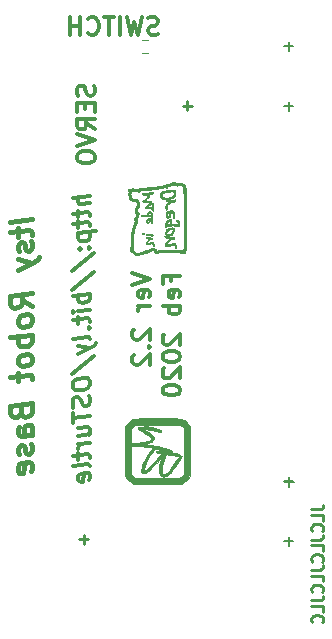
<source format=gbo>
G04 #@! TF.FileFunction,Legend,Bot*
%FSLAX46Y46*%
G04 Gerber Fmt 4.6, Leading zero omitted, Abs format (unit mm)*
G04 Created by KiCad (PCBNEW 4.0.6) date 02/13/20 12:12:51*
%MOMM*%
%LPD*%
G01*
G04 APERTURE LIST*
%ADD10C,0.100000*%
%ADD11C,0.250000*%
%ADD12C,0.300000*%
%ADD13C,0.150000*%
%ADD14C,0.400000*%
%ADD15C,0.002540*%
%ADD16C,0.120000*%
G04 APERTURE END LIST*
D10*
D11*
X151471381Y-105235952D02*
X152185667Y-105235952D01*
X152328524Y-105188332D01*
X152423762Y-105093094D01*
X152471381Y-104950237D01*
X152471381Y-104854999D01*
X152471381Y-106188333D02*
X152471381Y-105712142D01*
X151471381Y-105712142D01*
X152376143Y-107093095D02*
X152423762Y-107045476D01*
X152471381Y-106902619D01*
X152471381Y-106807381D01*
X152423762Y-106664523D01*
X152328524Y-106569285D01*
X152233286Y-106521666D01*
X152042810Y-106474047D01*
X151899952Y-106474047D01*
X151709476Y-106521666D01*
X151614238Y-106569285D01*
X151519000Y-106664523D01*
X151471381Y-106807381D01*
X151471381Y-106902619D01*
X151519000Y-107045476D01*
X151566619Y-107093095D01*
X151471381Y-107807381D02*
X152185667Y-107807381D01*
X152328524Y-107759761D01*
X152423762Y-107664523D01*
X152471381Y-107521666D01*
X152471381Y-107426428D01*
X152471381Y-108759762D02*
X152471381Y-108283571D01*
X151471381Y-108283571D01*
X152376143Y-109664524D02*
X152423762Y-109616905D01*
X152471381Y-109474048D01*
X152471381Y-109378810D01*
X152423762Y-109235952D01*
X152328524Y-109140714D01*
X152233286Y-109093095D01*
X152042810Y-109045476D01*
X151899952Y-109045476D01*
X151709476Y-109093095D01*
X151614238Y-109140714D01*
X151519000Y-109235952D01*
X151471381Y-109378810D01*
X151471381Y-109474048D01*
X151519000Y-109616905D01*
X151566619Y-109664524D01*
X151471381Y-110378810D02*
X152185667Y-110378810D01*
X152328524Y-110331190D01*
X152423762Y-110235952D01*
X152471381Y-110093095D01*
X152471381Y-109997857D01*
X152471381Y-111331191D02*
X152471381Y-110855000D01*
X151471381Y-110855000D01*
X152376143Y-112235953D02*
X152423762Y-112188334D01*
X152471381Y-112045477D01*
X152471381Y-111950239D01*
X152423762Y-111807381D01*
X152328524Y-111712143D01*
X152233286Y-111664524D01*
X152042810Y-111616905D01*
X151899952Y-111616905D01*
X151709476Y-111664524D01*
X151614238Y-111712143D01*
X151519000Y-111807381D01*
X151471381Y-111950239D01*
X151471381Y-112045477D01*
X151519000Y-112188334D01*
X151566619Y-112235953D01*
X151471381Y-112950239D02*
X152185667Y-112950239D01*
X152328524Y-112902619D01*
X152423762Y-112807381D01*
X152471381Y-112664524D01*
X152471381Y-112569286D01*
X152471381Y-113902620D02*
X152471381Y-113426429D01*
X151471381Y-113426429D01*
X152376143Y-114807382D02*
X152423762Y-114759763D01*
X152471381Y-114616906D01*
X152471381Y-114521668D01*
X152423762Y-114378810D01*
X152328524Y-114283572D01*
X152233286Y-114235953D01*
X152042810Y-114188334D01*
X151899952Y-114188334D01*
X151709476Y-114235953D01*
X151614238Y-114283572D01*
X151519000Y-114378810D01*
X151471381Y-114521668D01*
X151471381Y-114616906D01*
X151519000Y-114759763D01*
X151566619Y-114807382D01*
D12*
X138497000Y-64996143D02*
X138282714Y-65067571D01*
X137925571Y-65067571D01*
X137782714Y-64996143D01*
X137711285Y-64924714D01*
X137639857Y-64781857D01*
X137639857Y-64639000D01*
X137711285Y-64496143D01*
X137782714Y-64424714D01*
X137925571Y-64353286D01*
X138211285Y-64281857D01*
X138354143Y-64210429D01*
X138425571Y-64139000D01*
X138497000Y-63996143D01*
X138497000Y-63853286D01*
X138425571Y-63710429D01*
X138354143Y-63639000D01*
X138211285Y-63567571D01*
X137854143Y-63567571D01*
X137639857Y-63639000D01*
X137139857Y-63567571D02*
X136782714Y-65067571D01*
X136497000Y-63996143D01*
X136211286Y-65067571D01*
X135854143Y-63567571D01*
X135282714Y-65067571D02*
X135282714Y-63567571D01*
X134782714Y-63567571D02*
X133925571Y-63567571D01*
X134354142Y-65067571D02*
X134354142Y-63567571D01*
X132568428Y-64924714D02*
X132639857Y-64996143D01*
X132854143Y-65067571D01*
X132997000Y-65067571D01*
X133211285Y-64996143D01*
X133354143Y-64853286D01*
X133425571Y-64710429D01*
X133497000Y-64424714D01*
X133497000Y-64210429D01*
X133425571Y-63924714D01*
X133354143Y-63781857D01*
X133211285Y-63639000D01*
X132997000Y-63567571D01*
X132854143Y-63567571D01*
X132639857Y-63639000D01*
X132568428Y-63710429D01*
X131925571Y-65067571D02*
X131925571Y-63567571D01*
X131925571Y-64281857D02*
X131068428Y-64281857D01*
X131068428Y-65067571D02*
X131068428Y-63567571D01*
X133068143Y-69358286D02*
X133139571Y-69572572D01*
X133139571Y-69929715D01*
X133068143Y-70072572D01*
X132996714Y-70144001D01*
X132853857Y-70215429D01*
X132711000Y-70215429D01*
X132568143Y-70144001D01*
X132496714Y-70072572D01*
X132425286Y-69929715D01*
X132353857Y-69644001D01*
X132282429Y-69501143D01*
X132211000Y-69429715D01*
X132068143Y-69358286D01*
X131925286Y-69358286D01*
X131782429Y-69429715D01*
X131711000Y-69501143D01*
X131639571Y-69644001D01*
X131639571Y-70001143D01*
X131711000Y-70215429D01*
X132353857Y-70858286D02*
X132353857Y-71358286D01*
X133139571Y-71572572D02*
X133139571Y-70858286D01*
X131639571Y-70858286D01*
X131639571Y-71572572D01*
X133139571Y-73072572D02*
X132425286Y-72572572D01*
X133139571Y-72215429D02*
X131639571Y-72215429D01*
X131639571Y-72786857D01*
X131711000Y-72929715D01*
X131782429Y-73001143D01*
X131925286Y-73072572D01*
X132139571Y-73072572D01*
X132282429Y-73001143D01*
X132353857Y-72929715D01*
X132425286Y-72786857D01*
X132425286Y-72215429D01*
X131639571Y-73501143D02*
X133139571Y-74001143D01*
X131639571Y-74501143D01*
X131639571Y-75286857D02*
X131639571Y-75572571D01*
X131711000Y-75715429D01*
X131853857Y-75858286D01*
X132139571Y-75929714D01*
X132639571Y-75929714D01*
X132925286Y-75858286D01*
X133068143Y-75715429D01*
X133139571Y-75572571D01*
X133139571Y-75286857D01*
X133068143Y-75144000D01*
X132925286Y-75001143D01*
X132639571Y-74929714D01*
X132139571Y-74929714D01*
X131853857Y-75001143D01*
X131711000Y-75144000D01*
X131639571Y-75286857D01*
D13*
X149225048Y-102941429D02*
X149986953Y-102941429D01*
X149606001Y-103322381D02*
X149606001Y-102560476D01*
D12*
X132758571Y-78684464D02*
X131258571Y-78871964D01*
X132758571Y-79327321D02*
X131972857Y-79425535D01*
X131830000Y-79371963D01*
X131758571Y-79238035D01*
X131758571Y-79023750D01*
X131830000Y-78871963D01*
X131901429Y-78791606D01*
X131758571Y-79952321D02*
X131758571Y-80523750D01*
X131258571Y-80229107D02*
X132544286Y-80068392D01*
X132687143Y-80121963D01*
X132758571Y-80255893D01*
X132758571Y-80398750D01*
X131758571Y-80809464D02*
X131758571Y-81380893D01*
X131258571Y-81086250D02*
X132544286Y-80925535D01*
X132687143Y-80979106D01*
X132758571Y-81113036D01*
X132758571Y-81255893D01*
X131758571Y-81880893D02*
X133258571Y-81693393D01*
X131830000Y-81871964D02*
X131758571Y-82023750D01*
X131758571Y-82309464D01*
X131830000Y-82443392D01*
X131901429Y-82505892D01*
X132044286Y-82559464D01*
X132472857Y-82505893D01*
X132615714Y-82416607D01*
X132687143Y-82336249D01*
X132758571Y-82184464D01*
X132758571Y-81898750D01*
X132687143Y-81764821D01*
X132615714Y-83130893D02*
X132687143Y-83193392D01*
X132758571Y-83113036D01*
X132687143Y-83050535D01*
X132615714Y-83130893D01*
X132758571Y-83113036D01*
X131830000Y-83229107D02*
X131901429Y-83291606D01*
X131972857Y-83211250D01*
X131901429Y-83148749D01*
X131830000Y-83229107D01*
X131972857Y-83211250D01*
X131187143Y-85095178D02*
X133115714Y-83568393D01*
X131187143Y-86666607D02*
X133115714Y-85139822D01*
X132758571Y-86970180D02*
X131258571Y-87157680D01*
X131830000Y-87086251D02*
X131758571Y-87238037D01*
X131758571Y-87523751D01*
X131830000Y-87657679D01*
X131901429Y-87720179D01*
X132044286Y-87773751D01*
X132472857Y-87720180D01*
X132615714Y-87630894D01*
X132687143Y-87550536D01*
X132758571Y-87398751D01*
X132758571Y-87113037D01*
X132687143Y-86979108D01*
X132758571Y-88327323D02*
X131758571Y-88452323D01*
X131258571Y-88514823D02*
X131330000Y-88434465D01*
X131401429Y-88496965D01*
X131330000Y-88577322D01*
X131258571Y-88514823D01*
X131401429Y-88496965D01*
X131758571Y-88952323D02*
X131758571Y-89523752D01*
X131258571Y-89229109D02*
X132544286Y-89068394D01*
X132687143Y-89121965D01*
X132758571Y-89255895D01*
X132758571Y-89398752D01*
X132615714Y-89916609D02*
X132687143Y-89979108D01*
X132758571Y-89898752D01*
X132687143Y-89836251D01*
X132615714Y-89916609D01*
X132758571Y-89898752D01*
X132758571Y-90827324D02*
X132687143Y-90693394D01*
X132544286Y-90639823D01*
X131258571Y-90800538D01*
X131758571Y-91380895D02*
X132758571Y-91613038D01*
X131758571Y-92095180D02*
X132758571Y-91613038D01*
X133115714Y-91425537D01*
X133187143Y-91345180D01*
X133258571Y-91193395D01*
X131187143Y-93809465D02*
X133115714Y-92282680D01*
X131258571Y-94586252D02*
X131258571Y-94871966D01*
X131330000Y-95005895D01*
X131472857Y-95130895D01*
X131758571Y-95166609D01*
X132258571Y-95104109D01*
X132544286Y-94996966D01*
X132687143Y-94836252D01*
X132758571Y-94684466D01*
X132758571Y-94398752D01*
X132687143Y-94264823D01*
X132544286Y-94139823D01*
X132258571Y-94104109D01*
X131758571Y-94166609D01*
X131472857Y-94273752D01*
X131330000Y-94434466D01*
X131258571Y-94586252D01*
X132687143Y-95621966D02*
X132758571Y-95827324D01*
X132758571Y-96184467D01*
X132687143Y-96336252D01*
X132615714Y-96416610D01*
X132472857Y-96505895D01*
X132330000Y-96523752D01*
X132187143Y-96470181D01*
X132115714Y-96407681D01*
X132044286Y-96273752D01*
X131972857Y-95996967D01*
X131901429Y-95863037D01*
X131830000Y-95800538D01*
X131687143Y-95746966D01*
X131544286Y-95764823D01*
X131401429Y-95854109D01*
X131330000Y-95934466D01*
X131258571Y-96086253D01*
X131258571Y-96443395D01*
X131330000Y-96648752D01*
X131258571Y-97086252D02*
X131258571Y-97943395D01*
X132758571Y-97327324D02*
X131258571Y-97514824D01*
X131758571Y-99023752D02*
X132758571Y-98898752D01*
X131758571Y-98380895D02*
X132544286Y-98282680D01*
X132687143Y-98336251D01*
X132758571Y-98470181D01*
X132758571Y-98684466D01*
X132687143Y-98836251D01*
X132615714Y-98916609D01*
X132758571Y-99613038D02*
X131758571Y-99738038D01*
X132044286Y-99702323D02*
X131901429Y-99791608D01*
X131830000Y-99871966D01*
X131758571Y-100023752D01*
X131758571Y-100166609D01*
X131758571Y-100452323D02*
X131758571Y-101023752D01*
X131258571Y-100729109D02*
X132544286Y-100568394D01*
X132687143Y-100621965D01*
X132758571Y-100755895D01*
X132758571Y-100898752D01*
X132758571Y-101613038D02*
X132687143Y-101479108D01*
X132544286Y-101425537D01*
X131258571Y-101586252D01*
X132687143Y-102764822D02*
X132758571Y-102613037D01*
X132758571Y-102327323D01*
X132687143Y-102193394D01*
X132544286Y-102139822D01*
X131972857Y-102211251D01*
X131830000Y-102300537D01*
X131758571Y-102452323D01*
X131758571Y-102738037D01*
X131830000Y-102871965D01*
X131972857Y-102925537D01*
X132115714Y-102907680D01*
X132258571Y-102175537D01*
D11*
X141350952Y-71064429D02*
X140589047Y-71064429D01*
X140969999Y-71445381D02*
X140969999Y-70683476D01*
X132587952Y-107767429D02*
X131826047Y-107767429D01*
X132206999Y-108148381D02*
X132206999Y-107386476D01*
D12*
X136333571Y-85232857D02*
X137833571Y-85732857D01*
X136333571Y-86232857D01*
X137762143Y-87304285D02*
X137833571Y-87161428D01*
X137833571Y-86875714D01*
X137762143Y-86732857D01*
X137619286Y-86661428D01*
X137047857Y-86661428D01*
X136905000Y-86732857D01*
X136833571Y-86875714D01*
X136833571Y-87161428D01*
X136905000Y-87304285D01*
X137047857Y-87375714D01*
X137190714Y-87375714D01*
X137333571Y-86661428D01*
X137833571Y-88018571D02*
X136833571Y-88018571D01*
X137119286Y-88018571D02*
X136976429Y-88089999D01*
X136905000Y-88161428D01*
X136833571Y-88304285D01*
X136833571Y-88447142D01*
X136476429Y-90018570D02*
X136405000Y-90089999D01*
X136333571Y-90232856D01*
X136333571Y-90589999D01*
X136405000Y-90732856D01*
X136476429Y-90804285D01*
X136619286Y-90875713D01*
X136762143Y-90875713D01*
X136976429Y-90804285D01*
X137833571Y-89947142D01*
X137833571Y-90875713D01*
X137690714Y-91518570D02*
X137762143Y-91589998D01*
X137833571Y-91518570D01*
X137762143Y-91447141D01*
X137690714Y-91518570D01*
X137833571Y-91518570D01*
X136476429Y-92161427D02*
X136405000Y-92232856D01*
X136333571Y-92375713D01*
X136333571Y-92732856D01*
X136405000Y-92875713D01*
X136476429Y-92947142D01*
X136619286Y-93018570D01*
X136762143Y-93018570D01*
X136976429Y-92947142D01*
X137833571Y-92089999D01*
X137833571Y-93018570D01*
X139597857Y-85947143D02*
X139597857Y-85447143D01*
X140383571Y-85447143D02*
X138883571Y-85447143D01*
X138883571Y-86161429D01*
X140312143Y-87304285D02*
X140383571Y-87161428D01*
X140383571Y-86875714D01*
X140312143Y-86732857D01*
X140169286Y-86661428D01*
X139597857Y-86661428D01*
X139455000Y-86732857D01*
X139383571Y-86875714D01*
X139383571Y-87161428D01*
X139455000Y-87304285D01*
X139597857Y-87375714D01*
X139740714Y-87375714D01*
X139883571Y-86661428D01*
X140383571Y-88018571D02*
X138883571Y-88018571D01*
X139455000Y-88018571D02*
X139383571Y-88161428D01*
X139383571Y-88447142D01*
X139455000Y-88589999D01*
X139526429Y-88661428D01*
X139669286Y-88732857D01*
X140097857Y-88732857D01*
X140240714Y-88661428D01*
X140312143Y-88589999D01*
X140383571Y-88447142D01*
X140383571Y-88161428D01*
X140312143Y-88018571D01*
X139026429Y-90447142D02*
X138955000Y-90518571D01*
X138883571Y-90661428D01*
X138883571Y-91018571D01*
X138955000Y-91161428D01*
X139026429Y-91232857D01*
X139169286Y-91304285D01*
X139312143Y-91304285D01*
X139526429Y-91232857D01*
X140383571Y-90375714D01*
X140383571Y-91304285D01*
X138883571Y-92232856D02*
X138883571Y-92375713D01*
X138955000Y-92518570D01*
X139026429Y-92589999D01*
X139169286Y-92661428D01*
X139455000Y-92732856D01*
X139812143Y-92732856D01*
X140097857Y-92661428D01*
X140240714Y-92589999D01*
X140312143Y-92518570D01*
X140383571Y-92375713D01*
X140383571Y-92232856D01*
X140312143Y-92089999D01*
X140240714Y-92018570D01*
X140097857Y-91947142D01*
X139812143Y-91875713D01*
X139455000Y-91875713D01*
X139169286Y-91947142D01*
X139026429Y-92018570D01*
X138955000Y-92089999D01*
X138883571Y-92232856D01*
X139026429Y-93304284D02*
X138955000Y-93375713D01*
X138883571Y-93518570D01*
X138883571Y-93875713D01*
X138955000Y-94018570D01*
X139026429Y-94089999D01*
X139169286Y-94161427D01*
X139312143Y-94161427D01*
X139526429Y-94089999D01*
X140383571Y-93232856D01*
X140383571Y-94161427D01*
X138883571Y-95089998D02*
X138883571Y-95232855D01*
X138955000Y-95375712D01*
X139026429Y-95447141D01*
X139169286Y-95518570D01*
X139455000Y-95589998D01*
X139812143Y-95589998D01*
X140097857Y-95518570D01*
X140240714Y-95447141D01*
X140312143Y-95375712D01*
X140383571Y-95232855D01*
X140383571Y-95089998D01*
X140312143Y-94947141D01*
X140240714Y-94875712D01*
X140097857Y-94804284D01*
X139812143Y-94732855D01*
X139455000Y-94732855D01*
X139169286Y-94804284D01*
X139026429Y-94875712D01*
X138955000Y-94947141D01*
X138883571Y-95089998D01*
D14*
X127836905Y-80675862D02*
X125986905Y-80907112D01*
X126603571Y-81446695D02*
X126603571Y-82151457D01*
X125986905Y-81788064D02*
X127572619Y-81589850D01*
X127748810Y-81655921D01*
X127836905Y-81821100D01*
X127836905Y-81997290D01*
X127748810Y-82536874D02*
X127836905Y-82702052D01*
X127836905Y-83054433D01*
X127748810Y-83241636D01*
X127572619Y-83351755D01*
X127484524Y-83362767D01*
X127308333Y-83296695D01*
X127220238Y-83131516D01*
X127220238Y-82867231D01*
X127132143Y-82702052D01*
X126955952Y-82635981D01*
X126867857Y-82646993D01*
X126691667Y-82757112D01*
X126603571Y-82944315D01*
X126603571Y-83208600D01*
X126691667Y-83373779D01*
X126603571Y-84089553D02*
X127836905Y-84375862D01*
X126603571Y-84970505D02*
X127836905Y-84375862D01*
X128277381Y-84144611D01*
X128365476Y-84045504D01*
X128453571Y-83858303D01*
X127836905Y-87987767D02*
X126955952Y-87481219D01*
X127836905Y-86930624D02*
X125986905Y-87161874D01*
X125986905Y-87866636D01*
X126075000Y-88031815D01*
X126163095Y-88108898D01*
X126339286Y-88174969D01*
X126603571Y-88141934D01*
X126779762Y-88031815D01*
X126867857Y-87932708D01*
X126955952Y-87745505D01*
X126955952Y-87040743D01*
X127836905Y-89044910D02*
X127748810Y-88879731D01*
X127660714Y-88802648D01*
X127484524Y-88736577D01*
X126955952Y-88802648D01*
X126779762Y-88912767D01*
X126691667Y-89011874D01*
X126603571Y-89199077D01*
X126603571Y-89463363D01*
X126691667Y-89628541D01*
X126779762Y-89705624D01*
X126955952Y-89771696D01*
X127484524Y-89705625D01*
X127660714Y-89595505D01*
X127748810Y-89496398D01*
X127836905Y-89309196D01*
X127836905Y-89044910D01*
X127836905Y-90454434D02*
X125986905Y-90685684D01*
X126691667Y-90597589D02*
X126603571Y-90784792D01*
X126603571Y-91137173D01*
X126691667Y-91302351D01*
X126779762Y-91379434D01*
X126955952Y-91445506D01*
X127484524Y-91379435D01*
X127660714Y-91269315D01*
X127748810Y-91170208D01*
X127836905Y-90983006D01*
X127836905Y-90630625D01*
X127748810Y-90465446D01*
X127836905Y-92392530D02*
X127748810Y-92227351D01*
X127660714Y-92150268D01*
X127484524Y-92084197D01*
X126955952Y-92150268D01*
X126779762Y-92260387D01*
X126691667Y-92359494D01*
X126603571Y-92546697D01*
X126603571Y-92810983D01*
X126691667Y-92976161D01*
X126779762Y-93053244D01*
X126955952Y-93119316D01*
X127484524Y-93053245D01*
X127660714Y-92943125D01*
X127748810Y-92844018D01*
X127836905Y-92656816D01*
X127836905Y-92392530D01*
X126603571Y-93691935D02*
X126603571Y-94396697D01*
X125986905Y-94033304D02*
X127572619Y-93835090D01*
X127748810Y-93901161D01*
X127836905Y-94066340D01*
X127836905Y-94242530D01*
X126867857Y-97006519D02*
X126955952Y-97259793D01*
X127044048Y-97336876D01*
X127220238Y-97402947D01*
X127484524Y-97369912D01*
X127660714Y-97259793D01*
X127748810Y-97160686D01*
X127836905Y-96973483D01*
X127836905Y-96268721D01*
X125986905Y-96499971D01*
X125986905Y-97116638D01*
X126075000Y-97281816D01*
X126163095Y-97358900D01*
X126339286Y-97424971D01*
X126515476Y-97402948D01*
X126691667Y-97292829D01*
X126779762Y-97193721D01*
X126867857Y-97006519D01*
X126867857Y-96389852D01*
X127836905Y-98911578D02*
X126867857Y-99032709D01*
X126691667Y-98966638D01*
X126603571Y-98801460D01*
X126603571Y-98449079D01*
X126691667Y-98261876D01*
X127748810Y-98922590D02*
X127836905Y-98735388D01*
X127836905Y-98294912D01*
X127748810Y-98129733D01*
X127572619Y-98063662D01*
X127396429Y-98085685D01*
X127220238Y-98195804D01*
X127132143Y-98383007D01*
X127132143Y-98823483D01*
X127044048Y-99010685D01*
X127748810Y-99715448D02*
X127836905Y-99880626D01*
X127836905Y-100233007D01*
X127748810Y-100420210D01*
X127572619Y-100530329D01*
X127484524Y-100541341D01*
X127308333Y-100475269D01*
X127220238Y-100310090D01*
X127220238Y-100045805D01*
X127132143Y-99880626D01*
X126955952Y-99814555D01*
X126867857Y-99825567D01*
X126691667Y-99935686D01*
X126603571Y-100122889D01*
X126603571Y-100387174D01*
X126691667Y-100552353D01*
X127748810Y-102005924D02*
X127836905Y-101818722D01*
X127836905Y-101466341D01*
X127748810Y-101301162D01*
X127572619Y-101235091D01*
X126867857Y-101323186D01*
X126691667Y-101433305D01*
X126603571Y-101620508D01*
X126603571Y-101972889D01*
X126691667Y-102138067D01*
X126867857Y-102204138D01*
X127044048Y-102182114D01*
X127220238Y-101279138D01*
D15*
G36*
X136669780Y-83741260D02*
X136707880Y-83741260D01*
X136733280Y-83738720D01*
X136756140Y-83736180D01*
X136773920Y-83731100D01*
X136794240Y-83720940D01*
X136801860Y-83718400D01*
X136829800Y-83705700D01*
X136855200Y-83695540D01*
X136885680Y-83685380D01*
X136921240Y-83675220D01*
X136966960Y-83665060D01*
X137020300Y-83652360D01*
X137038080Y-83647280D01*
X137111740Y-83632040D01*
X137172700Y-83614260D01*
X137226040Y-83599020D01*
X137271760Y-83578700D01*
X137312400Y-83558380D01*
X136682480Y-83558380D01*
X136667240Y-83558380D01*
X136654540Y-83555840D01*
X136641840Y-83548220D01*
X136626600Y-83535520D01*
X136608820Y-83512660D01*
X136598660Y-83502500D01*
X136575800Y-83474560D01*
X136550400Y-83449160D01*
X136527540Y-83431380D01*
X136519920Y-83423760D01*
X136502140Y-83411060D01*
X136476740Y-83390740D01*
X136446260Y-83365340D01*
X136415780Y-83339940D01*
X136413240Y-83337400D01*
X136385300Y-83314540D01*
X136359900Y-83294220D01*
X136342120Y-83281520D01*
X136331960Y-83273900D01*
X136329420Y-83273900D01*
X136324340Y-83268820D01*
X136324340Y-83251040D01*
X136324340Y-83225640D01*
X136329420Y-83195160D01*
X136334500Y-83164680D01*
X136337040Y-83154520D01*
X136339580Y-83141820D01*
X136344660Y-83129120D01*
X136344660Y-83113880D01*
X136347200Y-83096100D01*
X136349740Y-83070700D01*
X136352280Y-83037680D01*
X136352280Y-82999580D01*
X136354820Y-82951320D01*
X136354820Y-82892900D01*
X136357360Y-82821780D01*
X136359900Y-82737960D01*
X136359900Y-82684620D01*
X136362440Y-82598260D01*
X136362440Y-82511900D01*
X136364980Y-82425540D01*
X136364980Y-82341720D01*
X136367520Y-82262980D01*
X136367520Y-82191860D01*
X136367520Y-82128360D01*
X136367520Y-82080100D01*
X136367520Y-82067400D01*
X136367520Y-81874360D01*
X136428480Y-81813400D01*
X136486900Y-81752440D01*
X136486900Y-81711800D01*
X136486900Y-81683860D01*
X136484360Y-81648300D01*
X136479280Y-81620360D01*
X136476740Y-81587340D01*
X136479280Y-81556860D01*
X136484360Y-81523840D01*
X136494520Y-81483200D01*
X136512300Y-81437480D01*
X136535160Y-81381600D01*
X136540240Y-81366360D01*
X136560560Y-81323180D01*
X136573260Y-81290160D01*
X136580880Y-81262220D01*
X136585960Y-81236820D01*
X136591040Y-81208880D01*
X136593580Y-81191100D01*
X136598660Y-81145380D01*
X136603740Y-81109820D01*
X136611360Y-81081880D01*
X136621520Y-81061560D01*
X136634220Y-81041240D01*
X136654540Y-81020920D01*
X136657080Y-81018380D01*
X136677400Y-80995520D01*
X136695180Y-80970120D01*
X136707880Y-80952340D01*
X136707880Y-80952340D01*
X136712960Y-80932020D01*
X136718040Y-80901540D01*
X136725660Y-80865980D01*
X136728200Y-80827880D01*
X136733280Y-80794860D01*
X136733280Y-80769460D01*
X136730740Y-80754220D01*
X136723120Y-80741520D01*
X136710420Y-80718660D01*
X136692640Y-80698340D01*
X136672320Y-80675480D01*
X136664700Y-80660240D01*
X136662160Y-80650080D01*
X136664700Y-80645000D01*
X136672320Y-80634840D01*
X136685020Y-80614520D01*
X136702800Y-80586580D01*
X136723120Y-80556100D01*
X136728200Y-80548480D01*
X136781540Y-80462120D01*
X136784080Y-80385920D01*
X136786620Y-80350360D01*
X136789160Y-80327500D01*
X136791700Y-80314800D01*
X136796780Y-80304640D01*
X136804400Y-80299560D01*
X136809480Y-80297020D01*
X136832340Y-80276700D01*
X136847580Y-80248760D01*
X136855200Y-80218280D01*
X136855200Y-80213200D01*
X136847580Y-80185260D01*
X136829800Y-80157320D01*
X136799320Y-80129380D01*
X136786620Y-80119220D01*
X136773920Y-80106520D01*
X136763760Y-80098900D01*
X136756140Y-80088740D01*
X136748520Y-80076040D01*
X136745980Y-80055720D01*
X136740900Y-80030320D01*
X136735820Y-79992220D01*
X136733280Y-79943960D01*
X136730740Y-79928720D01*
X136720580Y-79819500D01*
X136748520Y-79789020D01*
X136781540Y-79753460D01*
X136806940Y-79717900D01*
X136827260Y-79687420D01*
X136832340Y-79677260D01*
X136837420Y-79654400D01*
X136842500Y-79621380D01*
X136847580Y-79578200D01*
X136852660Y-79532480D01*
X136857740Y-79481680D01*
X136860280Y-79433420D01*
X136860280Y-79387700D01*
X136860280Y-79385160D01*
X136860280Y-79336900D01*
X136855200Y-79293720D01*
X136850120Y-79250540D01*
X136839960Y-79202280D01*
X136829800Y-79156560D01*
X136819640Y-79123540D01*
X136806940Y-79098140D01*
X136794240Y-79075280D01*
X136773920Y-79052420D01*
X136748520Y-79027020D01*
X136728200Y-79009240D01*
X136707880Y-78994000D01*
X136685020Y-78986380D01*
X136657080Y-78978760D01*
X136621520Y-78971140D01*
X136578340Y-78968600D01*
X136527540Y-78963520D01*
X136448800Y-78955900D01*
X136380220Y-78943200D01*
X136324340Y-78922880D01*
X136278620Y-78897480D01*
X136273540Y-78894940D01*
X136248140Y-78869540D01*
X136220200Y-78831440D01*
X136212580Y-78818740D01*
X136199880Y-78790800D01*
X136189720Y-78767940D01*
X136187180Y-78750160D01*
X136187180Y-78727300D01*
X136187180Y-78724760D01*
X136187180Y-78686660D01*
X136179560Y-78643480D01*
X136171940Y-78613000D01*
X136159240Y-78574900D01*
X136154160Y-78546960D01*
X136151620Y-78529180D01*
X136156700Y-78513940D01*
X136161780Y-78498700D01*
X136166860Y-78491080D01*
X136182100Y-78460600D01*
X136187180Y-78417420D01*
X136182100Y-78369160D01*
X136177020Y-78353920D01*
X136171940Y-78331060D01*
X136166860Y-78310740D01*
X136166860Y-78303120D01*
X136171940Y-78303120D01*
X136192260Y-78300580D01*
X136215120Y-78300580D01*
X136217660Y-78300580D01*
X136245600Y-78300580D01*
X136265920Y-78298040D01*
X136283700Y-78292960D01*
X136301480Y-78280260D01*
X136334500Y-78257400D01*
X136453880Y-78265020D01*
X136499600Y-78267560D01*
X136532620Y-78272640D01*
X136558020Y-78275180D01*
X136575800Y-78280260D01*
X136591040Y-78285340D01*
X136606280Y-78292960D01*
X136613900Y-78298040D01*
X136644380Y-78313280D01*
X136672320Y-78320900D01*
X136692640Y-78320900D01*
X136720580Y-78323440D01*
X136743440Y-78325980D01*
X136751060Y-78328520D01*
X136768840Y-78331060D01*
X136794240Y-78336140D01*
X136827260Y-78336140D01*
X136839960Y-78336140D01*
X136872980Y-78336140D01*
X136893300Y-78336140D01*
X136908540Y-78331060D01*
X136918700Y-78323440D01*
X136931400Y-78313280D01*
X136933940Y-78310740D01*
X136949180Y-78290420D01*
X136956800Y-78270100D01*
X136959340Y-78267560D01*
X136959340Y-78257400D01*
X136964420Y-78252320D01*
X136979660Y-78247240D01*
X137005060Y-78244700D01*
X137038080Y-78242160D01*
X137076180Y-78239620D01*
X137099040Y-78239620D01*
X137142220Y-78237080D01*
X137198100Y-78232000D01*
X137269220Y-78224380D01*
X137355580Y-78211680D01*
X137454640Y-78193900D01*
X137462260Y-78193900D01*
X137505440Y-78186280D01*
X137546080Y-78181200D01*
X137576560Y-78176120D01*
X137599420Y-78173580D01*
X137607040Y-78171040D01*
X137619740Y-78171040D01*
X137642600Y-78173580D01*
X137673080Y-78173580D01*
X137703560Y-78176120D01*
X137736580Y-78176120D01*
X137767060Y-78178660D01*
X137787380Y-78181200D01*
X137795000Y-78183740D01*
X137820400Y-78193900D01*
X137850880Y-78196440D01*
X137881360Y-78193900D01*
X137906760Y-78183740D01*
X137919460Y-78168500D01*
X137932160Y-78160880D01*
X137957560Y-78153260D01*
X137998200Y-78143100D01*
X138054080Y-78135480D01*
X138122660Y-78125320D01*
X138201400Y-78117700D01*
X138262360Y-78112620D01*
X138315700Y-78107540D01*
X138366500Y-78102460D01*
X138409680Y-78097380D01*
X138445240Y-78092300D01*
X138470640Y-78089760D01*
X138483340Y-78087220D01*
X138503660Y-78077060D01*
X138531600Y-78066900D01*
X138557000Y-78056740D01*
X138577320Y-78049120D01*
X138592560Y-78041500D01*
X138610340Y-78038960D01*
X138630660Y-78036420D01*
X138656060Y-78036420D01*
X138689080Y-78038960D01*
X138734800Y-78041500D01*
X138755120Y-78041500D01*
X138800840Y-78044040D01*
X138836400Y-78044040D01*
X138864340Y-78038960D01*
X138889740Y-78031340D01*
X138917680Y-78018640D01*
X138950700Y-77998320D01*
X138988800Y-77980540D01*
X139016740Y-77970380D01*
X139044680Y-77965300D01*
X139072620Y-77970380D01*
X139110720Y-77980540D01*
X139120880Y-77985620D01*
X139158980Y-77998320D01*
X139189460Y-78005940D01*
X139209780Y-78005940D01*
X139227560Y-78003400D01*
X139242800Y-77995780D01*
X139245340Y-77995780D01*
X139260580Y-77980540D01*
X139278360Y-77955140D01*
X139296140Y-77924660D01*
X139308840Y-77891640D01*
X139316460Y-77871320D01*
X139321540Y-77851000D01*
X139410440Y-77851000D01*
X139501880Y-77851000D01*
X139565380Y-77820520D01*
X139633960Y-77787500D01*
X139692380Y-77762100D01*
X139740640Y-77741780D01*
X139776200Y-77729080D01*
X139796520Y-77724000D01*
X139814300Y-77721460D01*
X139829540Y-77721460D01*
X139844780Y-77729080D01*
X139865100Y-77744320D01*
X139867640Y-77744320D01*
X139908280Y-77772260D01*
X139946380Y-77795120D01*
X139992100Y-77812900D01*
X140020040Y-77820520D01*
X140073380Y-77835760D01*
X140172440Y-77812900D01*
X140238480Y-77797660D01*
X140291820Y-77790040D01*
X140337540Y-77784960D01*
X140378180Y-77784960D01*
X140416280Y-77792580D01*
X140454380Y-77802740D01*
X140454380Y-77802740D01*
X140497560Y-77817980D01*
X140535660Y-77830680D01*
X140568680Y-77845920D01*
X140591540Y-77856080D01*
X140601700Y-77866240D01*
X140604240Y-77866240D01*
X140606780Y-77876400D01*
X140614400Y-77896720D01*
X140619480Y-77904340D01*
X140627100Y-77927200D01*
X140634720Y-77962760D01*
X140639800Y-78011020D01*
X140642340Y-78071980D01*
X140644880Y-78148180D01*
X140647420Y-78237080D01*
X140647420Y-78338680D01*
X140647420Y-78348840D01*
X140649960Y-78404720D01*
X140649960Y-78470760D01*
X140652500Y-78544420D01*
X140652500Y-78623160D01*
X140655040Y-78701900D01*
X140660120Y-78775560D01*
X140660120Y-78795880D01*
X140667740Y-79032100D01*
X140677900Y-79258160D01*
X140682980Y-79481680D01*
X140688060Y-79705200D01*
X140693140Y-79926180D01*
X140695680Y-80149700D01*
X140698220Y-80375760D01*
X140698220Y-80609440D01*
X140698220Y-80848200D01*
X140698220Y-81099660D01*
X140695680Y-81361280D01*
X140693140Y-81493360D01*
X140690600Y-81678780D01*
X140688060Y-81848960D01*
X140685520Y-82006440D01*
X140682980Y-82151220D01*
X140680440Y-82285840D01*
X140677900Y-82410300D01*
X140675360Y-82527140D01*
X140672820Y-82633820D01*
X140667740Y-82732880D01*
X140665200Y-82824320D01*
X140662660Y-82913220D01*
X140657580Y-82997040D01*
X140655040Y-83042760D01*
X140652500Y-83106260D01*
X140647420Y-83164680D01*
X140644880Y-83218020D01*
X140642340Y-83263740D01*
X140639800Y-83296760D01*
X140639800Y-83319620D01*
X140639800Y-83332320D01*
X140639800Y-83332320D01*
X140632180Y-83332320D01*
X140609320Y-83329780D01*
X140576300Y-83329780D01*
X140528040Y-83327240D01*
X140469620Y-83324700D01*
X140401040Y-83322160D01*
X140322300Y-83317080D01*
X140235940Y-83314540D01*
X140139420Y-83309460D01*
X140037820Y-83304380D01*
X139931140Y-83301840D01*
X139816840Y-83296760D01*
X139700000Y-83289140D01*
X139684760Y-83289140D01*
X139545060Y-83284060D01*
X139418060Y-83278980D01*
X139303760Y-83273900D01*
X139202160Y-83268820D01*
X139113260Y-83263740D01*
X139034520Y-83261200D01*
X138968480Y-83258660D01*
X138907520Y-83256120D01*
X138859260Y-83256120D01*
X138816080Y-83256120D01*
X138783060Y-83256120D01*
X138752580Y-83256120D01*
X138729720Y-83256120D01*
X138711940Y-83258660D01*
X138696700Y-83261200D01*
X138686540Y-83263740D01*
X138676380Y-83266280D01*
X138668760Y-83271360D01*
X138663680Y-83276440D01*
X138656060Y-83281520D01*
X138648440Y-83286600D01*
X138633200Y-83299300D01*
X138617960Y-83306920D01*
X138602720Y-83309460D01*
X138577320Y-83306920D01*
X138567160Y-83306920D01*
X138531600Y-83306920D01*
X138498580Y-83309460D01*
X138457940Y-83319620D01*
X138455400Y-83319620D01*
X138412220Y-83332320D01*
X138381740Y-83339940D01*
X138358880Y-83342480D01*
X138346180Y-83342480D01*
X138336020Y-83339940D01*
X138330940Y-83332320D01*
X138328400Y-83332320D01*
X138323320Y-83314540D01*
X138315700Y-83291680D01*
X138315700Y-83281520D01*
X138308080Y-83253580D01*
X138297920Y-83230720D01*
X138282680Y-83210400D01*
X138259820Y-83192620D01*
X138224260Y-83169760D01*
X138188700Y-83151980D01*
X138099800Y-83108800D01*
X138021060Y-83116420D01*
X137990580Y-83121500D01*
X137962640Y-83126580D01*
X137937240Y-83134200D01*
X137909300Y-83141820D01*
X137873740Y-83154520D01*
X137830560Y-83174840D01*
X137817860Y-83179920D01*
X137767060Y-83200240D01*
X137716260Y-83223100D01*
X137662920Y-83245960D01*
X137617200Y-83266280D01*
X137599420Y-83276440D01*
X137561320Y-83291680D01*
X137533380Y-83304380D01*
X137513060Y-83312000D01*
X137500360Y-83314540D01*
X137490200Y-83312000D01*
X137480040Y-83312000D01*
X137454640Y-83304380D01*
X137424160Y-83304380D01*
X137391140Y-83314540D01*
X137350500Y-83332320D01*
X137302240Y-83357720D01*
X137299700Y-83360260D01*
X137259060Y-83383120D01*
X137223500Y-83403440D01*
X137193020Y-83418680D01*
X137162540Y-83428840D01*
X137129520Y-83441540D01*
X137088880Y-83451700D01*
X137043160Y-83461860D01*
X136997440Y-83472020D01*
X136933940Y-83487260D01*
X136883140Y-83499960D01*
X136842500Y-83510120D01*
X136809480Y-83520280D01*
X136781540Y-83530440D01*
X136758680Y-83538060D01*
X136748520Y-83545680D01*
X136720580Y-83553300D01*
X136690100Y-83558380D01*
X136682480Y-83558380D01*
X137312400Y-83558380D01*
X137314940Y-83555840D01*
X137330180Y-83550760D01*
X137358120Y-83532980D01*
X137380980Y-83522820D01*
X137393680Y-83517740D01*
X137403840Y-83517740D01*
X137414000Y-83522820D01*
X137431780Y-83525360D01*
X137449560Y-83527900D01*
X137472420Y-83522820D01*
X137500360Y-83515200D01*
X137535920Y-83499960D01*
X137584180Y-83479640D01*
X137614660Y-83464400D01*
X137695940Y-83428840D01*
X137772140Y-83393280D01*
X137840720Y-83365340D01*
X137901680Y-83339940D01*
X137952480Y-83319620D01*
X137993120Y-83306920D01*
X138021060Y-83299300D01*
X138023600Y-83299300D01*
X138051540Y-83294220D01*
X138069320Y-83296760D01*
X138089640Y-83301840D01*
X138102340Y-83309460D01*
X138122660Y-83319620D01*
X138135360Y-83332320D01*
X138142980Y-83347560D01*
X138148060Y-83370420D01*
X138150600Y-83383120D01*
X138153140Y-83398360D01*
X138163300Y-83416140D01*
X138178540Y-83433920D01*
X138203940Y-83461860D01*
X138214100Y-83469480D01*
X138239500Y-83494880D01*
X138257280Y-83512660D01*
X138269980Y-83522820D01*
X138282680Y-83527900D01*
X138297920Y-83527900D01*
X138308080Y-83527900D01*
X138361420Y-83525360D01*
X138422380Y-83512660D01*
X138485880Y-83497420D01*
X138513820Y-83489800D01*
X138536680Y-83487260D01*
X138559540Y-83487260D01*
X138590020Y-83489800D01*
X138595100Y-83492340D01*
X138628120Y-83494880D01*
X138656060Y-83494880D01*
X138678920Y-83487260D01*
X138706860Y-83469480D01*
X138729720Y-83451700D01*
X138757660Y-83428840D01*
X139738100Y-83472020D01*
X139857480Y-83477100D01*
X139974320Y-83482180D01*
X140086080Y-83487260D01*
X140192760Y-83492340D01*
X140291820Y-83494880D01*
X140383260Y-83499960D01*
X140467080Y-83502500D01*
X140540740Y-83505040D01*
X140604240Y-83507580D01*
X140657580Y-83510120D01*
X140698220Y-83510120D01*
X140726160Y-83510120D01*
X140741400Y-83510120D01*
X140741400Y-83510120D01*
X140766800Y-83499960D01*
X140789660Y-83479640D01*
X140804900Y-83456780D01*
X140807440Y-83451700D01*
X140809980Y-83439000D01*
X140812520Y-83411060D01*
X140815060Y-83372960D01*
X140820140Y-83324700D01*
X140822680Y-83266280D01*
X140827760Y-83202780D01*
X140830300Y-83129120D01*
X140835380Y-83052920D01*
X140837920Y-82971640D01*
X140843000Y-82890360D01*
X140845540Y-82806540D01*
X140848080Y-82725260D01*
X140850620Y-82643980D01*
X140853160Y-82567780D01*
X140855700Y-82496660D01*
X140858240Y-82453480D01*
X140858240Y-82392520D01*
X140860780Y-82318860D01*
X140860780Y-82235040D01*
X140863320Y-82143600D01*
X140865860Y-82042000D01*
X140865860Y-81935320D01*
X140868400Y-81826100D01*
X140868400Y-81711800D01*
X140870940Y-81600040D01*
X140873480Y-81490820D01*
X140873480Y-81447640D01*
X140873480Y-81346040D01*
X140876020Y-81244440D01*
X140876020Y-81145380D01*
X140878560Y-81048860D01*
X140878560Y-80959960D01*
X140878560Y-80876140D01*
X140881100Y-80802480D01*
X140881100Y-80738980D01*
X140881100Y-80685640D01*
X140881100Y-80645000D01*
X140881100Y-80622140D01*
X140881100Y-80586580D01*
X140881100Y-80535780D01*
X140881100Y-80474820D01*
X140881100Y-80403700D01*
X140881100Y-80327500D01*
X140878560Y-80246220D01*
X140878560Y-80162400D01*
X140876020Y-80078580D01*
X140876020Y-80043020D01*
X140873480Y-79888080D01*
X140868400Y-79738220D01*
X140865860Y-79590900D01*
X140860780Y-79451200D01*
X140858240Y-79319120D01*
X140853160Y-79194660D01*
X140850620Y-79080360D01*
X140848080Y-78978760D01*
X140843000Y-78892400D01*
X140843000Y-78874620D01*
X140840460Y-78818740D01*
X140837920Y-78752700D01*
X140837920Y-78681580D01*
X140835380Y-78610460D01*
X140835380Y-78541880D01*
X140835380Y-78516480D01*
X140835380Y-78450440D01*
X140832840Y-78376780D01*
X140832840Y-78295500D01*
X140827760Y-78216760D01*
X140825220Y-78140560D01*
X140825220Y-78102460D01*
X140812520Y-77886560D01*
X140779500Y-77815440D01*
X140761720Y-77782420D01*
X140749020Y-77757020D01*
X140736320Y-77739240D01*
X140731240Y-77734160D01*
X140710920Y-77718920D01*
X140680440Y-77703680D01*
X140639800Y-77683360D01*
X140596620Y-77665580D01*
X140553440Y-77647800D01*
X140515340Y-77632560D01*
X140474700Y-77619860D01*
X140441680Y-77612240D01*
X140416280Y-77607160D01*
X140385800Y-77604620D01*
X140365480Y-77604620D01*
X140291820Y-77609700D01*
X140208000Y-77622400D01*
X140134340Y-77637640D01*
X140098780Y-77645260D01*
X140070840Y-77645260D01*
X140040360Y-77637640D01*
X140007340Y-77622400D01*
X139969240Y-77599540D01*
X139951460Y-77584300D01*
X139915900Y-77561440D01*
X139890500Y-77546200D01*
X139865100Y-77538580D01*
X139839700Y-77536040D01*
X139806680Y-77538580D01*
X139768580Y-77546200D01*
X139738100Y-77553820D01*
X139697460Y-77566520D01*
X139651740Y-77584300D01*
X139598400Y-77604620D01*
X139547600Y-77630020D01*
X139504420Y-77650340D01*
X139486640Y-77657960D01*
X139471400Y-77665580D01*
X139453620Y-77668120D01*
X139433300Y-77670660D01*
X139402820Y-77670660D01*
X139362180Y-77670660D01*
X139357100Y-77670660D01*
X139308840Y-77673200D01*
X139268200Y-77675740D01*
X139240260Y-77680820D01*
X139217400Y-77693520D01*
X139197080Y-77711300D01*
X139179300Y-77739240D01*
X139158980Y-77777340D01*
X139148820Y-77797660D01*
X139141200Y-77797660D01*
X139123420Y-77795120D01*
X139098020Y-77790040D01*
X139090400Y-77787500D01*
X139044680Y-77782420D01*
X139014200Y-77782420D01*
X139006580Y-77782420D01*
X138963400Y-77795120D01*
X138917680Y-77815440D01*
X138871960Y-77838300D01*
X138859260Y-77845920D01*
X138846560Y-77853540D01*
X138833860Y-77858620D01*
X138818620Y-77863700D01*
X138800840Y-77863700D01*
X138777980Y-77863700D01*
X138747500Y-77863700D01*
X138704320Y-77858620D01*
X138650980Y-77853540D01*
X138648440Y-77853540D01*
X138623040Y-77853540D01*
X138597640Y-77853540D01*
X138569700Y-77861160D01*
X138541760Y-77868780D01*
X138508740Y-77881480D01*
X138478260Y-77891640D01*
X138455400Y-77901800D01*
X138450320Y-77904340D01*
X138437620Y-77909420D01*
X138417300Y-77914500D01*
X138389360Y-77917040D01*
X138351260Y-77922120D01*
X138300460Y-77927200D01*
X138239500Y-77932280D01*
X138170920Y-77939900D01*
X138104880Y-77947520D01*
X138041380Y-77955140D01*
X137980420Y-77965300D01*
X137927080Y-77972920D01*
X137883900Y-77980540D01*
X137853420Y-77990700D01*
X137843260Y-77993240D01*
X137825480Y-77993240D01*
X137807700Y-77990700D01*
X137782300Y-77988160D01*
X137746740Y-77993240D01*
X137746740Y-77993240D01*
X137713720Y-77998320D01*
X137678160Y-77995780D01*
X137660380Y-77993240D01*
X137637520Y-77990700D01*
X137617200Y-77988160D01*
X137594340Y-77990700D01*
X137566400Y-77993240D01*
X137525760Y-78000860D01*
X137510520Y-78003400D01*
X137416540Y-78021180D01*
X137330180Y-78033880D01*
X137248900Y-78044040D01*
X137167620Y-78051660D01*
X137078720Y-78059280D01*
X137002520Y-78064360D01*
X136936480Y-78066900D01*
X136885680Y-78071980D01*
X136845040Y-78074520D01*
X136814560Y-78079600D01*
X136791700Y-78082140D01*
X136773920Y-78089760D01*
X136761220Y-78097380D01*
X136753600Y-78107540D01*
X136745980Y-78115160D01*
X136735820Y-78127860D01*
X136723120Y-78132940D01*
X136705340Y-78130400D01*
X136679940Y-78122780D01*
X136654540Y-78112620D01*
X136654540Y-78112620D01*
X136641840Y-78105000D01*
X136631680Y-78102460D01*
X136618980Y-78097380D01*
X136601200Y-78094840D01*
X136578340Y-78092300D01*
X136547860Y-78089760D01*
X136504680Y-78087220D01*
X136451340Y-78082140D01*
X136423400Y-78082140D01*
X136271000Y-78071980D01*
X136240520Y-78097380D01*
X136210040Y-78122780D01*
X136133840Y-78115160D01*
X136085580Y-78112620D01*
X136050020Y-78112620D01*
X136024620Y-78115160D01*
X136004300Y-78125320D01*
X135989060Y-78138020D01*
X135986520Y-78140560D01*
X135973820Y-78155800D01*
X135968740Y-78173580D01*
X135966200Y-78196440D01*
X135966200Y-78224380D01*
X135973820Y-78262480D01*
X135983980Y-78313280D01*
X135986520Y-78318360D01*
X136006840Y-78409800D01*
X135986520Y-78445360D01*
X135973820Y-78470760D01*
X135966200Y-78493620D01*
X135966200Y-78521560D01*
X135971280Y-78552040D01*
X135978900Y-78595220D01*
X135986520Y-78625700D01*
X135996680Y-78661260D01*
X136004300Y-78689200D01*
X136006840Y-78706980D01*
X136004300Y-78724760D01*
X136001760Y-78737460D01*
X135999220Y-78757780D01*
X135999220Y-78775560D01*
X136001760Y-78795880D01*
X136011920Y-78821280D01*
X136027160Y-78851760D01*
X136044940Y-78884780D01*
X136067800Y-78925420D01*
X136085580Y-78955900D01*
X136103360Y-78978760D01*
X136118600Y-78996540D01*
X136136380Y-79014320D01*
X136159240Y-79032100D01*
X136182100Y-79052420D01*
X136204960Y-79067660D01*
X136225280Y-79077820D01*
X136250680Y-79087980D01*
X136283700Y-79100680D01*
X136326880Y-79113380D01*
X136337040Y-79115920D01*
X136385300Y-79128620D01*
X136425940Y-79136240D01*
X136464040Y-79141320D01*
X136507220Y-79146400D01*
X136522460Y-79146400D01*
X136568180Y-79148940D01*
X136601200Y-79151480D01*
X136624060Y-79159100D01*
X136639300Y-79171800D01*
X136652000Y-79192120D01*
X136659620Y-79222600D01*
X136667240Y-79250540D01*
X136677400Y-79311500D01*
X136682480Y-79382620D01*
X136679940Y-79461360D01*
X136672320Y-79535020D01*
X136664700Y-79613760D01*
X136606280Y-79679800D01*
X136580880Y-79705200D01*
X136563100Y-79730600D01*
X136547860Y-79750920D01*
X136542780Y-79761080D01*
X136542780Y-79776320D01*
X136542780Y-79801720D01*
X136542780Y-79839820D01*
X136547860Y-79883000D01*
X136550400Y-79933800D01*
X136555480Y-79984600D01*
X136560560Y-80035400D01*
X136565640Y-80078580D01*
X136573260Y-80121760D01*
X136578340Y-80152240D01*
X136588500Y-80172560D01*
X136593580Y-80185260D01*
X136601200Y-80195420D01*
X136606280Y-80205580D01*
X136608820Y-80220820D01*
X136608820Y-80241140D01*
X136608820Y-80269080D01*
X136608820Y-80307180D01*
X136606280Y-80408780D01*
X136537700Y-80512920D01*
X136512300Y-80551020D01*
X136491980Y-80584040D01*
X136474200Y-80611980D01*
X136464040Y-80632300D01*
X136458960Y-80639920D01*
X136451340Y-80667860D01*
X136456420Y-80693260D01*
X136471660Y-80723740D01*
X136502140Y-80759300D01*
X136504680Y-80761840D01*
X136525000Y-80784700D01*
X136537700Y-80802480D01*
X136545320Y-80817720D01*
X136547860Y-80832960D01*
X136547860Y-80838040D01*
X136545320Y-80855820D01*
X136542780Y-80868520D01*
X136530080Y-80886300D01*
X136512300Y-80906620D01*
X136502140Y-80916780D01*
X136476740Y-80947260D01*
X136456420Y-80980280D01*
X136441180Y-81018380D01*
X136431020Y-81061560D01*
X136420860Y-81117440D01*
X136418320Y-81145380D01*
X136413240Y-81183480D01*
X136405620Y-81213960D01*
X136395460Y-81244440D01*
X136382760Y-81280000D01*
X136370060Y-81310480D01*
X136352280Y-81353660D01*
X136334500Y-81401920D01*
X136319260Y-81447640D01*
X136311640Y-81475580D01*
X136304020Y-81513680D01*
X136296400Y-81541620D01*
X136296400Y-81564480D01*
X136296400Y-81587340D01*
X136298940Y-81617820D01*
X136306560Y-81678780D01*
X136253220Y-81737200D01*
X136220200Y-81772760D01*
X136199880Y-81800700D01*
X136194800Y-81818480D01*
X136192260Y-81831180D01*
X136192260Y-81859120D01*
X136189720Y-81894680D01*
X136189720Y-81940400D01*
X136189720Y-81991200D01*
X136189720Y-82047080D01*
X136189720Y-82049620D01*
X136189720Y-82133440D01*
X136187180Y-82222340D01*
X136187180Y-82313780D01*
X136187180Y-82405220D01*
X136184640Y-82496660D01*
X136182100Y-82585560D01*
X136182100Y-82669380D01*
X136179560Y-82750660D01*
X136177020Y-82826860D01*
X136174480Y-82895440D01*
X136171940Y-82953860D01*
X136169400Y-83004660D01*
X136166860Y-83042760D01*
X136164320Y-83068160D01*
X136161780Y-83080860D01*
X136159240Y-83098640D01*
X136154160Y-83131660D01*
X136149080Y-83169760D01*
X136146540Y-83210400D01*
X136144000Y-83230720D01*
X136141460Y-83276440D01*
X136138920Y-83309460D01*
X136138920Y-83332320D01*
X136138920Y-83350100D01*
X136141460Y-83362800D01*
X136146540Y-83372960D01*
X136149080Y-83375500D01*
X136169400Y-83400900D01*
X136202420Y-83423760D01*
X136237980Y-83433920D01*
X136253220Y-83441540D01*
X136276080Y-83456780D01*
X136298940Y-83477100D01*
X136306560Y-83482180D01*
X136337040Y-83507580D01*
X136364980Y-83530440D01*
X136387840Y-83550760D01*
X136392920Y-83553300D01*
X136410700Y-83568540D01*
X136436100Y-83593940D01*
X136464040Y-83621880D01*
X136491980Y-83649820D01*
X136517380Y-83677760D01*
X136540240Y-83703160D01*
X136558020Y-83720940D01*
X136570720Y-83731100D01*
X136570720Y-83731100D01*
X136588500Y-83736180D01*
X136618980Y-83741260D01*
X136659620Y-83741260D01*
X136669780Y-83741260D01*
X136669780Y-83741260D01*
X136669780Y-83741260D01*
G37*
X136669780Y-83741260D02*
X136707880Y-83741260D01*
X136733280Y-83738720D01*
X136756140Y-83736180D01*
X136773920Y-83731100D01*
X136794240Y-83720940D01*
X136801860Y-83718400D01*
X136829800Y-83705700D01*
X136855200Y-83695540D01*
X136885680Y-83685380D01*
X136921240Y-83675220D01*
X136966960Y-83665060D01*
X137020300Y-83652360D01*
X137038080Y-83647280D01*
X137111740Y-83632040D01*
X137172700Y-83614260D01*
X137226040Y-83599020D01*
X137271760Y-83578700D01*
X137312400Y-83558380D01*
X136682480Y-83558380D01*
X136667240Y-83558380D01*
X136654540Y-83555840D01*
X136641840Y-83548220D01*
X136626600Y-83535520D01*
X136608820Y-83512660D01*
X136598660Y-83502500D01*
X136575800Y-83474560D01*
X136550400Y-83449160D01*
X136527540Y-83431380D01*
X136519920Y-83423760D01*
X136502140Y-83411060D01*
X136476740Y-83390740D01*
X136446260Y-83365340D01*
X136415780Y-83339940D01*
X136413240Y-83337400D01*
X136385300Y-83314540D01*
X136359900Y-83294220D01*
X136342120Y-83281520D01*
X136331960Y-83273900D01*
X136329420Y-83273900D01*
X136324340Y-83268820D01*
X136324340Y-83251040D01*
X136324340Y-83225640D01*
X136329420Y-83195160D01*
X136334500Y-83164680D01*
X136337040Y-83154520D01*
X136339580Y-83141820D01*
X136344660Y-83129120D01*
X136344660Y-83113880D01*
X136347200Y-83096100D01*
X136349740Y-83070700D01*
X136352280Y-83037680D01*
X136352280Y-82999580D01*
X136354820Y-82951320D01*
X136354820Y-82892900D01*
X136357360Y-82821780D01*
X136359900Y-82737960D01*
X136359900Y-82684620D01*
X136362440Y-82598260D01*
X136362440Y-82511900D01*
X136364980Y-82425540D01*
X136364980Y-82341720D01*
X136367520Y-82262980D01*
X136367520Y-82191860D01*
X136367520Y-82128360D01*
X136367520Y-82080100D01*
X136367520Y-82067400D01*
X136367520Y-81874360D01*
X136428480Y-81813400D01*
X136486900Y-81752440D01*
X136486900Y-81711800D01*
X136486900Y-81683860D01*
X136484360Y-81648300D01*
X136479280Y-81620360D01*
X136476740Y-81587340D01*
X136479280Y-81556860D01*
X136484360Y-81523840D01*
X136494520Y-81483200D01*
X136512300Y-81437480D01*
X136535160Y-81381600D01*
X136540240Y-81366360D01*
X136560560Y-81323180D01*
X136573260Y-81290160D01*
X136580880Y-81262220D01*
X136585960Y-81236820D01*
X136591040Y-81208880D01*
X136593580Y-81191100D01*
X136598660Y-81145380D01*
X136603740Y-81109820D01*
X136611360Y-81081880D01*
X136621520Y-81061560D01*
X136634220Y-81041240D01*
X136654540Y-81020920D01*
X136657080Y-81018380D01*
X136677400Y-80995520D01*
X136695180Y-80970120D01*
X136707880Y-80952340D01*
X136707880Y-80952340D01*
X136712960Y-80932020D01*
X136718040Y-80901540D01*
X136725660Y-80865980D01*
X136728200Y-80827880D01*
X136733280Y-80794860D01*
X136733280Y-80769460D01*
X136730740Y-80754220D01*
X136723120Y-80741520D01*
X136710420Y-80718660D01*
X136692640Y-80698340D01*
X136672320Y-80675480D01*
X136664700Y-80660240D01*
X136662160Y-80650080D01*
X136664700Y-80645000D01*
X136672320Y-80634840D01*
X136685020Y-80614520D01*
X136702800Y-80586580D01*
X136723120Y-80556100D01*
X136728200Y-80548480D01*
X136781540Y-80462120D01*
X136784080Y-80385920D01*
X136786620Y-80350360D01*
X136789160Y-80327500D01*
X136791700Y-80314800D01*
X136796780Y-80304640D01*
X136804400Y-80299560D01*
X136809480Y-80297020D01*
X136832340Y-80276700D01*
X136847580Y-80248760D01*
X136855200Y-80218280D01*
X136855200Y-80213200D01*
X136847580Y-80185260D01*
X136829800Y-80157320D01*
X136799320Y-80129380D01*
X136786620Y-80119220D01*
X136773920Y-80106520D01*
X136763760Y-80098900D01*
X136756140Y-80088740D01*
X136748520Y-80076040D01*
X136745980Y-80055720D01*
X136740900Y-80030320D01*
X136735820Y-79992220D01*
X136733280Y-79943960D01*
X136730740Y-79928720D01*
X136720580Y-79819500D01*
X136748520Y-79789020D01*
X136781540Y-79753460D01*
X136806940Y-79717900D01*
X136827260Y-79687420D01*
X136832340Y-79677260D01*
X136837420Y-79654400D01*
X136842500Y-79621380D01*
X136847580Y-79578200D01*
X136852660Y-79532480D01*
X136857740Y-79481680D01*
X136860280Y-79433420D01*
X136860280Y-79387700D01*
X136860280Y-79385160D01*
X136860280Y-79336900D01*
X136855200Y-79293720D01*
X136850120Y-79250540D01*
X136839960Y-79202280D01*
X136829800Y-79156560D01*
X136819640Y-79123540D01*
X136806940Y-79098140D01*
X136794240Y-79075280D01*
X136773920Y-79052420D01*
X136748520Y-79027020D01*
X136728200Y-79009240D01*
X136707880Y-78994000D01*
X136685020Y-78986380D01*
X136657080Y-78978760D01*
X136621520Y-78971140D01*
X136578340Y-78968600D01*
X136527540Y-78963520D01*
X136448800Y-78955900D01*
X136380220Y-78943200D01*
X136324340Y-78922880D01*
X136278620Y-78897480D01*
X136273540Y-78894940D01*
X136248140Y-78869540D01*
X136220200Y-78831440D01*
X136212580Y-78818740D01*
X136199880Y-78790800D01*
X136189720Y-78767940D01*
X136187180Y-78750160D01*
X136187180Y-78727300D01*
X136187180Y-78724760D01*
X136187180Y-78686660D01*
X136179560Y-78643480D01*
X136171940Y-78613000D01*
X136159240Y-78574900D01*
X136154160Y-78546960D01*
X136151620Y-78529180D01*
X136156700Y-78513940D01*
X136161780Y-78498700D01*
X136166860Y-78491080D01*
X136182100Y-78460600D01*
X136187180Y-78417420D01*
X136182100Y-78369160D01*
X136177020Y-78353920D01*
X136171940Y-78331060D01*
X136166860Y-78310740D01*
X136166860Y-78303120D01*
X136171940Y-78303120D01*
X136192260Y-78300580D01*
X136215120Y-78300580D01*
X136217660Y-78300580D01*
X136245600Y-78300580D01*
X136265920Y-78298040D01*
X136283700Y-78292960D01*
X136301480Y-78280260D01*
X136334500Y-78257400D01*
X136453880Y-78265020D01*
X136499600Y-78267560D01*
X136532620Y-78272640D01*
X136558020Y-78275180D01*
X136575800Y-78280260D01*
X136591040Y-78285340D01*
X136606280Y-78292960D01*
X136613900Y-78298040D01*
X136644380Y-78313280D01*
X136672320Y-78320900D01*
X136692640Y-78320900D01*
X136720580Y-78323440D01*
X136743440Y-78325980D01*
X136751060Y-78328520D01*
X136768840Y-78331060D01*
X136794240Y-78336140D01*
X136827260Y-78336140D01*
X136839960Y-78336140D01*
X136872980Y-78336140D01*
X136893300Y-78336140D01*
X136908540Y-78331060D01*
X136918700Y-78323440D01*
X136931400Y-78313280D01*
X136933940Y-78310740D01*
X136949180Y-78290420D01*
X136956800Y-78270100D01*
X136959340Y-78267560D01*
X136959340Y-78257400D01*
X136964420Y-78252320D01*
X136979660Y-78247240D01*
X137005060Y-78244700D01*
X137038080Y-78242160D01*
X137076180Y-78239620D01*
X137099040Y-78239620D01*
X137142220Y-78237080D01*
X137198100Y-78232000D01*
X137269220Y-78224380D01*
X137355580Y-78211680D01*
X137454640Y-78193900D01*
X137462260Y-78193900D01*
X137505440Y-78186280D01*
X137546080Y-78181200D01*
X137576560Y-78176120D01*
X137599420Y-78173580D01*
X137607040Y-78171040D01*
X137619740Y-78171040D01*
X137642600Y-78173580D01*
X137673080Y-78173580D01*
X137703560Y-78176120D01*
X137736580Y-78176120D01*
X137767060Y-78178660D01*
X137787380Y-78181200D01*
X137795000Y-78183740D01*
X137820400Y-78193900D01*
X137850880Y-78196440D01*
X137881360Y-78193900D01*
X137906760Y-78183740D01*
X137919460Y-78168500D01*
X137932160Y-78160880D01*
X137957560Y-78153260D01*
X137998200Y-78143100D01*
X138054080Y-78135480D01*
X138122660Y-78125320D01*
X138201400Y-78117700D01*
X138262360Y-78112620D01*
X138315700Y-78107540D01*
X138366500Y-78102460D01*
X138409680Y-78097380D01*
X138445240Y-78092300D01*
X138470640Y-78089760D01*
X138483340Y-78087220D01*
X138503660Y-78077060D01*
X138531600Y-78066900D01*
X138557000Y-78056740D01*
X138577320Y-78049120D01*
X138592560Y-78041500D01*
X138610340Y-78038960D01*
X138630660Y-78036420D01*
X138656060Y-78036420D01*
X138689080Y-78038960D01*
X138734800Y-78041500D01*
X138755120Y-78041500D01*
X138800840Y-78044040D01*
X138836400Y-78044040D01*
X138864340Y-78038960D01*
X138889740Y-78031340D01*
X138917680Y-78018640D01*
X138950700Y-77998320D01*
X138988800Y-77980540D01*
X139016740Y-77970380D01*
X139044680Y-77965300D01*
X139072620Y-77970380D01*
X139110720Y-77980540D01*
X139120880Y-77985620D01*
X139158980Y-77998320D01*
X139189460Y-78005940D01*
X139209780Y-78005940D01*
X139227560Y-78003400D01*
X139242800Y-77995780D01*
X139245340Y-77995780D01*
X139260580Y-77980540D01*
X139278360Y-77955140D01*
X139296140Y-77924660D01*
X139308840Y-77891640D01*
X139316460Y-77871320D01*
X139321540Y-77851000D01*
X139410440Y-77851000D01*
X139501880Y-77851000D01*
X139565380Y-77820520D01*
X139633960Y-77787500D01*
X139692380Y-77762100D01*
X139740640Y-77741780D01*
X139776200Y-77729080D01*
X139796520Y-77724000D01*
X139814300Y-77721460D01*
X139829540Y-77721460D01*
X139844780Y-77729080D01*
X139865100Y-77744320D01*
X139867640Y-77744320D01*
X139908280Y-77772260D01*
X139946380Y-77795120D01*
X139992100Y-77812900D01*
X140020040Y-77820520D01*
X140073380Y-77835760D01*
X140172440Y-77812900D01*
X140238480Y-77797660D01*
X140291820Y-77790040D01*
X140337540Y-77784960D01*
X140378180Y-77784960D01*
X140416280Y-77792580D01*
X140454380Y-77802740D01*
X140454380Y-77802740D01*
X140497560Y-77817980D01*
X140535660Y-77830680D01*
X140568680Y-77845920D01*
X140591540Y-77856080D01*
X140601700Y-77866240D01*
X140604240Y-77866240D01*
X140606780Y-77876400D01*
X140614400Y-77896720D01*
X140619480Y-77904340D01*
X140627100Y-77927200D01*
X140634720Y-77962760D01*
X140639800Y-78011020D01*
X140642340Y-78071980D01*
X140644880Y-78148180D01*
X140647420Y-78237080D01*
X140647420Y-78338680D01*
X140647420Y-78348840D01*
X140649960Y-78404720D01*
X140649960Y-78470760D01*
X140652500Y-78544420D01*
X140652500Y-78623160D01*
X140655040Y-78701900D01*
X140660120Y-78775560D01*
X140660120Y-78795880D01*
X140667740Y-79032100D01*
X140677900Y-79258160D01*
X140682980Y-79481680D01*
X140688060Y-79705200D01*
X140693140Y-79926180D01*
X140695680Y-80149700D01*
X140698220Y-80375760D01*
X140698220Y-80609440D01*
X140698220Y-80848200D01*
X140698220Y-81099660D01*
X140695680Y-81361280D01*
X140693140Y-81493360D01*
X140690600Y-81678780D01*
X140688060Y-81848960D01*
X140685520Y-82006440D01*
X140682980Y-82151220D01*
X140680440Y-82285840D01*
X140677900Y-82410300D01*
X140675360Y-82527140D01*
X140672820Y-82633820D01*
X140667740Y-82732880D01*
X140665200Y-82824320D01*
X140662660Y-82913220D01*
X140657580Y-82997040D01*
X140655040Y-83042760D01*
X140652500Y-83106260D01*
X140647420Y-83164680D01*
X140644880Y-83218020D01*
X140642340Y-83263740D01*
X140639800Y-83296760D01*
X140639800Y-83319620D01*
X140639800Y-83332320D01*
X140639800Y-83332320D01*
X140632180Y-83332320D01*
X140609320Y-83329780D01*
X140576300Y-83329780D01*
X140528040Y-83327240D01*
X140469620Y-83324700D01*
X140401040Y-83322160D01*
X140322300Y-83317080D01*
X140235940Y-83314540D01*
X140139420Y-83309460D01*
X140037820Y-83304380D01*
X139931140Y-83301840D01*
X139816840Y-83296760D01*
X139700000Y-83289140D01*
X139684760Y-83289140D01*
X139545060Y-83284060D01*
X139418060Y-83278980D01*
X139303760Y-83273900D01*
X139202160Y-83268820D01*
X139113260Y-83263740D01*
X139034520Y-83261200D01*
X138968480Y-83258660D01*
X138907520Y-83256120D01*
X138859260Y-83256120D01*
X138816080Y-83256120D01*
X138783060Y-83256120D01*
X138752580Y-83256120D01*
X138729720Y-83256120D01*
X138711940Y-83258660D01*
X138696700Y-83261200D01*
X138686540Y-83263740D01*
X138676380Y-83266280D01*
X138668760Y-83271360D01*
X138663680Y-83276440D01*
X138656060Y-83281520D01*
X138648440Y-83286600D01*
X138633200Y-83299300D01*
X138617960Y-83306920D01*
X138602720Y-83309460D01*
X138577320Y-83306920D01*
X138567160Y-83306920D01*
X138531600Y-83306920D01*
X138498580Y-83309460D01*
X138457940Y-83319620D01*
X138455400Y-83319620D01*
X138412220Y-83332320D01*
X138381740Y-83339940D01*
X138358880Y-83342480D01*
X138346180Y-83342480D01*
X138336020Y-83339940D01*
X138330940Y-83332320D01*
X138328400Y-83332320D01*
X138323320Y-83314540D01*
X138315700Y-83291680D01*
X138315700Y-83281520D01*
X138308080Y-83253580D01*
X138297920Y-83230720D01*
X138282680Y-83210400D01*
X138259820Y-83192620D01*
X138224260Y-83169760D01*
X138188700Y-83151980D01*
X138099800Y-83108800D01*
X138021060Y-83116420D01*
X137990580Y-83121500D01*
X137962640Y-83126580D01*
X137937240Y-83134200D01*
X137909300Y-83141820D01*
X137873740Y-83154520D01*
X137830560Y-83174840D01*
X137817860Y-83179920D01*
X137767060Y-83200240D01*
X137716260Y-83223100D01*
X137662920Y-83245960D01*
X137617200Y-83266280D01*
X137599420Y-83276440D01*
X137561320Y-83291680D01*
X137533380Y-83304380D01*
X137513060Y-83312000D01*
X137500360Y-83314540D01*
X137490200Y-83312000D01*
X137480040Y-83312000D01*
X137454640Y-83304380D01*
X137424160Y-83304380D01*
X137391140Y-83314540D01*
X137350500Y-83332320D01*
X137302240Y-83357720D01*
X137299700Y-83360260D01*
X137259060Y-83383120D01*
X137223500Y-83403440D01*
X137193020Y-83418680D01*
X137162540Y-83428840D01*
X137129520Y-83441540D01*
X137088880Y-83451700D01*
X137043160Y-83461860D01*
X136997440Y-83472020D01*
X136933940Y-83487260D01*
X136883140Y-83499960D01*
X136842500Y-83510120D01*
X136809480Y-83520280D01*
X136781540Y-83530440D01*
X136758680Y-83538060D01*
X136748520Y-83545680D01*
X136720580Y-83553300D01*
X136690100Y-83558380D01*
X136682480Y-83558380D01*
X137312400Y-83558380D01*
X137314940Y-83555840D01*
X137330180Y-83550760D01*
X137358120Y-83532980D01*
X137380980Y-83522820D01*
X137393680Y-83517740D01*
X137403840Y-83517740D01*
X137414000Y-83522820D01*
X137431780Y-83525360D01*
X137449560Y-83527900D01*
X137472420Y-83522820D01*
X137500360Y-83515200D01*
X137535920Y-83499960D01*
X137584180Y-83479640D01*
X137614660Y-83464400D01*
X137695940Y-83428840D01*
X137772140Y-83393280D01*
X137840720Y-83365340D01*
X137901680Y-83339940D01*
X137952480Y-83319620D01*
X137993120Y-83306920D01*
X138021060Y-83299300D01*
X138023600Y-83299300D01*
X138051540Y-83294220D01*
X138069320Y-83296760D01*
X138089640Y-83301840D01*
X138102340Y-83309460D01*
X138122660Y-83319620D01*
X138135360Y-83332320D01*
X138142980Y-83347560D01*
X138148060Y-83370420D01*
X138150600Y-83383120D01*
X138153140Y-83398360D01*
X138163300Y-83416140D01*
X138178540Y-83433920D01*
X138203940Y-83461860D01*
X138214100Y-83469480D01*
X138239500Y-83494880D01*
X138257280Y-83512660D01*
X138269980Y-83522820D01*
X138282680Y-83527900D01*
X138297920Y-83527900D01*
X138308080Y-83527900D01*
X138361420Y-83525360D01*
X138422380Y-83512660D01*
X138485880Y-83497420D01*
X138513820Y-83489800D01*
X138536680Y-83487260D01*
X138559540Y-83487260D01*
X138590020Y-83489800D01*
X138595100Y-83492340D01*
X138628120Y-83494880D01*
X138656060Y-83494880D01*
X138678920Y-83487260D01*
X138706860Y-83469480D01*
X138729720Y-83451700D01*
X138757660Y-83428840D01*
X139738100Y-83472020D01*
X139857480Y-83477100D01*
X139974320Y-83482180D01*
X140086080Y-83487260D01*
X140192760Y-83492340D01*
X140291820Y-83494880D01*
X140383260Y-83499960D01*
X140467080Y-83502500D01*
X140540740Y-83505040D01*
X140604240Y-83507580D01*
X140657580Y-83510120D01*
X140698220Y-83510120D01*
X140726160Y-83510120D01*
X140741400Y-83510120D01*
X140741400Y-83510120D01*
X140766800Y-83499960D01*
X140789660Y-83479640D01*
X140804900Y-83456780D01*
X140807440Y-83451700D01*
X140809980Y-83439000D01*
X140812520Y-83411060D01*
X140815060Y-83372960D01*
X140820140Y-83324700D01*
X140822680Y-83266280D01*
X140827760Y-83202780D01*
X140830300Y-83129120D01*
X140835380Y-83052920D01*
X140837920Y-82971640D01*
X140843000Y-82890360D01*
X140845540Y-82806540D01*
X140848080Y-82725260D01*
X140850620Y-82643980D01*
X140853160Y-82567780D01*
X140855700Y-82496660D01*
X140858240Y-82453480D01*
X140858240Y-82392520D01*
X140860780Y-82318860D01*
X140860780Y-82235040D01*
X140863320Y-82143600D01*
X140865860Y-82042000D01*
X140865860Y-81935320D01*
X140868400Y-81826100D01*
X140868400Y-81711800D01*
X140870940Y-81600040D01*
X140873480Y-81490820D01*
X140873480Y-81447640D01*
X140873480Y-81346040D01*
X140876020Y-81244440D01*
X140876020Y-81145380D01*
X140878560Y-81048860D01*
X140878560Y-80959960D01*
X140878560Y-80876140D01*
X140881100Y-80802480D01*
X140881100Y-80738980D01*
X140881100Y-80685640D01*
X140881100Y-80645000D01*
X140881100Y-80622140D01*
X140881100Y-80586580D01*
X140881100Y-80535780D01*
X140881100Y-80474820D01*
X140881100Y-80403700D01*
X140881100Y-80327500D01*
X140878560Y-80246220D01*
X140878560Y-80162400D01*
X140876020Y-80078580D01*
X140876020Y-80043020D01*
X140873480Y-79888080D01*
X140868400Y-79738220D01*
X140865860Y-79590900D01*
X140860780Y-79451200D01*
X140858240Y-79319120D01*
X140853160Y-79194660D01*
X140850620Y-79080360D01*
X140848080Y-78978760D01*
X140843000Y-78892400D01*
X140843000Y-78874620D01*
X140840460Y-78818740D01*
X140837920Y-78752700D01*
X140837920Y-78681580D01*
X140835380Y-78610460D01*
X140835380Y-78541880D01*
X140835380Y-78516480D01*
X140835380Y-78450440D01*
X140832840Y-78376780D01*
X140832840Y-78295500D01*
X140827760Y-78216760D01*
X140825220Y-78140560D01*
X140825220Y-78102460D01*
X140812520Y-77886560D01*
X140779500Y-77815440D01*
X140761720Y-77782420D01*
X140749020Y-77757020D01*
X140736320Y-77739240D01*
X140731240Y-77734160D01*
X140710920Y-77718920D01*
X140680440Y-77703680D01*
X140639800Y-77683360D01*
X140596620Y-77665580D01*
X140553440Y-77647800D01*
X140515340Y-77632560D01*
X140474700Y-77619860D01*
X140441680Y-77612240D01*
X140416280Y-77607160D01*
X140385800Y-77604620D01*
X140365480Y-77604620D01*
X140291820Y-77609700D01*
X140208000Y-77622400D01*
X140134340Y-77637640D01*
X140098780Y-77645260D01*
X140070840Y-77645260D01*
X140040360Y-77637640D01*
X140007340Y-77622400D01*
X139969240Y-77599540D01*
X139951460Y-77584300D01*
X139915900Y-77561440D01*
X139890500Y-77546200D01*
X139865100Y-77538580D01*
X139839700Y-77536040D01*
X139806680Y-77538580D01*
X139768580Y-77546200D01*
X139738100Y-77553820D01*
X139697460Y-77566520D01*
X139651740Y-77584300D01*
X139598400Y-77604620D01*
X139547600Y-77630020D01*
X139504420Y-77650340D01*
X139486640Y-77657960D01*
X139471400Y-77665580D01*
X139453620Y-77668120D01*
X139433300Y-77670660D01*
X139402820Y-77670660D01*
X139362180Y-77670660D01*
X139357100Y-77670660D01*
X139308840Y-77673200D01*
X139268200Y-77675740D01*
X139240260Y-77680820D01*
X139217400Y-77693520D01*
X139197080Y-77711300D01*
X139179300Y-77739240D01*
X139158980Y-77777340D01*
X139148820Y-77797660D01*
X139141200Y-77797660D01*
X139123420Y-77795120D01*
X139098020Y-77790040D01*
X139090400Y-77787500D01*
X139044680Y-77782420D01*
X139014200Y-77782420D01*
X139006580Y-77782420D01*
X138963400Y-77795120D01*
X138917680Y-77815440D01*
X138871960Y-77838300D01*
X138859260Y-77845920D01*
X138846560Y-77853540D01*
X138833860Y-77858620D01*
X138818620Y-77863700D01*
X138800840Y-77863700D01*
X138777980Y-77863700D01*
X138747500Y-77863700D01*
X138704320Y-77858620D01*
X138650980Y-77853540D01*
X138648440Y-77853540D01*
X138623040Y-77853540D01*
X138597640Y-77853540D01*
X138569700Y-77861160D01*
X138541760Y-77868780D01*
X138508740Y-77881480D01*
X138478260Y-77891640D01*
X138455400Y-77901800D01*
X138450320Y-77904340D01*
X138437620Y-77909420D01*
X138417300Y-77914500D01*
X138389360Y-77917040D01*
X138351260Y-77922120D01*
X138300460Y-77927200D01*
X138239500Y-77932280D01*
X138170920Y-77939900D01*
X138104880Y-77947520D01*
X138041380Y-77955140D01*
X137980420Y-77965300D01*
X137927080Y-77972920D01*
X137883900Y-77980540D01*
X137853420Y-77990700D01*
X137843260Y-77993240D01*
X137825480Y-77993240D01*
X137807700Y-77990700D01*
X137782300Y-77988160D01*
X137746740Y-77993240D01*
X137746740Y-77993240D01*
X137713720Y-77998320D01*
X137678160Y-77995780D01*
X137660380Y-77993240D01*
X137637520Y-77990700D01*
X137617200Y-77988160D01*
X137594340Y-77990700D01*
X137566400Y-77993240D01*
X137525760Y-78000860D01*
X137510520Y-78003400D01*
X137416540Y-78021180D01*
X137330180Y-78033880D01*
X137248900Y-78044040D01*
X137167620Y-78051660D01*
X137078720Y-78059280D01*
X137002520Y-78064360D01*
X136936480Y-78066900D01*
X136885680Y-78071980D01*
X136845040Y-78074520D01*
X136814560Y-78079600D01*
X136791700Y-78082140D01*
X136773920Y-78089760D01*
X136761220Y-78097380D01*
X136753600Y-78107540D01*
X136745980Y-78115160D01*
X136735820Y-78127860D01*
X136723120Y-78132940D01*
X136705340Y-78130400D01*
X136679940Y-78122780D01*
X136654540Y-78112620D01*
X136654540Y-78112620D01*
X136641840Y-78105000D01*
X136631680Y-78102460D01*
X136618980Y-78097380D01*
X136601200Y-78094840D01*
X136578340Y-78092300D01*
X136547860Y-78089760D01*
X136504680Y-78087220D01*
X136451340Y-78082140D01*
X136423400Y-78082140D01*
X136271000Y-78071980D01*
X136240520Y-78097380D01*
X136210040Y-78122780D01*
X136133840Y-78115160D01*
X136085580Y-78112620D01*
X136050020Y-78112620D01*
X136024620Y-78115160D01*
X136004300Y-78125320D01*
X135989060Y-78138020D01*
X135986520Y-78140560D01*
X135973820Y-78155800D01*
X135968740Y-78173580D01*
X135966200Y-78196440D01*
X135966200Y-78224380D01*
X135973820Y-78262480D01*
X135983980Y-78313280D01*
X135986520Y-78318360D01*
X136006840Y-78409800D01*
X135986520Y-78445360D01*
X135973820Y-78470760D01*
X135966200Y-78493620D01*
X135966200Y-78521560D01*
X135971280Y-78552040D01*
X135978900Y-78595220D01*
X135986520Y-78625700D01*
X135996680Y-78661260D01*
X136004300Y-78689200D01*
X136006840Y-78706980D01*
X136004300Y-78724760D01*
X136001760Y-78737460D01*
X135999220Y-78757780D01*
X135999220Y-78775560D01*
X136001760Y-78795880D01*
X136011920Y-78821280D01*
X136027160Y-78851760D01*
X136044940Y-78884780D01*
X136067800Y-78925420D01*
X136085580Y-78955900D01*
X136103360Y-78978760D01*
X136118600Y-78996540D01*
X136136380Y-79014320D01*
X136159240Y-79032100D01*
X136182100Y-79052420D01*
X136204960Y-79067660D01*
X136225280Y-79077820D01*
X136250680Y-79087980D01*
X136283700Y-79100680D01*
X136326880Y-79113380D01*
X136337040Y-79115920D01*
X136385300Y-79128620D01*
X136425940Y-79136240D01*
X136464040Y-79141320D01*
X136507220Y-79146400D01*
X136522460Y-79146400D01*
X136568180Y-79148940D01*
X136601200Y-79151480D01*
X136624060Y-79159100D01*
X136639300Y-79171800D01*
X136652000Y-79192120D01*
X136659620Y-79222600D01*
X136667240Y-79250540D01*
X136677400Y-79311500D01*
X136682480Y-79382620D01*
X136679940Y-79461360D01*
X136672320Y-79535020D01*
X136664700Y-79613760D01*
X136606280Y-79679800D01*
X136580880Y-79705200D01*
X136563100Y-79730600D01*
X136547860Y-79750920D01*
X136542780Y-79761080D01*
X136542780Y-79776320D01*
X136542780Y-79801720D01*
X136542780Y-79839820D01*
X136547860Y-79883000D01*
X136550400Y-79933800D01*
X136555480Y-79984600D01*
X136560560Y-80035400D01*
X136565640Y-80078580D01*
X136573260Y-80121760D01*
X136578340Y-80152240D01*
X136588500Y-80172560D01*
X136593580Y-80185260D01*
X136601200Y-80195420D01*
X136606280Y-80205580D01*
X136608820Y-80220820D01*
X136608820Y-80241140D01*
X136608820Y-80269080D01*
X136608820Y-80307180D01*
X136606280Y-80408780D01*
X136537700Y-80512920D01*
X136512300Y-80551020D01*
X136491980Y-80584040D01*
X136474200Y-80611980D01*
X136464040Y-80632300D01*
X136458960Y-80639920D01*
X136451340Y-80667860D01*
X136456420Y-80693260D01*
X136471660Y-80723740D01*
X136502140Y-80759300D01*
X136504680Y-80761840D01*
X136525000Y-80784700D01*
X136537700Y-80802480D01*
X136545320Y-80817720D01*
X136547860Y-80832960D01*
X136547860Y-80838040D01*
X136545320Y-80855820D01*
X136542780Y-80868520D01*
X136530080Y-80886300D01*
X136512300Y-80906620D01*
X136502140Y-80916780D01*
X136476740Y-80947260D01*
X136456420Y-80980280D01*
X136441180Y-81018380D01*
X136431020Y-81061560D01*
X136420860Y-81117440D01*
X136418320Y-81145380D01*
X136413240Y-81183480D01*
X136405620Y-81213960D01*
X136395460Y-81244440D01*
X136382760Y-81280000D01*
X136370060Y-81310480D01*
X136352280Y-81353660D01*
X136334500Y-81401920D01*
X136319260Y-81447640D01*
X136311640Y-81475580D01*
X136304020Y-81513680D01*
X136296400Y-81541620D01*
X136296400Y-81564480D01*
X136296400Y-81587340D01*
X136298940Y-81617820D01*
X136306560Y-81678780D01*
X136253220Y-81737200D01*
X136220200Y-81772760D01*
X136199880Y-81800700D01*
X136194800Y-81818480D01*
X136192260Y-81831180D01*
X136192260Y-81859120D01*
X136189720Y-81894680D01*
X136189720Y-81940400D01*
X136189720Y-81991200D01*
X136189720Y-82047080D01*
X136189720Y-82049620D01*
X136189720Y-82133440D01*
X136187180Y-82222340D01*
X136187180Y-82313780D01*
X136187180Y-82405220D01*
X136184640Y-82496660D01*
X136182100Y-82585560D01*
X136182100Y-82669380D01*
X136179560Y-82750660D01*
X136177020Y-82826860D01*
X136174480Y-82895440D01*
X136171940Y-82953860D01*
X136169400Y-83004660D01*
X136166860Y-83042760D01*
X136164320Y-83068160D01*
X136161780Y-83080860D01*
X136159240Y-83098640D01*
X136154160Y-83131660D01*
X136149080Y-83169760D01*
X136146540Y-83210400D01*
X136144000Y-83230720D01*
X136141460Y-83276440D01*
X136138920Y-83309460D01*
X136138920Y-83332320D01*
X136138920Y-83350100D01*
X136141460Y-83362800D01*
X136146540Y-83372960D01*
X136149080Y-83375500D01*
X136169400Y-83400900D01*
X136202420Y-83423760D01*
X136237980Y-83433920D01*
X136253220Y-83441540D01*
X136276080Y-83456780D01*
X136298940Y-83477100D01*
X136306560Y-83482180D01*
X136337040Y-83507580D01*
X136364980Y-83530440D01*
X136387840Y-83550760D01*
X136392920Y-83553300D01*
X136410700Y-83568540D01*
X136436100Y-83593940D01*
X136464040Y-83621880D01*
X136491980Y-83649820D01*
X136517380Y-83677760D01*
X136540240Y-83703160D01*
X136558020Y-83720940D01*
X136570720Y-83731100D01*
X136570720Y-83731100D01*
X136588500Y-83736180D01*
X136618980Y-83741260D01*
X136659620Y-83741260D01*
X136669780Y-83741260D01*
X136669780Y-83741260D01*
G36*
X139133580Y-81315560D02*
X139151360Y-81315560D01*
X139156440Y-81313020D01*
X139176760Y-81310480D01*
X139204700Y-81300320D01*
X139237720Y-81287620D01*
X139263120Y-81277460D01*
X139306300Y-81259680D01*
X139339320Y-81246980D01*
X139362180Y-81239360D01*
X139379960Y-81236820D01*
X139395200Y-81241900D01*
X139407900Y-81246980D01*
X139425680Y-81262220D01*
X139440920Y-81277460D01*
X139453620Y-81290160D01*
X139466320Y-81292700D01*
X139481560Y-81287620D01*
X139501880Y-81269840D01*
X139506960Y-81267300D01*
X139532360Y-81244440D01*
X139555220Y-81229200D01*
X139575540Y-81219040D01*
X139603480Y-81213960D01*
X139636500Y-81208880D01*
X139679680Y-81206340D01*
X139692380Y-81206340D01*
X139745720Y-81206340D01*
X139796520Y-81206340D01*
X139849860Y-81211420D01*
X139908280Y-81216500D01*
X139976860Y-81226660D01*
X140053060Y-81236820D01*
X140091160Y-81244440D01*
X140147040Y-81252060D01*
X140190220Y-81259680D01*
X140223240Y-81262220D01*
X140246100Y-81264760D01*
X140263880Y-81262220D01*
X140276580Y-81259680D01*
X140286740Y-81254600D01*
X140289280Y-81254600D01*
X140296900Y-81246980D01*
X140299440Y-81239360D01*
X140301980Y-81226660D01*
X140304520Y-81206340D01*
X140304520Y-81175860D01*
X140304520Y-81158080D01*
X140304520Y-81122520D01*
X140301980Y-81104740D01*
X139372340Y-81104740D01*
X139326620Y-81097120D01*
X139283440Y-81081880D01*
X139247880Y-81059020D01*
X139240260Y-81053940D01*
X139225020Y-81028540D01*
X139222480Y-80998060D01*
X139230100Y-80967580D01*
X139247880Y-80937100D01*
X139275820Y-80906620D01*
X139308840Y-80881220D01*
X139349480Y-80863440D01*
X139359640Y-80858360D01*
X139382500Y-80853280D01*
X139410440Y-80848200D01*
X139440920Y-80843120D01*
X139471400Y-80838040D01*
X139499340Y-80835500D01*
X139517120Y-80832960D01*
X139527280Y-80835500D01*
X139529820Y-80845660D01*
X139534900Y-80865980D01*
X139539980Y-80893920D01*
X139542520Y-80924400D01*
X139545060Y-80952340D01*
X139547600Y-80975200D01*
X139547600Y-80985360D01*
X139539980Y-81008220D01*
X139524740Y-81033620D01*
X139514580Y-81043780D01*
X139491720Y-81064100D01*
X139468860Y-81081880D01*
X139456160Y-81086960D01*
X139418060Y-81102200D01*
X139372340Y-81104740D01*
X140301980Y-81104740D01*
X140301980Y-81089500D01*
X140301980Y-81066640D01*
X140299440Y-81056480D01*
X140291820Y-81018380D01*
X140281660Y-80975200D01*
X140266420Y-80929480D01*
X140253720Y-80888840D01*
X140238480Y-80858360D01*
X140238480Y-80853280D01*
X140215620Y-80815180D01*
X140187680Y-80779620D01*
X140157200Y-80749140D01*
X140129260Y-80728820D01*
X140103860Y-80716120D01*
X140081000Y-80716120D01*
X140081000Y-80716120D01*
X140060680Y-80728820D01*
X140042900Y-80749140D01*
X140035280Y-80769460D01*
X140035280Y-80769460D01*
X140042900Y-80784700D01*
X140058140Y-80807560D01*
X140086080Y-80840580D01*
X140088620Y-80845660D01*
X140126720Y-80888840D01*
X140154660Y-80932020D01*
X140174980Y-80975200D01*
X140187680Y-81015840D01*
X140192760Y-81048860D01*
X140185140Y-81076800D01*
X140180060Y-81084420D01*
X140172440Y-81094580D01*
X140164820Y-81097120D01*
X140149580Y-81097120D01*
X140126720Y-81092040D01*
X140124180Y-81089500D01*
X140103860Y-81086960D01*
X140073380Y-81081880D01*
X140032740Y-81076800D01*
X139981940Y-81074260D01*
X139915900Y-81069180D01*
X139839700Y-81064100D01*
X139748260Y-81059020D01*
X139722860Y-81056480D01*
X139631420Y-81051400D01*
X139631420Y-80916780D01*
X139631420Y-80858360D01*
X139631420Y-80815180D01*
X139628880Y-80779620D01*
X139621260Y-80751680D01*
X139613640Y-80731360D01*
X139598400Y-80713580D01*
X139583160Y-80695800D01*
X139578080Y-80690720D01*
X139557760Y-80675480D01*
X139545060Y-80670400D01*
X139524740Y-80670400D01*
X139514580Y-80672940D01*
X139428220Y-80688180D01*
X139352020Y-80713580D01*
X139285980Y-80746600D01*
X139230100Y-80787240D01*
X139219940Y-80797400D01*
X139186920Y-80832960D01*
X139164060Y-80868520D01*
X139143740Y-80909160D01*
X139131040Y-80942180D01*
X139118340Y-80975200D01*
X139103100Y-81008220D01*
X139095480Y-81023460D01*
X139072620Y-81064100D01*
X139095480Y-81092040D01*
X139113260Y-81114900D01*
X139125960Y-81135220D01*
X139128500Y-81158080D01*
X139125960Y-81186020D01*
X139120880Y-81219040D01*
X139113260Y-81252060D01*
X139113260Y-81274920D01*
X139113260Y-81290160D01*
X139115800Y-81300320D01*
X139123420Y-81313020D01*
X139133580Y-81315560D01*
X139133580Y-81315560D01*
X139133580Y-81315560D01*
G37*
X139133580Y-81315560D02*
X139151360Y-81315560D01*
X139156440Y-81313020D01*
X139176760Y-81310480D01*
X139204700Y-81300320D01*
X139237720Y-81287620D01*
X139263120Y-81277460D01*
X139306300Y-81259680D01*
X139339320Y-81246980D01*
X139362180Y-81239360D01*
X139379960Y-81236820D01*
X139395200Y-81241900D01*
X139407900Y-81246980D01*
X139425680Y-81262220D01*
X139440920Y-81277460D01*
X139453620Y-81290160D01*
X139466320Y-81292700D01*
X139481560Y-81287620D01*
X139501880Y-81269840D01*
X139506960Y-81267300D01*
X139532360Y-81244440D01*
X139555220Y-81229200D01*
X139575540Y-81219040D01*
X139603480Y-81213960D01*
X139636500Y-81208880D01*
X139679680Y-81206340D01*
X139692380Y-81206340D01*
X139745720Y-81206340D01*
X139796520Y-81206340D01*
X139849860Y-81211420D01*
X139908280Y-81216500D01*
X139976860Y-81226660D01*
X140053060Y-81236820D01*
X140091160Y-81244440D01*
X140147040Y-81252060D01*
X140190220Y-81259680D01*
X140223240Y-81262220D01*
X140246100Y-81264760D01*
X140263880Y-81262220D01*
X140276580Y-81259680D01*
X140286740Y-81254600D01*
X140289280Y-81254600D01*
X140296900Y-81246980D01*
X140299440Y-81239360D01*
X140301980Y-81226660D01*
X140304520Y-81206340D01*
X140304520Y-81175860D01*
X140304520Y-81158080D01*
X140304520Y-81122520D01*
X140301980Y-81104740D01*
X139372340Y-81104740D01*
X139326620Y-81097120D01*
X139283440Y-81081880D01*
X139247880Y-81059020D01*
X139240260Y-81053940D01*
X139225020Y-81028540D01*
X139222480Y-80998060D01*
X139230100Y-80967580D01*
X139247880Y-80937100D01*
X139275820Y-80906620D01*
X139308840Y-80881220D01*
X139349480Y-80863440D01*
X139359640Y-80858360D01*
X139382500Y-80853280D01*
X139410440Y-80848200D01*
X139440920Y-80843120D01*
X139471400Y-80838040D01*
X139499340Y-80835500D01*
X139517120Y-80832960D01*
X139527280Y-80835500D01*
X139529820Y-80845660D01*
X139534900Y-80865980D01*
X139539980Y-80893920D01*
X139542520Y-80924400D01*
X139545060Y-80952340D01*
X139547600Y-80975200D01*
X139547600Y-80985360D01*
X139539980Y-81008220D01*
X139524740Y-81033620D01*
X139514580Y-81043780D01*
X139491720Y-81064100D01*
X139468860Y-81081880D01*
X139456160Y-81086960D01*
X139418060Y-81102200D01*
X139372340Y-81104740D01*
X140301980Y-81104740D01*
X140301980Y-81089500D01*
X140301980Y-81066640D01*
X140299440Y-81056480D01*
X140291820Y-81018380D01*
X140281660Y-80975200D01*
X140266420Y-80929480D01*
X140253720Y-80888840D01*
X140238480Y-80858360D01*
X140238480Y-80853280D01*
X140215620Y-80815180D01*
X140187680Y-80779620D01*
X140157200Y-80749140D01*
X140129260Y-80728820D01*
X140103860Y-80716120D01*
X140081000Y-80716120D01*
X140081000Y-80716120D01*
X140060680Y-80728820D01*
X140042900Y-80749140D01*
X140035280Y-80769460D01*
X140035280Y-80769460D01*
X140042900Y-80784700D01*
X140058140Y-80807560D01*
X140086080Y-80840580D01*
X140088620Y-80845660D01*
X140126720Y-80888840D01*
X140154660Y-80932020D01*
X140174980Y-80975200D01*
X140187680Y-81015840D01*
X140192760Y-81048860D01*
X140185140Y-81076800D01*
X140180060Y-81084420D01*
X140172440Y-81094580D01*
X140164820Y-81097120D01*
X140149580Y-81097120D01*
X140126720Y-81092040D01*
X140124180Y-81089500D01*
X140103860Y-81086960D01*
X140073380Y-81081880D01*
X140032740Y-81076800D01*
X139981940Y-81074260D01*
X139915900Y-81069180D01*
X139839700Y-81064100D01*
X139748260Y-81059020D01*
X139722860Y-81056480D01*
X139631420Y-81051400D01*
X139631420Y-80916780D01*
X139631420Y-80858360D01*
X139631420Y-80815180D01*
X139628880Y-80779620D01*
X139621260Y-80751680D01*
X139613640Y-80731360D01*
X139598400Y-80713580D01*
X139583160Y-80695800D01*
X139578080Y-80690720D01*
X139557760Y-80675480D01*
X139545060Y-80670400D01*
X139524740Y-80670400D01*
X139514580Y-80672940D01*
X139428220Y-80688180D01*
X139352020Y-80713580D01*
X139285980Y-80746600D01*
X139230100Y-80787240D01*
X139219940Y-80797400D01*
X139186920Y-80832960D01*
X139164060Y-80868520D01*
X139143740Y-80909160D01*
X139131040Y-80942180D01*
X139118340Y-80975200D01*
X139103100Y-81008220D01*
X139095480Y-81023460D01*
X139072620Y-81064100D01*
X139095480Y-81092040D01*
X139113260Y-81114900D01*
X139125960Y-81135220D01*
X139128500Y-81158080D01*
X139125960Y-81186020D01*
X139120880Y-81219040D01*
X139113260Y-81252060D01*
X139113260Y-81274920D01*
X139113260Y-81290160D01*
X139115800Y-81300320D01*
X139123420Y-81313020D01*
X139133580Y-81315560D01*
X139133580Y-81315560D01*
G36*
X139984480Y-83124040D02*
X139994640Y-83116420D01*
X139997180Y-83116420D01*
X140004800Y-83098640D01*
X140009880Y-83070700D01*
X140012420Y-83035140D01*
X140009880Y-82994500D01*
X140007340Y-82953860D01*
X140002260Y-82936080D01*
X139992100Y-82890360D01*
X139976860Y-82842100D01*
X139956540Y-82798920D01*
X139936220Y-82763360D01*
X139920980Y-82740500D01*
X139908280Y-82725260D01*
X139895580Y-82717640D01*
X139875260Y-82712560D01*
X139849860Y-82707480D01*
X139842240Y-82704940D01*
X139786360Y-82702400D01*
X139730480Y-82707480D01*
X139666980Y-82720180D01*
X139595860Y-82743040D01*
X139578080Y-82748120D01*
X139496800Y-82776060D01*
X139425680Y-82796380D01*
X139362180Y-82809080D01*
X139303760Y-82814160D01*
X139296140Y-82814160D01*
X139247880Y-82811620D01*
X139209780Y-82804000D01*
X139186920Y-82791300D01*
X139176760Y-82770980D01*
X139181840Y-82745580D01*
X139181840Y-82740500D01*
X139194540Y-82722720D01*
X139214860Y-82694780D01*
X139240260Y-82664300D01*
X139268200Y-82631280D01*
X139298680Y-82598260D01*
X139326620Y-82567780D01*
X139336780Y-82560160D01*
X139423140Y-82486500D01*
X139514580Y-82428080D01*
X139606020Y-82382360D01*
X139700000Y-82351880D01*
X139763500Y-82341720D01*
X139793980Y-82336640D01*
X139821920Y-82329020D01*
X139839700Y-82321400D01*
X139839700Y-82321400D01*
X139849860Y-82313780D01*
X139852400Y-82306160D01*
X139854940Y-82290920D01*
X139852400Y-82268060D01*
X139847320Y-82237580D01*
X139842240Y-82202020D01*
X139834620Y-82163920D01*
X139753340Y-82158840D01*
X139710160Y-82156300D01*
X139659360Y-82156300D01*
X139611100Y-82153760D01*
X139590780Y-82153760D01*
X139542520Y-82153760D01*
X139494260Y-82151220D01*
X139446000Y-82146140D01*
X139392660Y-82141060D01*
X139329160Y-82130900D01*
X139258040Y-82120740D01*
X139212320Y-82113120D01*
X139166600Y-82105500D01*
X139125960Y-82100420D01*
X139090400Y-82095340D01*
X139067540Y-82092800D01*
X139054840Y-82092800D01*
X139052300Y-82092800D01*
X139044680Y-82102960D01*
X139042140Y-82120740D01*
X139047220Y-82146140D01*
X139059920Y-82171540D01*
X139075160Y-82191860D01*
X139095480Y-82209640D01*
X139123420Y-82224880D01*
X139161520Y-82240120D01*
X139209780Y-82255360D01*
X139273280Y-82268060D01*
X139278360Y-82270600D01*
X139331700Y-82283300D01*
X139374880Y-82290920D01*
X139405360Y-82301080D01*
X139425680Y-82306160D01*
X139438380Y-82311240D01*
X139443460Y-82316320D01*
X139446000Y-82321400D01*
X139446000Y-82321400D01*
X139440920Y-82329020D01*
X139425680Y-82346800D01*
X139405360Y-82372200D01*
X139377420Y-82402680D01*
X139344400Y-82438240D01*
X139306300Y-82476340D01*
X139303760Y-82478880D01*
X139240260Y-82544920D01*
X139189460Y-82600800D01*
X139146280Y-82646520D01*
X139113260Y-82687160D01*
X139087860Y-82722720D01*
X139070080Y-82750660D01*
X139059920Y-82776060D01*
X139054840Y-82798920D01*
X139057380Y-82821780D01*
X139062460Y-82844640D01*
X139075160Y-82867500D01*
X139087860Y-82887820D01*
X139105640Y-82913220D01*
X139123420Y-82931000D01*
X139148820Y-82941160D01*
X139179300Y-82948780D01*
X139219940Y-82951320D01*
X139265660Y-82953860D01*
X139334240Y-82951320D01*
X139392660Y-82946240D01*
X139443460Y-82933540D01*
X139496800Y-82915760D01*
X139517120Y-82908140D01*
X139578080Y-82885280D01*
X139639040Y-82867500D01*
X139697460Y-82857340D01*
X139750800Y-82849720D01*
X139799060Y-82852260D01*
X139829540Y-82857340D01*
X139847320Y-82864960D01*
X139862560Y-82877660D01*
X139877800Y-82897980D01*
X139890500Y-82925920D01*
X139905740Y-82964020D01*
X139920980Y-83007200D01*
X139933680Y-83042760D01*
X139946380Y-83073240D01*
X139959080Y-83098640D01*
X139966700Y-83108800D01*
X139976860Y-83121500D01*
X139984480Y-83124040D01*
X139984480Y-83124040D01*
X139984480Y-83124040D01*
G37*
X139984480Y-83124040D02*
X139994640Y-83116420D01*
X139997180Y-83116420D01*
X140004800Y-83098640D01*
X140009880Y-83070700D01*
X140012420Y-83035140D01*
X140009880Y-82994500D01*
X140007340Y-82953860D01*
X140002260Y-82936080D01*
X139992100Y-82890360D01*
X139976860Y-82842100D01*
X139956540Y-82798920D01*
X139936220Y-82763360D01*
X139920980Y-82740500D01*
X139908280Y-82725260D01*
X139895580Y-82717640D01*
X139875260Y-82712560D01*
X139849860Y-82707480D01*
X139842240Y-82704940D01*
X139786360Y-82702400D01*
X139730480Y-82707480D01*
X139666980Y-82720180D01*
X139595860Y-82743040D01*
X139578080Y-82748120D01*
X139496800Y-82776060D01*
X139425680Y-82796380D01*
X139362180Y-82809080D01*
X139303760Y-82814160D01*
X139296140Y-82814160D01*
X139247880Y-82811620D01*
X139209780Y-82804000D01*
X139186920Y-82791300D01*
X139176760Y-82770980D01*
X139181840Y-82745580D01*
X139181840Y-82740500D01*
X139194540Y-82722720D01*
X139214860Y-82694780D01*
X139240260Y-82664300D01*
X139268200Y-82631280D01*
X139298680Y-82598260D01*
X139326620Y-82567780D01*
X139336780Y-82560160D01*
X139423140Y-82486500D01*
X139514580Y-82428080D01*
X139606020Y-82382360D01*
X139700000Y-82351880D01*
X139763500Y-82341720D01*
X139793980Y-82336640D01*
X139821920Y-82329020D01*
X139839700Y-82321400D01*
X139839700Y-82321400D01*
X139849860Y-82313780D01*
X139852400Y-82306160D01*
X139854940Y-82290920D01*
X139852400Y-82268060D01*
X139847320Y-82237580D01*
X139842240Y-82202020D01*
X139834620Y-82163920D01*
X139753340Y-82158840D01*
X139710160Y-82156300D01*
X139659360Y-82156300D01*
X139611100Y-82153760D01*
X139590780Y-82153760D01*
X139542520Y-82153760D01*
X139494260Y-82151220D01*
X139446000Y-82146140D01*
X139392660Y-82141060D01*
X139329160Y-82130900D01*
X139258040Y-82120740D01*
X139212320Y-82113120D01*
X139166600Y-82105500D01*
X139125960Y-82100420D01*
X139090400Y-82095340D01*
X139067540Y-82092800D01*
X139054840Y-82092800D01*
X139052300Y-82092800D01*
X139044680Y-82102960D01*
X139042140Y-82120740D01*
X139047220Y-82146140D01*
X139059920Y-82171540D01*
X139075160Y-82191860D01*
X139095480Y-82209640D01*
X139123420Y-82224880D01*
X139161520Y-82240120D01*
X139209780Y-82255360D01*
X139273280Y-82268060D01*
X139278360Y-82270600D01*
X139331700Y-82283300D01*
X139374880Y-82290920D01*
X139405360Y-82301080D01*
X139425680Y-82306160D01*
X139438380Y-82311240D01*
X139443460Y-82316320D01*
X139446000Y-82321400D01*
X139446000Y-82321400D01*
X139440920Y-82329020D01*
X139425680Y-82346800D01*
X139405360Y-82372200D01*
X139377420Y-82402680D01*
X139344400Y-82438240D01*
X139306300Y-82476340D01*
X139303760Y-82478880D01*
X139240260Y-82544920D01*
X139189460Y-82600800D01*
X139146280Y-82646520D01*
X139113260Y-82687160D01*
X139087860Y-82722720D01*
X139070080Y-82750660D01*
X139059920Y-82776060D01*
X139054840Y-82798920D01*
X139057380Y-82821780D01*
X139062460Y-82844640D01*
X139075160Y-82867500D01*
X139087860Y-82887820D01*
X139105640Y-82913220D01*
X139123420Y-82931000D01*
X139148820Y-82941160D01*
X139179300Y-82948780D01*
X139219940Y-82951320D01*
X139265660Y-82953860D01*
X139334240Y-82951320D01*
X139392660Y-82946240D01*
X139443460Y-82933540D01*
X139496800Y-82915760D01*
X139517120Y-82908140D01*
X139578080Y-82885280D01*
X139639040Y-82867500D01*
X139697460Y-82857340D01*
X139750800Y-82849720D01*
X139799060Y-82852260D01*
X139829540Y-82857340D01*
X139847320Y-82864960D01*
X139862560Y-82877660D01*
X139877800Y-82897980D01*
X139890500Y-82925920D01*
X139905740Y-82964020D01*
X139920980Y-83007200D01*
X139933680Y-83042760D01*
X139946380Y-83073240D01*
X139959080Y-83098640D01*
X139966700Y-83108800D01*
X139976860Y-83121500D01*
X139984480Y-83124040D01*
X139984480Y-83124040D01*
G36*
X138889740Y-78948280D02*
X138927840Y-78948280D01*
X138973560Y-78948280D01*
X139029440Y-78945740D01*
X139087860Y-78943200D01*
X139151360Y-78943200D01*
X139214860Y-78940660D01*
X139278360Y-78938120D01*
X139336780Y-78935580D01*
X139390120Y-78933040D01*
X139433300Y-78930500D01*
X139468860Y-78927960D01*
X139486640Y-78925420D01*
X139542520Y-78917800D01*
X139593320Y-78902560D01*
X139626340Y-78892400D01*
X139659360Y-78877160D01*
X139692380Y-78864460D01*
X139707620Y-78859380D01*
X139334240Y-78859380D01*
X139296140Y-78859380D01*
X139247880Y-78856840D01*
X139209780Y-78856840D01*
X139133580Y-78854300D01*
X139067540Y-78849220D01*
X139014200Y-78844140D01*
X138971020Y-78836520D01*
X138932920Y-78828900D01*
X138902440Y-78816200D01*
X138887200Y-78808580D01*
X138854180Y-78788260D01*
X138833860Y-78765400D01*
X138821160Y-78732380D01*
X138818620Y-78691740D01*
X138818620Y-78691740D01*
X138818620Y-78663800D01*
X138813540Y-78646020D01*
X138805920Y-78633320D01*
X138800840Y-78628240D01*
X138783060Y-78607920D01*
X138780520Y-78585060D01*
X138790680Y-78562200D01*
X138813540Y-78534260D01*
X138821160Y-78526640D01*
X138869420Y-78488540D01*
X138930380Y-78452980D01*
X139004040Y-78422500D01*
X139085320Y-78394560D01*
X139176760Y-78371700D01*
X139237720Y-78359000D01*
X139296140Y-78351380D01*
X139359640Y-78343760D01*
X139425680Y-78338680D01*
X139491720Y-78333600D01*
X139555220Y-78331060D01*
X139613640Y-78328520D01*
X139666980Y-78328520D01*
X139710160Y-78331060D01*
X139740640Y-78336140D01*
X139745720Y-78336140D01*
X139778740Y-78351380D01*
X139809220Y-78376780D01*
X139829540Y-78404720D01*
X139832080Y-78417420D01*
X139837160Y-78437740D01*
X139839700Y-78452980D01*
X139839700Y-78470760D01*
X139837160Y-78493620D01*
X139834620Y-78501240D01*
X139819380Y-78552040D01*
X139793980Y-78605380D01*
X139763500Y-78656180D01*
X139727940Y-78699360D01*
X139689840Y-78734920D01*
X139679680Y-78742540D01*
X139656820Y-78755240D01*
X139623800Y-78770480D01*
X139583160Y-78788260D01*
X139539980Y-78806040D01*
X139496800Y-78823820D01*
X139456160Y-78839060D01*
X139425680Y-78849220D01*
X139423140Y-78849220D01*
X139405360Y-78851760D01*
X139385040Y-78856840D01*
X139362180Y-78856840D01*
X139334240Y-78859380D01*
X139707620Y-78859380D01*
X139722860Y-78854300D01*
X139727940Y-78851760D01*
X139760960Y-78831440D01*
X139799060Y-78800960D01*
X139834620Y-78760320D01*
X139870180Y-78712060D01*
X139877800Y-78696820D01*
X139890500Y-78676500D01*
X139900660Y-78656180D01*
X139908280Y-78635860D01*
X139915900Y-78613000D01*
X139920980Y-78582520D01*
X139928600Y-78544420D01*
X139938760Y-78493620D01*
X139938760Y-78486000D01*
X139946380Y-78437740D01*
X139951460Y-78404720D01*
X139954000Y-78376780D01*
X139951460Y-78356460D01*
X139948920Y-78338680D01*
X139941300Y-78320900D01*
X139938760Y-78315820D01*
X139918440Y-78282800D01*
X139890500Y-78247240D01*
X139857480Y-78216760D01*
X139824460Y-78193900D01*
X139819380Y-78191360D01*
X139793980Y-78178660D01*
X139766040Y-78171040D01*
X139738100Y-78165960D01*
X139702540Y-78163420D01*
X139661900Y-78163420D01*
X139613640Y-78165960D01*
X139555220Y-78171040D01*
X139486640Y-78178660D01*
X139405360Y-78188820D01*
X139359640Y-78196440D01*
X139247880Y-78211680D01*
X139148820Y-78232000D01*
X139059920Y-78249780D01*
X138986260Y-78270100D01*
X138920220Y-78290420D01*
X138864340Y-78315820D01*
X138813540Y-78341220D01*
X138772900Y-78369160D01*
X138742420Y-78394560D01*
X138701780Y-78440280D01*
X138673840Y-78491080D01*
X138658600Y-78546960D01*
X138653520Y-78600300D01*
X138656060Y-78628240D01*
X138661140Y-78646020D01*
X138671300Y-78663800D01*
X138673840Y-78663800D01*
X138689080Y-78689200D01*
X138696700Y-78724760D01*
X138699240Y-78732380D01*
X138704320Y-78767940D01*
X138719560Y-78800960D01*
X138742420Y-78833980D01*
X138775440Y-78872080D01*
X138798300Y-78894940D01*
X138823700Y-78920340D01*
X138841480Y-78935580D01*
X138856720Y-78943200D01*
X138869420Y-78948280D01*
X138884660Y-78948280D01*
X138889740Y-78948280D01*
X138889740Y-78948280D01*
X138889740Y-78948280D01*
G37*
X138889740Y-78948280D02*
X138927840Y-78948280D01*
X138973560Y-78948280D01*
X139029440Y-78945740D01*
X139087860Y-78943200D01*
X139151360Y-78943200D01*
X139214860Y-78940660D01*
X139278360Y-78938120D01*
X139336780Y-78935580D01*
X139390120Y-78933040D01*
X139433300Y-78930500D01*
X139468860Y-78927960D01*
X139486640Y-78925420D01*
X139542520Y-78917800D01*
X139593320Y-78902560D01*
X139626340Y-78892400D01*
X139659360Y-78877160D01*
X139692380Y-78864460D01*
X139707620Y-78859380D01*
X139334240Y-78859380D01*
X139296140Y-78859380D01*
X139247880Y-78856840D01*
X139209780Y-78856840D01*
X139133580Y-78854300D01*
X139067540Y-78849220D01*
X139014200Y-78844140D01*
X138971020Y-78836520D01*
X138932920Y-78828900D01*
X138902440Y-78816200D01*
X138887200Y-78808580D01*
X138854180Y-78788260D01*
X138833860Y-78765400D01*
X138821160Y-78732380D01*
X138818620Y-78691740D01*
X138818620Y-78691740D01*
X138818620Y-78663800D01*
X138813540Y-78646020D01*
X138805920Y-78633320D01*
X138800840Y-78628240D01*
X138783060Y-78607920D01*
X138780520Y-78585060D01*
X138790680Y-78562200D01*
X138813540Y-78534260D01*
X138821160Y-78526640D01*
X138869420Y-78488540D01*
X138930380Y-78452980D01*
X139004040Y-78422500D01*
X139085320Y-78394560D01*
X139176760Y-78371700D01*
X139237720Y-78359000D01*
X139296140Y-78351380D01*
X139359640Y-78343760D01*
X139425680Y-78338680D01*
X139491720Y-78333600D01*
X139555220Y-78331060D01*
X139613640Y-78328520D01*
X139666980Y-78328520D01*
X139710160Y-78331060D01*
X139740640Y-78336140D01*
X139745720Y-78336140D01*
X139778740Y-78351380D01*
X139809220Y-78376780D01*
X139829540Y-78404720D01*
X139832080Y-78417420D01*
X139837160Y-78437740D01*
X139839700Y-78452980D01*
X139839700Y-78470760D01*
X139837160Y-78493620D01*
X139834620Y-78501240D01*
X139819380Y-78552040D01*
X139793980Y-78605380D01*
X139763500Y-78656180D01*
X139727940Y-78699360D01*
X139689840Y-78734920D01*
X139679680Y-78742540D01*
X139656820Y-78755240D01*
X139623800Y-78770480D01*
X139583160Y-78788260D01*
X139539980Y-78806040D01*
X139496800Y-78823820D01*
X139456160Y-78839060D01*
X139425680Y-78849220D01*
X139423140Y-78849220D01*
X139405360Y-78851760D01*
X139385040Y-78856840D01*
X139362180Y-78856840D01*
X139334240Y-78859380D01*
X139707620Y-78859380D01*
X139722860Y-78854300D01*
X139727940Y-78851760D01*
X139760960Y-78831440D01*
X139799060Y-78800960D01*
X139834620Y-78760320D01*
X139870180Y-78712060D01*
X139877800Y-78696820D01*
X139890500Y-78676500D01*
X139900660Y-78656180D01*
X139908280Y-78635860D01*
X139915900Y-78613000D01*
X139920980Y-78582520D01*
X139928600Y-78544420D01*
X139938760Y-78493620D01*
X139938760Y-78486000D01*
X139946380Y-78437740D01*
X139951460Y-78404720D01*
X139954000Y-78376780D01*
X139951460Y-78356460D01*
X139948920Y-78338680D01*
X139941300Y-78320900D01*
X139938760Y-78315820D01*
X139918440Y-78282800D01*
X139890500Y-78247240D01*
X139857480Y-78216760D01*
X139824460Y-78193900D01*
X139819380Y-78191360D01*
X139793980Y-78178660D01*
X139766040Y-78171040D01*
X139738100Y-78165960D01*
X139702540Y-78163420D01*
X139661900Y-78163420D01*
X139613640Y-78165960D01*
X139555220Y-78171040D01*
X139486640Y-78178660D01*
X139405360Y-78188820D01*
X139359640Y-78196440D01*
X139247880Y-78211680D01*
X139148820Y-78232000D01*
X139059920Y-78249780D01*
X138986260Y-78270100D01*
X138920220Y-78290420D01*
X138864340Y-78315820D01*
X138813540Y-78341220D01*
X138772900Y-78369160D01*
X138742420Y-78394560D01*
X138701780Y-78440280D01*
X138673840Y-78491080D01*
X138658600Y-78546960D01*
X138653520Y-78600300D01*
X138656060Y-78628240D01*
X138661140Y-78646020D01*
X138671300Y-78663800D01*
X138673840Y-78663800D01*
X138689080Y-78689200D01*
X138696700Y-78724760D01*
X138699240Y-78732380D01*
X138704320Y-78767940D01*
X138719560Y-78800960D01*
X138742420Y-78833980D01*
X138775440Y-78872080D01*
X138798300Y-78894940D01*
X138823700Y-78920340D01*
X138841480Y-78935580D01*
X138856720Y-78943200D01*
X138869420Y-78948280D01*
X138884660Y-78948280D01*
X138889740Y-78948280D01*
X138889740Y-78948280D01*
G36*
X139171680Y-79865220D02*
X139189460Y-79857600D01*
X139204700Y-79844900D01*
X139232640Y-79809340D01*
X139247880Y-79771240D01*
X139250420Y-79725520D01*
X139240260Y-79674720D01*
X139237720Y-79662020D01*
X139225020Y-79616300D01*
X139222480Y-79573120D01*
X139232640Y-79535020D01*
X139255500Y-79494380D01*
X139291060Y-79451200D01*
X139319000Y-79420720D01*
X139392660Y-79357220D01*
X139463780Y-79306420D01*
X139539980Y-79265780D01*
X139618720Y-79235300D01*
X139707620Y-79212440D01*
X139773660Y-79199740D01*
X139824460Y-79192120D01*
X139860020Y-79184500D01*
X139885420Y-79176880D01*
X139898120Y-79169260D01*
X139903200Y-79161640D01*
X139905740Y-79151480D01*
X139908280Y-79128620D01*
X139913360Y-79098140D01*
X139913360Y-79080360D01*
X139918440Y-79006700D01*
X139880340Y-79011780D01*
X139865100Y-79014320D01*
X139834620Y-79014320D01*
X139793980Y-79016860D01*
X139745720Y-79019400D01*
X139687300Y-79019400D01*
X139626340Y-79021940D01*
X139560300Y-79024480D01*
X139539980Y-79024480D01*
X139473940Y-79024480D01*
X139410440Y-79027020D01*
X139354560Y-79029560D01*
X139303760Y-79032100D01*
X139263120Y-79034640D01*
X139232640Y-79034640D01*
X139214860Y-79037180D01*
X139212320Y-79037180D01*
X139179300Y-79049880D01*
X139161520Y-79067660D01*
X139156440Y-79087980D01*
X139164060Y-79108300D01*
X139174220Y-79123540D01*
X139199620Y-79143860D01*
X139225020Y-79154020D01*
X139252960Y-79156560D01*
X139275820Y-79154020D01*
X139301220Y-79154020D01*
X139331700Y-79154020D01*
X139362180Y-79156560D01*
X139395200Y-79159100D01*
X139420600Y-79164180D01*
X139438380Y-79169260D01*
X139446000Y-79174340D01*
X139440920Y-79187040D01*
X139425680Y-79204820D01*
X139405360Y-79225140D01*
X139379960Y-79250540D01*
X139354560Y-79270860D01*
X139329160Y-79291180D01*
X139311380Y-79303880D01*
X139308840Y-79303880D01*
X139270740Y-79326740D01*
X139232640Y-79357220D01*
X139194540Y-79397860D01*
X139158980Y-79443580D01*
X139128500Y-79489300D01*
X139108180Y-79532480D01*
X139105640Y-79540100D01*
X139098020Y-79580740D01*
X139095480Y-79629000D01*
X139100560Y-79684880D01*
X139110720Y-79743300D01*
X139118340Y-79766160D01*
X139131040Y-79811880D01*
X139143740Y-79842360D01*
X139156440Y-79860140D01*
X139171680Y-79865220D01*
X139171680Y-79865220D01*
X139171680Y-79865220D01*
G37*
X139171680Y-79865220D02*
X139189460Y-79857600D01*
X139204700Y-79844900D01*
X139232640Y-79809340D01*
X139247880Y-79771240D01*
X139250420Y-79725520D01*
X139240260Y-79674720D01*
X139237720Y-79662020D01*
X139225020Y-79616300D01*
X139222480Y-79573120D01*
X139232640Y-79535020D01*
X139255500Y-79494380D01*
X139291060Y-79451200D01*
X139319000Y-79420720D01*
X139392660Y-79357220D01*
X139463780Y-79306420D01*
X139539980Y-79265780D01*
X139618720Y-79235300D01*
X139707620Y-79212440D01*
X139773660Y-79199740D01*
X139824460Y-79192120D01*
X139860020Y-79184500D01*
X139885420Y-79176880D01*
X139898120Y-79169260D01*
X139903200Y-79161640D01*
X139905740Y-79151480D01*
X139908280Y-79128620D01*
X139913360Y-79098140D01*
X139913360Y-79080360D01*
X139918440Y-79006700D01*
X139880340Y-79011780D01*
X139865100Y-79014320D01*
X139834620Y-79014320D01*
X139793980Y-79016860D01*
X139745720Y-79019400D01*
X139687300Y-79019400D01*
X139626340Y-79021940D01*
X139560300Y-79024480D01*
X139539980Y-79024480D01*
X139473940Y-79024480D01*
X139410440Y-79027020D01*
X139354560Y-79029560D01*
X139303760Y-79032100D01*
X139263120Y-79034640D01*
X139232640Y-79034640D01*
X139214860Y-79037180D01*
X139212320Y-79037180D01*
X139179300Y-79049880D01*
X139161520Y-79067660D01*
X139156440Y-79087980D01*
X139164060Y-79108300D01*
X139174220Y-79123540D01*
X139199620Y-79143860D01*
X139225020Y-79154020D01*
X139252960Y-79156560D01*
X139275820Y-79154020D01*
X139301220Y-79154020D01*
X139331700Y-79154020D01*
X139362180Y-79156560D01*
X139395200Y-79159100D01*
X139420600Y-79164180D01*
X139438380Y-79169260D01*
X139446000Y-79174340D01*
X139440920Y-79187040D01*
X139425680Y-79204820D01*
X139405360Y-79225140D01*
X139379960Y-79250540D01*
X139354560Y-79270860D01*
X139329160Y-79291180D01*
X139311380Y-79303880D01*
X139308840Y-79303880D01*
X139270740Y-79326740D01*
X139232640Y-79357220D01*
X139194540Y-79397860D01*
X139158980Y-79443580D01*
X139128500Y-79489300D01*
X139108180Y-79532480D01*
X139105640Y-79540100D01*
X139098020Y-79580740D01*
X139095480Y-79629000D01*
X139100560Y-79684880D01*
X139110720Y-79743300D01*
X139118340Y-79766160D01*
X139131040Y-79811880D01*
X139143740Y-79842360D01*
X139156440Y-79860140D01*
X139171680Y-79865220D01*
X139171680Y-79865220D01*
G36*
X139771120Y-80606900D02*
X139786360Y-80606900D01*
X139796520Y-80599280D01*
X139809220Y-80581500D01*
X139811760Y-80578960D01*
X139824460Y-80543400D01*
X139837160Y-80497680D01*
X139847320Y-80444340D01*
X139854940Y-80385920D01*
X139860020Y-80324960D01*
X139862560Y-80264000D01*
X139860020Y-80208120D01*
X139854940Y-80162400D01*
X139852400Y-80147160D01*
X139834620Y-80088740D01*
X139809220Y-80035400D01*
X139778740Y-79989680D01*
X139745720Y-79956660D01*
X139720320Y-79941420D01*
X139697460Y-79933800D01*
X139664440Y-79931260D01*
X139631420Y-79928720D01*
X139593320Y-79926180D01*
X139555220Y-79928720D01*
X139522200Y-79931260D01*
X139496800Y-79936340D01*
X139479020Y-79943960D01*
X139476480Y-79951580D01*
X139468860Y-79956660D01*
X139453620Y-79964280D01*
X139430760Y-79969360D01*
X139410440Y-79971900D01*
X139400280Y-79971900D01*
X139379960Y-79976980D01*
X139349480Y-79987140D01*
X139319000Y-80004920D01*
X139285980Y-80022700D01*
X139260580Y-80043020D01*
X139260580Y-80045560D01*
X139237720Y-80068420D01*
X139212320Y-80098900D01*
X139186920Y-80137000D01*
X139164060Y-80172560D01*
X139148820Y-80205580D01*
X139143740Y-80218280D01*
X139141200Y-80238600D01*
X139141200Y-80266540D01*
X139141200Y-80302100D01*
X139143740Y-80324960D01*
X139146280Y-80378300D01*
X139151360Y-80418940D01*
X139156440Y-80449420D01*
X139166600Y-80472280D01*
X139176760Y-80490060D01*
X139184380Y-80497680D01*
X139214860Y-80525620D01*
X139250420Y-80540860D01*
X139293600Y-80545940D01*
X139313920Y-80545940D01*
X139374880Y-80538320D01*
X139423140Y-80518000D01*
X139461240Y-80487520D01*
X139491720Y-80449420D01*
X139285980Y-80449420D01*
X139263120Y-80436720D01*
X139242800Y-80413860D01*
X139230100Y-80383380D01*
X139222480Y-80347820D01*
X139225020Y-80307180D01*
X139230100Y-80291940D01*
X139245340Y-80258920D01*
X139273280Y-80225900D01*
X139308840Y-80192880D01*
X139352020Y-80162400D01*
X139397740Y-80139540D01*
X139407900Y-80137000D01*
X139433300Y-80129380D01*
X139451080Y-80126840D01*
X139463780Y-80131920D01*
X139471400Y-80144620D01*
X139471400Y-80170020D01*
X139466320Y-80205580D01*
X139456160Y-80253840D01*
X139453620Y-80276700D01*
X139443460Y-80309720D01*
X139433300Y-80340200D01*
X139425680Y-80363060D01*
X139420600Y-80370680D01*
X139402820Y-80391000D01*
X139377420Y-80411320D01*
X139349480Y-80431640D01*
X139324080Y-80444340D01*
X139313920Y-80446880D01*
X139285980Y-80449420D01*
X139491720Y-80449420D01*
X139491720Y-80446880D01*
X139504420Y-80416400D01*
X139512040Y-80396080D01*
X139519660Y-80375760D01*
X139524740Y-80355440D01*
X139529820Y-80327500D01*
X139537440Y-80291940D01*
X139545060Y-80246220D01*
X139547600Y-80228440D01*
X139557760Y-80175100D01*
X139567920Y-80134460D01*
X139583160Y-80106520D01*
X139598400Y-80091280D01*
X139618720Y-80088740D01*
X139641580Y-80096360D01*
X139644120Y-80096360D01*
X139674600Y-80119220D01*
X139702540Y-80154780D01*
X139727940Y-80200500D01*
X139743180Y-80248760D01*
X139750800Y-80304640D01*
X139750800Y-80368140D01*
X139740640Y-80441800D01*
X139738100Y-80457040D01*
X139730480Y-80495140D01*
X139725400Y-80520540D01*
X139725400Y-80538320D01*
X139725400Y-80551020D01*
X139727940Y-80563720D01*
X139735560Y-80576420D01*
X139745720Y-80594200D01*
X139760960Y-80604360D01*
X139771120Y-80606900D01*
X139771120Y-80606900D01*
X139771120Y-80606900D01*
G37*
X139771120Y-80606900D02*
X139786360Y-80606900D01*
X139796520Y-80599280D01*
X139809220Y-80581500D01*
X139811760Y-80578960D01*
X139824460Y-80543400D01*
X139837160Y-80497680D01*
X139847320Y-80444340D01*
X139854940Y-80385920D01*
X139860020Y-80324960D01*
X139862560Y-80264000D01*
X139860020Y-80208120D01*
X139854940Y-80162400D01*
X139852400Y-80147160D01*
X139834620Y-80088740D01*
X139809220Y-80035400D01*
X139778740Y-79989680D01*
X139745720Y-79956660D01*
X139720320Y-79941420D01*
X139697460Y-79933800D01*
X139664440Y-79931260D01*
X139631420Y-79928720D01*
X139593320Y-79926180D01*
X139555220Y-79928720D01*
X139522200Y-79931260D01*
X139496800Y-79936340D01*
X139479020Y-79943960D01*
X139476480Y-79951580D01*
X139468860Y-79956660D01*
X139453620Y-79964280D01*
X139430760Y-79969360D01*
X139410440Y-79971900D01*
X139400280Y-79971900D01*
X139379960Y-79976980D01*
X139349480Y-79987140D01*
X139319000Y-80004920D01*
X139285980Y-80022700D01*
X139260580Y-80043020D01*
X139260580Y-80045560D01*
X139237720Y-80068420D01*
X139212320Y-80098900D01*
X139186920Y-80137000D01*
X139164060Y-80172560D01*
X139148820Y-80205580D01*
X139143740Y-80218280D01*
X139141200Y-80238600D01*
X139141200Y-80266540D01*
X139141200Y-80302100D01*
X139143740Y-80324960D01*
X139146280Y-80378300D01*
X139151360Y-80418940D01*
X139156440Y-80449420D01*
X139166600Y-80472280D01*
X139176760Y-80490060D01*
X139184380Y-80497680D01*
X139214860Y-80525620D01*
X139250420Y-80540860D01*
X139293600Y-80545940D01*
X139313920Y-80545940D01*
X139374880Y-80538320D01*
X139423140Y-80518000D01*
X139461240Y-80487520D01*
X139491720Y-80449420D01*
X139285980Y-80449420D01*
X139263120Y-80436720D01*
X139242800Y-80413860D01*
X139230100Y-80383380D01*
X139222480Y-80347820D01*
X139225020Y-80307180D01*
X139230100Y-80291940D01*
X139245340Y-80258920D01*
X139273280Y-80225900D01*
X139308840Y-80192880D01*
X139352020Y-80162400D01*
X139397740Y-80139540D01*
X139407900Y-80137000D01*
X139433300Y-80129380D01*
X139451080Y-80126840D01*
X139463780Y-80131920D01*
X139471400Y-80144620D01*
X139471400Y-80170020D01*
X139466320Y-80205580D01*
X139456160Y-80253840D01*
X139453620Y-80276700D01*
X139443460Y-80309720D01*
X139433300Y-80340200D01*
X139425680Y-80363060D01*
X139420600Y-80370680D01*
X139402820Y-80391000D01*
X139377420Y-80411320D01*
X139349480Y-80431640D01*
X139324080Y-80444340D01*
X139313920Y-80446880D01*
X139285980Y-80449420D01*
X139491720Y-80449420D01*
X139491720Y-80446880D01*
X139504420Y-80416400D01*
X139512040Y-80396080D01*
X139519660Y-80375760D01*
X139524740Y-80355440D01*
X139529820Y-80327500D01*
X139537440Y-80291940D01*
X139545060Y-80246220D01*
X139547600Y-80228440D01*
X139557760Y-80175100D01*
X139567920Y-80134460D01*
X139583160Y-80106520D01*
X139598400Y-80091280D01*
X139618720Y-80088740D01*
X139641580Y-80096360D01*
X139644120Y-80096360D01*
X139674600Y-80119220D01*
X139702540Y-80154780D01*
X139727940Y-80200500D01*
X139743180Y-80248760D01*
X139750800Y-80304640D01*
X139750800Y-80368140D01*
X139740640Y-80441800D01*
X139738100Y-80457040D01*
X139730480Y-80495140D01*
X139725400Y-80520540D01*
X139725400Y-80538320D01*
X139725400Y-80551020D01*
X139727940Y-80563720D01*
X139735560Y-80576420D01*
X139745720Y-80594200D01*
X139760960Y-80604360D01*
X139771120Y-80606900D01*
X139771120Y-80606900D01*
G36*
X139369800Y-82034380D02*
X139420600Y-82031840D01*
X139468860Y-82031840D01*
X139514580Y-82029300D01*
X139555220Y-82026760D01*
X139585700Y-82021680D01*
X139598400Y-82019140D01*
X139626340Y-82006440D01*
X139661900Y-81975960D01*
X139674600Y-81963260D01*
X139692380Y-81942940D01*
X139331700Y-81942940D01*
X139285980Y-81942940D01*
X139250420Y-81940400D01*
X139247880Y-81937860D01*
X139219940Y-81925160D01*
X139197080Y-81907380D01*
X139181840Y-81884520D01*
X139176760Y-81866740D01*
X139181840Y-81851500D01*
X139192000Y-81831180D01*
X139209780Y-81805780D01*
X139209780Y-81805780D01*
X139230100Y-81782920D01*
X139252960Y-81754980D01*
X139280900Y-81727040D01*
X139308840Y-81696560D01*
X139336780Y-81671160D01*
X139359640Y-81650840D01*
X139379960Y-81635600D01*
X139390120Y-81630520D01*
X139400280Y-81627980D01*
X139407900Y-81612740D01*
X139410440Y-81587340D01*
X139410440Y-81569560D01*
X139412980Y-81531460D01*
X139446000Y-81521300D01*
X139466320Y-81516220D01*
X139499340Y-81511140D01*
X139534900Y-81506060D01*
X139552680Y-81503520D01*
X139603480Y-81500980D01*
X139649200Y-81500980D01*
X139684760Y-81506060D01*
X139712700Y-81513680D01*
X139722860Y-81523840D01*
X139735560Y-81546700D01*
X139740640Y-81577180D01*
X139738100Y-81620360D01*
X139727940Y-81671160D01*
X139717780Y-81714340D01*
X139697460Y-81770220D01*
X139677140Y-81813400D01*
X139649200Y-81848960D01*
X139616180Y-81874360D01*
X139575540Y-81897220D01*
X139537440Y-81909920D01*
X139489180Y-81922620D01*
X139435840Y-81932780D01*
X139382500Y-81940400D01*
X139331700Y-81942940D01*
X139692380Y-81942940D01*
X139712700Y-81920080D01*
X139745720Y-81866740D01*
X139776200Y-81803240D01*
X139801600Y-81729580D01*
X139827000Y-81643220D01*
X139842240Y-81572100D01*
X139849860Y-81534000D01*
X139857480Y-81500980D01*
X139862560Y-81475580D01*
X139865100Y-81460340D01*
X139865100Y-81457800D01*
X139857480Y-81447640D01*
X139844780Y-81434940D01*
X139829540Y-81422240D01*
X139799060Y-81401920D01*
X139763500Y-81389220D01*
X139722860Y-81381600D01*
X139672060Y-81376520D01*
X139651740Y-81376520D01*
X139570460Y-81381600D01*
X139494260Y-81391760D01*
X139420600Y-81409540D01*
X139344400Y-81437480D01*
X139270740Y-81470500D01*
X139237720Y-81485740D01*
X139207240Y-81500980D01*
X139184380Y-81511140D01*
X139171680Y-81516220D01*
X139153900Y-81526380D01*
X139141200Y-81549240D01*
X139136120Y-81574640D01*
X139141200Y-81597500D01*
X139151360Y-81617820D01*
X139151360Y-81617820D01*
X139166600Y-81625440D01*
X139186920Y-81630520D01*
X139189460Y-81630520D01*
X139209780Y-81635600D01*
X139219940Y-81648300D01*
X139214860Y-81663540D01*
X139199620Y-81688940D01*
X139197080Y-81691480D01*
X139153900Y-81749900D01*
X139123420Y-81800700D01*
X139103100Y-81846420D01*
X139095480Y-81887060D01*
X139098020Y-81922620D01*
X139113260Y-81958180D01*
X139118340Y-81968340D01*
X139138660Y-81991200D01*
X139166600Y-82006440D01*
X139202160Y-82019140D01*
X139250420Y-82026760D01*
X139283440Y-82031840D01*
X139324080Y-82031840D01*
X139369800Y-82034380D01*
X139369800Y-82034380D01*
X139369800Y-82034380D01*
G37*
X139369800Y-82034380D02*
X139420600Y-82031840D01*
X139468860Y-82031840D01*
X139514580Y-82029300D01*
X139555220Y-82026760D01*
X139585700Y-82021680D01*
X139598400Y-82019140D01*
X139626340Y-82006440D01*
X139661900Y-81975960D01*
X139674600Y-81963260D01*
X139692380Y-81942940D01*
X139331700Y-81942940D01*
X139285980Y-81942940D01*
X139250420Y-81940400D01*
X139247880Y-81937860D01*
X139219940Y-81925160D01*
X139197080Y-81907380D01*
X139181840Y-81884520D01*
X139176760Y-81866740D01*
X139181840Y-81851500D01*
X139192000Y-81831180D01*
X139209780Y-81805780D01*
X139209780Y-81805780D01*
X139230100Y-81782920D01*
X139252960Y-81754980D01*
X139280900Y-81727040D01*
X139308840Y-81696560D01*
X139336780Y-81671160D01*
X139359640Y-81650840D01*
X139379960Y-81635600D01*
X139390120Y-81630520D01*
X139400280Y-81627980D01*
X139407900Y-81612740D01*
X139410440Y-81587340D01*
X139410440Y-81569560D01*
X139412980Y-81531460D01*
X139446000Y-81521300D01*
X139466320Y-81516220D01*
X139499340Y-81511140D01*
X139534900Y-81506060D01*
X139552680Y-81503520D01*
X139603480Y-81500980D01*
X139649200Y-81500980D01*
X139684760Y-81506060D01*
X139712700Y-81513680D01*
X139722860Y-81523840D01*
X139735560Y-81546700D01*
X139740640Y-81577180D01*
X139738100Y-81620360D01*
X139727940Y-81671160D01*
X139717780Y-81714340D01*
X139697460Y-81770220D01*
X139677140Y-81813400D01*
X139649200Y-81848960D01*
X139616180Y-81874360D01*
X139575540Y-81897220D01*
X139537440Y-81909920D01*
X139489180Y-81922620D01*
X139435840Y-81932780D01*
X139382500Y-81940400D01*
X139331700Y-81942940D01*
X139692380Y-81942940D01*
X139712700Y-81920080D01*
X139745720Y-81866740D01*
X139776200Y-81803240D01*
X139801600Y-81729580D01*
X139827000Y-81643220D01*
X139842240Y-81572100D01*
X139849860Y-81534000D01*
X139857480Y-81500980D01*
X139862560Y-81475580D01*
X139865100Y-81460340D01*
X139865100Y-81457800D01*
X139857480Y-81447640D01*
X139844780Y-81434940D01*
X139829540Y-81422240D01*
X139799060Y-81401920D01*
X139763500Y-81389220D01*
X139722860Y-81381600D01*
X139672060Y-81376520D01*
X139651740Y-81376520D01*
X139570460Y-81381600D01*
X139494260Y-81391760D01*
X139420600Y-81409540D01*
X139344400Y-81437480D01*
X139270740Y-81470500D01*
X139237720Y-81485740D01*
X139207240Y-81500980D01*
X139184380Y-81511140D01*
X139171680Y-81516220D01*
X139153900Y-81526380D01*
X139141200Y-81549240D01*
X139136120Y-81574640D01*
X139141200Y-81597500D01*
X139151360Y-81617820D01*
X139151360Y-81617820D01*
X139166600Y-81625440D01*
X139186920Y-81630520D01*
X139189460Y-81630520D01*
X139209780Y-81635600D01*
X139219940Y-81648300D01*
X139214860Y-81663540D01*
X139199620Y-81688940D01*
X139197080Y-81691480D01*
X139153900Y-81749900D01*
X139123420Y-81800700D01*
X139103100Y-81846420D01*
X139095480Y-81887060D01*
X139098020Y-81922620D01*
X139113260Y-81958180D01*
X139118340Y-81968340D01*
X139138660Y-81991200D01*
X139166600Y-82006440D01*
X139202160Y-82019140D01*
X139250420Y-82026760D01*
X139283440Y-82031840D01*
X139324080Y-82031840D01*
X139369800Y-82034380D01*
X139369800Y-82034380D01*
G36*
X138115040Y-82915760D02*
X138122660Y-82910680D01*
X138127740Y-82905600D01*
X138130280Y-82885280D01*
X138130280Y-82857340D01*
X138127740Y-82821780D01*
X138125200Y-82786220D01*
X138120120Y-82765900D01*
X138107420Y-82725260D01*
X138089640Y-82687160D01*
X138071860Y-82654140D01*
X138056620Y-82636360D01*
X138046460Y-82628740D01*
X138033760Y-82623660D01*
X138013440Y-82621120D01*
X137982960Y-82621120D01*
X137972800Y-82621120D01*
X137932160Y-82623660D01*
X137901680Y-82626200D01*
X137871200Y-82633820D01*
X137848340Y-82643980D01*
X137782300Y-82664300D01*
X137721340Y-82682080D01*
X137668000Y-82692240D01*
X137619740Y-82699860D01*
X137579100Y-82697320D01*
X137551160Y-82692240D01*
X137533380Y-82679540D01*
X137530840Y-82674460D01*
X137530840Y-82659220D01*
X137538460Y-82638900D01*
X137556240Y-82613500D01*
X137584180Y-82580480D01*
X137609580Y-82552540D01*
X137680700Y-82483960D01*
X137754360Y-82433160D01*
X137825480Y-82392520D01*
X137901680Y-82367120D01*
X137942320Y-82359500D01*
X137977880Y-82351880D01*
X138000740Y-82346800D01*
X138013440Y-82336640D01*
X138018520Y-82321400D01*
X138015980Y-82296000D01*
X138010900Y-82270600D01*
X138003280Y-82229960D01*
X137922000Y-82227420D01*
X137779760Y-82222340D01*
X137627360Y-82204560D01*
X137561320Y-82194400D01*
X137523220Y-82189320D01*
X137487660Y-82184240D01*
X137462260Y-82179160D01*
X137447020Y-82176620D01*
X137444480Y-82176620D01*
X137436860Y-82181700D01*
X137436860Y-82196940D01*
X137439400Y-82219800D01*
X137447020Y-82237580D01*
X137457180Y-82250280D01*
X137467340Y-82260440D01*
X137485120Y-82270600D01*
X137510520Y-82280760D01*
X137546080Y-82290920D01*
X137594340Y-82303620D01*
X137609580Y-82306160D01*
X137647680Y-82316320D01*
X137680700Y-82323940D01*
X137706100Y-82331560D01*
X137718800Y-82339180D01*
X137721340Y-82339180D01*
X137718800Y-82346800D01*
X137706100Y-82364580D01*
X137680700Y-82395060D01*
X137647680Y-82433160D01*
X137619740Y-82461100D01*
X137566400Y-82516980D01*
X137525760Y-82562700D01*
X137492740Y-82598260D01*
X137469880Y-82628740D01*
X137454640Y-82654140D01*
X137447020Y-82671920D01*
X137444480Y-82687160D01*
X137449560Y-82720180D01*
X137467340Y-82753200D01*
X137490200Y-82778600D01*
X137500360Y-82786220D01*
X137510520Y-82791300D01*
X137523220Y-82796380D01*
X137541000Y-82796380D01*
X137566400Y-82796380D01*
X137604500Y-82796380D01*
X137612120Y-82793840D01*
X137652760Y-82793840D01*
X137683240Y-82791300D01*
X137708640Y-82786220D01*
X137731500Y-82781140D01*
X137756900Y-82770980D01*
X137777220Y-82765900D01*
X137835640Y-82743040D01*
X137891520Y-82730340D01*
X137939780Y-82722720D01*
X137980420Y-82722720D01*
X138005820Y-82730340D01*
X138026140Y-82745580D01*
X138046460Y-82776060D01*
X138061700Y-82821780D01*
X138074400Y-82859880D01*
X138089640Y-82890360D01*
X138102340Y-82908140D01*
X138115040Y-82915760D01*
X138115040Y-82915760D01*
X138115040Y-82915760D01*
G37*
X138115040Y-82915760D02*
X138122660Y-82910680D01*
X138127740Y-82905600D01*
X138130280Y-82885280D01*
X138130280Y-82857340D01*
X138127740Y-82821780D01*
X138125200Y-82786220D01*
X138120120Y-82765900D01*
X138107420Y-82725260D01*
X138089640Y-82687160D01*
X138071860Y-82654140D01*
X138056620Y-82636360D01*
X138046460Y-82628740D01*
X138033760Y-82623660D01*
X138013440Y-82621120D01*
X137982960Y-82621120D01*
X137972800Y-82621120D01*
X137932160Y-82623660D01*
X137901680Y-82626200D01*
X137871200Y-82633820D01*
X137848340Y-82643980D01*
X137782300Y-82664300D01*
X137721340Y-82682080D01*
X137668000Y-82692240D01*
X137619740Y-82699860D01*
X137579100Y-82697320D01*
X137551160Y-82692240D01*
X137533380Y-82679540D01*
X137530840Y-82674460D01*
X137530840Y-82659220D01*
X137538460Y-82638900D01*
X137556240Y-82613500D01*
X137584180Y-82580480D01*
X137609580Y-82552540D01*
X137680700Y-82483960D01*
X137754360Y-82433160D01*
X137825480Y-82392520D01*
X137901680Y-82367120D01*
X137942320Y-82359500D01*
X137977880Y-82351880D01*
X138000740Y-82346800D01*
X138013440Y-82336640D01*
X138018520Y-82321400D01*
X138015980Y-82296000D01*
X138010900Y-82270600D01*
X138003280Y-82229960D01*
X137922000Y-82227420D01*
X137779760Y-82222340D01*
X137627360Y-82204560D01*
X137561320Y-82194400D01*
X137523220Y-82189320D01*
X137487660Y-82184240D01*
X137462260Y-82179160D01*
X137447020Y-82176620D01*
X137444480Y-82176620D01*
X137436860Y-82181700D01*
X137436860Y-82196940D01*
X137439400Y-82219800D01*
X137447020Y-82237580D01*
X137457180Y-82250280D01*
X137467340Y-82260440D01*
X137485120Y-82270600D01*
X137510520Y-82280760D01*
X137546080Y-82290920D01*
X137594340Y-82303620D01*
X137609580Y-82306160D01*
X137647680Y-82316320D01*
X137680700Y-82323940D01*
X137706100Y-82331560D01*
X137718800Y-82339180D01*
X137721340Y-82339180D01*
X137718800Y-82346800D01*
X137706100Y-82364580D01*
X137680700Y-82395060D01*
X137647680Y-82433160D01*
X137619740Y-82461100D01*
X137566400Y-82516980D01*
X137525760Y-82562700D01*
X137492740Y-82598260D01*
X137469880Y-82628740D01*
X137454640Y-82654140D01*
X137447020Y-82671920D01*
X137444480Y-82687160D01*
X137449560Y-82720180D01*
X137467340Y-82753200D01*
X137490200Y-82778600D01*
X137500360Y-82786220D01*
X137510520Y-82791300D01*
X137523220Y-82796380D01*
X137541000Y-82796380D01*
X137566400Y-82796380D01*
X137604500Y-82796380D01*
X137612120Y-82793840D01*
X137652760Y-82793840D01*
X137683240Y-82791300D01*
X137708640Y-82786220D01*
X137731500Y-82781140D01*
X137756900Y-82770980D01*
X137777220Y-82765900D01*
X137835640Y-82743040D01*
X137891520Y-82730340D01*
X137939780Y-82722720D01*
X137980420Y-82722720D01*
X138005820Y-82730340D01*
X138026140Y-82745580D01*
X138046460Y-82776060D01*
X138061700Y-82821780D01*
X138074400Y-82859880D01*
X138089640Y-82890360D01*
X138102340Y-82908140D01*
X138115040Y-82915760D01*
X138115040Y-82915760D01*
G36*
X138094720Y-79946500D02*
X138102340Y-79946500D01*
X138107420Y-79936340D01*
X138107420Y-79913480D01*
X138107420Y-79883000D01*
X138104880Y-79844900D01*
X138097260Y-79804260D01*
X138097260Y-79794100D01*
X138087100Y-79750920D01*
X138071860Y-79707740D01*
X138061700Y-79682340D01*
X138051540Y-79656940D01*
X138049000Y-79654400D01*
X137652760Y-79654400D01*
X137614660Y-79654400D01*
X137586720Y-79654400D01*
X137568940Y-79651860D01*
X137556240Y-79649320D01*
X137548620Y-79646780D01*
X137543540Y-79641700D01*
X137535920Y-79634080D01*
X137535920Y-79626460D01*
X137546080Y-79616300D01*
X137561320Y-79601060D01*
X137586720Y-79580740D01*
X137617200Y-79560420D01*
X137645140Y-79542640D01*
X137673080Y-79527400D01*
X137711180Y-79507080D01*
X137746740Y-79486760D01*
X137764520Y-79476600D01*
X137807700Y-79451200D01*
X137840720Y-79435960D01*
X137868660Y-79425800D01*
X137894060Y-79420720D01*
X137919460Y-79420720D01*
X137922000Y-79420720D01*
X137942320Y-79423260D01*
X137955020Y-79430880D01*
X137965180Y-79446120D01*
X137970260Y-79468980D01*
X137972800Y-79502000D01*
X137975340Y-79540100D01*
X137972800Y-79578200D01*
X137972800Y-79606140D01*
X137967720Y-79621380D01*
X137962640Y-79629000D01*
X137944860Y-79636620D01*
X137914380Y-79641700D01*
X137866120Y-79646780D01*
X137805160Y-79651860D01*
X137728960Y-79654400D01*
X137703560Y-79654400D01*
X137652760Y-79654400D01*
X138049000Y-79654400D01*
X138043920Y-79639160D01*
X138043920Y-79626460D01*
X138046460Y-79616300D01*
X138056620Y-79588360D01*
X138059160Y-79557880D01*
X138061700Y-79517240D01*
X138059160Y-79468980D01*
X138056620Y-79446120D01*
X138051540Y-79392780D01*
X138046460Y-79354680D01*
X138038840Y-79329280D01*
X138026140Y-79308960D01*
X138010900Y-79298800D01*
X137990580Y-79293720D01*
X137960100Y-79293720D01*
X137949940Y-79293720D01*
X137914380Y-79293720D01*
X137881360Y-79298800D01*
X137848340Y-79308960D01*
X137812780Y-79324200D01*
X137769600Y-79344520D01*
X137721340Y-79372460D01*
X137685780Y-79395320D01*
X137652760Y-79415640D01*
X137619740Y-79435960D01*
X137589260Y-79453740D01*
X137584180Y-79458820D01*
X137543540Y-79484220D01*
X137505440Y-79522320D01*
X137469880Y-79562960D01*
X137441940Y-79601060D01*
X137434320Y-79613760D01*
X137419080Y-79656940D01*
X137414000Y-79692500D01*
X137421620Y-79725520D01*
X137441940Y-79748380D01*
X137469880Y-79763620D01*
X137482580Y-79766160D01*
X137500360Y-79768700D01*
X137528300Y-79768700D01*
X137566400Y-79766160D01*
X137612120Y-79763620D01*
X137662920Y-79761080D01*
X137678160Y-79761080D01*
X137741660Y-79758540D01*
X137792460Y-79756000D01*
X137830560Y-79756000D01*
X137861040Y-79756000D01*
X137883900Y-79761080D01*
X137899140Y-79766160D01*
X137909300Y-79773780D01*
X137919460Y-79781400D01*
X137937240Y-79796640D01*
X137960100Y-79809340D01*
X137960100Y-79809340D01*
X137982960Y-79819500D01*
X138005820Y-79839820D01*
X138026140Y-79865220D01*
X138038840Y-79890620D01*
X138041380Y-79900780D01*
X138049000Y-79913480D01*
X138064240Y-79928720D01*
X138082020Y-79938880D01*
X138094720Y-79946500D01*
X138094720Y-79946500D01*
X138094720Y-79946500D01*
G37*
X138094720Y-79946500D02*
X138102340Y-79946500D01*
X138107420Y-79936340D01*
X138107420Y-79913480D01*
X138107420Y-79883000D01*
X138104880Y-79844900D01*
X138097260Y-79804260D01*
X138097260Y-79794100D01*
X138087100Y-79750920D01*
X138071860Y-79707740D01*
X138061700Y-79682340D01*
X138051540Y-79656940D01*
X138049000Y-79654400D01*
X137652760Y-79654400D01*
X137614660Y-79654400D01*
X137586720Y-79654400D01*
X137568940Y-79651860D01*
X137556240Y-79649320D01*
X137548620Y-79646780D01*
X137543540Y-79641700D01*
X137535920Y-79634080D01*
X137535920Y-79626460D01*
X137546080Y-79616300D01*
X137561320Y-79601060D01*
X137586720Y-79580740D01*
X137617200Y-79560420D01*
X137645140Y-79542640D01*
X137673080Y-79527400D01*
X137711180Y-79507080D01*
X137746740Y-79486760D01*
X137764520Y-79476600D01*
X137807700Y-79451200D01*
X137840720Y-79435960D01*
X137868660Y-79425800D01*
X137894060Y-79420720D01*
X137919460Y-79420720D01*
X137922000Y-79420720D01*
X137942320Y-79423260D01*
X137955020Y-79430880D01*
X137965180Y-79446120D01*
X137970260Y-79468980D01*
X137972800Y-79502000D01*
X137975340Y-79540100D01*
X137972800Y-79578200D01*
X137972800Y-79606140D01*
X137967720Y-79621380D01*
X137962640Y-79629000D01*
X137944860Y-79636620D01*
X137914380Y-79641700D01*
X137866120Y-79646780D01*
X137805160Y-79651860D01*
X137728960Y-79654400D01*
X137703560Y-79654400D01*
X137652760Y-79654400D01*
X138049000Y-79654400D01*
X138043920Y-79639160D01*
X138043920Y-79626460D01*
X138046460Y-79616300D01*
X138056620Y-79588360D01*
X138059160Y-79557880D01*
X138061700Y-79517240D01*
X138059160Y-79468980D01*
X138056620Y-79446120D01*
X138051540Y-79392780D01*
X138046460Y-79354680D01*
X138038840Y-79329280D01*
X138026140Y-79308960D01*
X138010900Y-79298800D01*
X137990580Y-79293720D01*
X137960100Y-79293720D01*
X137949940Y-79293720D01*
X137914380Y-79293720D01*
X137881360Y-79298800D01*
X137848340Y-79308960D01*
X137812780Y-79324200D01*
X137769600Y-79344520D01*
X137721340Y-79372460D01*
X137685780Y-79395320D01*
X137652760Y-79415640D01*
X137619740Y-79435960D01*
X137589260Y-79453740D01*
X137584180Y-79458820D01*
X137543540Y-79484220D01*
X137505440Y-79522320D01*
X137469880Y-79562960D01*
X137441940Y-79601060D01*
X137434320Y-79613760D01*
X137419080Y-79656940D01*
X137414000Y-79692500D01*
X137421620Y-79725520D01*
X137441940Y-79748380D01*
X137469880Y-79763620D01*
X137482580Y-79766160D01*
X137500360Y-79768700D01*
X137528300Y-79768700D01*
X137566400Y-79766160D01*
X137612120Y-79763620D01*
X137662920Y-79761080D01*
X137678160Y-79761080D01*
X137741660Y-79758540D01*
X137792460Y-79756000D01*
X137830560Y-79756000D01*
X137861040Y-79756000D01*
X137883900Y-79761080D01*
X137899140Y-79766160D01*
X137909300Y-79773780D01*
X137919460Y-79781400D01*
X137937240Y-79796640D01*
X137960100Y-79809340D01*
X137960100Y-79809340D01*
X137982960Y-79819500D01*
X138005820Y-79839820D01*
X138026140Y-79865220D01*
X138038840Y-79890620D01*
X138041380Y-79900780D01*
X138049000Y-79913480D01*
X138064240Y-79928720D01*
X138082020Y-79938880D01*
X138094720Y-79946500D01*
X138094720Y-79946500D01*
G36*
X137909300Y-79245460D02*
X137922000Y-79242920D01*
X137924540Y-79242920D01*
X137927080Y-79232760D01*
X137929620Y-79209900D01*
X137934700Y-79184500D01*
X137934700Y-79181960D01*
X137939780Y-79131160D01*
X137891520Y-79126080D01*
X137871200Y-79123540D01*
X137838180Y-79121000D01*
X137795000Y-79118460D01*
X137746740Y-79113380D01*
X137690860Y-79110840D01*
X137634980Y-79105760D01*
X137563860Y-79100680D01*
X137505440Y-79095600D01*
X137459720Y-79090520D01*
X137424160Y-79085440D01*
X137398760Y-79082900D01*
X137383520Y-79077820D01*
X137375900Y-79072740D01*
X137373360Y-79067660D01*
X137373360Y-79065120D01*
X137380980Y-79057500D01*
X137396220Y-79044800D01*
X137421620Y-79024480D01*
X137454640Y-78999080D01*
X137490200Y-78971140D01*
X137495280Y-78966060D01*
X137558780Y-78917800D01*
X137612120Y-78874620D01*
X137652760Y-78839060D01*
X137685780Y-78806040D01*
X137708640Y-78780640D01*
X137723880Y-78755240D01*
X137731500Y-78740000D01*
X137741660Y-78717140D01*
X137749280Y-78699360D01*
X137754360Y-78694280D01*
X137761980Y-78679040D01*
X137764520Y-78658720D01*
X137756900Y-78638400D01*
X137751820Y-78630780D01*
X137739120Y-78620620D01*
X137718800Y-78607920D01*
X137693400Y-78590140D01*
X137693400Y-78590140D01*
X137662920Y-78569820D01*
X137647680Y-78554580D01*
X137645140Y-78546960D01*
X137645140Y-78541880D01*
X137650220Y-78536800D01*
X137657840Y-78534260D01*
X137670540Y-78531720D01*
X137690860Y-78529180D01*
X137721340Y-78524100D01*
X137761980Y-78521560D01*
X137812780Y-78519020D01*
X137866120Y-78516480D01*
X137932160Y-78511400D01*
X137982960Y-78506320D01*
X138021060Y-78501240D01*
X138043920Y-78496160D01*
X138054080Y-78491080D01*
X138059160Y-78478380D01*
X138064240Y-78455520D01*
X138064240Y-78430120D01*
X138064240Y-78407260D01*
X138059160Y-78386940D01*
X138049000Y-78374240D01*
X138033760Y-78369160D01*
X138008360Y-78371700D01*
X137980420Y-78379320D01*
X137952480Y-78386940D01*
X137924540Y-78394560D01*
X137894060Y-78399640D01*
X137861040Y-78404720D01*
X137820400Y-78407260D01*
X137774680Y-78412340D01*
X137721340Y-78414880D01*
X137655300Y-78417420D01*
X137579100Y-78422500D01*
X137490200Y-78425040D01*
X137447020Y-78425040D01*
X137375900Y-78430120D01*
X137320020Y-78432660D01*
X137274300Y-78435200D01*
X137241280Y-78437740D01*
X137213340Y-78442820D01*
X137195560Y-78445360D01*
X137182860Y-78452980D01*
X137175240Y-78460600D01*
X137175240Y-78460600D01*
X137167620Y-78475840D01*
X137167620Y-78501240D01*
X137167620Y-78526640D01*
X137172700Y-78552040D01*
X137175240Y-78554580D01*
X137182860Y-78572360D01*
X137198100Y-78585060D01*
X137220960Y-78595220D01*
X137256520Y-78602840D01*
X137292080Y-78610460D01*
X137386060Y-78625700D01*
X137467340Y-78643480D01*
X137533380Y-78658720D01*
X137584180Y-78676500D01*
X137619740Y-78694280D01*
X137632440Y-78701900D01*
X137642600Y-78712060D01*
X137642600Y-78724760D01*
X137637520Y-78740000D01*
X137627360Y-78757780D01*
X137604500Y-78785720D01*
X137571480Y-78816200D01*
X137535920Y-78851760D01*
X137492740Y-78889860D01*
X137449560Y-78927960D01*
X137403840Y-78963520D01*
X137358120Y-78996540D01*
X137317480Y-79027020D01*
X137281920Y-79049880D01*
X137253980Y-79067660D01*
X137236200Y-79072740D01*
X137193020Y-79085440D01*
X137160000Y-79100680D01*
X137142220Y-79121000D01*
X137139680Y-79141320D01*
X137139680Y-79148940D01*
X137149840Y-79161640D01*
X137165080Y-79171800D01*
X137190480Y-79179420D01*
X137226040Y-79187040D01*
X137271760Y-79192120D01*
X137330180Y-79194660D01*
X137401300Y-79194660D01*
X137444480Y-79194660D01*
X137530840Y-79197200D01*
X137601960Y-79199740D01*
X137662920Y-79204820D01*
X137716260Y-79209900D01*
X137759440Y-79217520D01*
X137787380Y-79225140D01*
X137820400Y-79235300D01*
X137855960Y-79242920D01*
X137886440Y-79245460D01*
X137909300Y-79245460D01*
X137909300Y-79245460D01*
X137909300Y-79245460D01*
G37*
X137909300Y-79245460D02*
X137922000Y-79242920D01*
X137924540Y-79242920D01*
X137927080Y-79232760D01*
X137929620Y-79209900D01*
X137934700Y-79184500D01*
X137934700Y-79181960D01*
X137939780Y-79131160D01*
X137891520Y-79126080D01*
X137871200Y-79123540D01*
X137838180Y-79121000D01*
X137795000Y-79118460D01*
X137746740Y-79113380D01*
X137690860Y-79110840D01*
X137634980Y-79105760D01*
X137563860Y-79100680D01*
X137505440Y-79095600D01*
X137459720Y-79090520D01*
X137424160Y-79085440D01*
X137398760Y-79082900D01*
X137383520Y-79077820D01*
X137375900Y-79072740D01*
X137373360Y-79067660D01*
X137373360Y-79065120D01*
X137380980Y-79057500D01*
X137396220Y-79044800D01*
X137421620Y-79024480D01*
X137454640Y-78999080D01*
X137490200Y-78971140D01*
X137495280Y-78966060D01*
X137558780Y-78917800D01*
X137612120Y-78874620D01*
X137652760Y-78839060D01*
X137685780Y-78806040D01*
X137708640Y-78780640D01*
X137723880Y-78755240D01*
X137731500Y-78740000D01*
X137741660Y-78717140D01*
X137749280Y-78699360D01*
X137754360Y-78694280D01*
X137761980Y-78679040D01*
X137764520Y-78658720D01*
X137756900Y-78638400D01*
X137751820Y-78630780D01*
X137739120Y-78620620D01*
X137718800Y-78607920D01*
X137693400Y-78590140D01*
X137693400Y-78590140D01*
X137662920Y-78569820D01*
X137647680Y-78554580D01*
X137645140Y-78546960D01*
X137645140Y-78541880D01*
X137650220Y-78536800D01*
X137657840Y-78534260D01*
X137670540Y-78531720D01*
X137690860Y-78529180D01*
X137721340Y-78524100D01*
X137761980Y-78521560D01*
X137812780Y-78519020D01*
X137866120Y-78516480D01*
X137932160Y-78511400D01*
X137982960Y-78506320D01*
X138021060Y-78501240D01*
X138043920Y-78496160D01*
X138054080Y-78491080D01*
X138059160Y-78478380D01*
X138064240Y-78455520D01*
X138064240Y-78430120D01*
X138064240Y-78407260D01*
X138059160Y-78386940D01*
X138049000Y-78374240D01*
X138033760Y-78369160D01*
X138008360Y-78371700D01*
X137980420Y-78379320D01*
X137952480Y-78386940D01*
X137924540Y-78394560D01*
X137894060Y-78399640D01*
X137861040Y-78404720D01*
X137820400Y-78407260D01*
X137774680Y-78412340D01*
X137721340Y-78414880D01*
X137655300Y-78417420D01*
X137579100Y-78422500D01*
X137490200Y-78425040D01*
X137447020Y-78425040D01*
X137375900Y-78430120D01*
X137320020Y-78432660D01*
X137274300Y-78435200D01*
X137241280Y-78437740D01*
X137213340Y-78442820D01*
X137195560Y-78445360D01*
X137182860Y-78452980D01*
X137175240Y-78460600D01*
X137175240Y-78460600D01*
X137167620Y-78475840D01*
X137167620Y-78501240D01*
X137167620Y-78526640D01*
X137172700Y-78552040D01*
X137175240Y-78554580D01*
X137182860Y-78572360D01*
X137198100Y-78585060D01*
X137220960Y-78595220D01*
X137256520Y-78602840D01*
X137292080Y-78610460D01*
X137386060Y-78625700D01*
X137467340Y-78643480D01*
X137533380Y-78658720D01*
X137584180Y-78676500D01*
X137619740Y-78694280D01*
X137632440Y-78701900D01*
X137642600Y-78712060D01*
X137642600Y-78724760D01*
X137637520Y-78740000D01*
X137627360Y-78757780D01*
X137604500Y-78785720D01*
X137571480Y-78816200D01*
X137535920Y-78851760D01*
X137492740Y-78889860D01*
X137449560Y-78927960D01*
X137403840Y-78963520D01*
X137358120Y-78996540D01*
X137317480Y-79027020D01*
X137281920Y-79049880D01*
X137253980Y-79067660D01*
X137236200Y-79072740D01*
X137193020Y-79085440D01*
X137160000Y-79100680D01*
X137142220Y-79121000D01*
X137139680Y-79141320D01*
X137139680Y-79148940D01*
X137149840Y-79161640D01*
X137165080Y-79171800D01*
X137190480Y-79179420D01*
X137226040Y-79187040D01*
X137271760Y-79192120D01*
X137330180Y-79194660D01*
X137401300Y-79194660D01*
X137444480Y-79194660D01*
X137530840Y-79197200D01*
X137601960Y-79199740D01*
X137662920Y-79204820D01*
X137716260Y-79209900D01*
X137759440Y-79217520D01*
X137787380Y-79225140D01*
X137820400Y-79235300D01*
X137855960Y-79242920D01*
X137886440Y-79245460D01*
X137909300Y-79245460D01*
X137909300Y-79245460D01*
G36*
X137982960Y-82130900D02*
X137993120Y-82120740D01*
X138005820Y-82100420D01*
X138015980Y-82075020D01*
X138026140Y-82049620D01*
X138028680Y-82026760D01*
X138028680Y-81998820D01*
X138026140Y-81965800D01*
X138026140Y-81958180D01*
X138018520Y-81935320D01*
X138008360Y-81920080D01*
X138005820Y-81915000D01*
X137995660Y-81915000D01*
X137970260Y-81912460D01*
X137937240Y-81909920D01*
X137894060Y-81907380D01*
X137845800Y-81904840D01*
X137792460Y-81902300D01*
X137736580Y-81899760D01*
X137678160Y-81899760D01*
X137624820Y-81897220D01*
X137574020Y-81897220D01*
X137548620Y-81897220D01*
X137515600Y-81897220D01*
X137495280Y-81897220D01*
X137482580Y-81899760D01*
X137477500Y-81904840D01*
X137474960Y-81912460D01*
X137474960Y-81915000D01*
X137474960Y-81942940D01*
X137487660Y-81965800D01*
X137502900Y-81975960D01*
X137515600Y-81978500D01*
X137541000Y-81983580D01*
X137576560Y-81986120D01*
X137619740Y-81991200D01*
X137665460Y-81996280D01*
X137675620Y-81998820D01*
X137741660Y-82003900D01*
X137797540Y-82008980D01*
X137840720Y-82016600D01*
X137873740Y-82021680D01*
X137896600Y-82026760D01*
X137916920Y-82036920D01*
X137929620Y-82047080D01*
X137939780Y-82059780D01*
X137947400Y-82075020D01*
X137957560Y-82092800D01*
X137967720Y-82115660D01*
X137977880Y-82128360D01*
X137982960Y-82130900D01*
X137982960Y-82130900D01*
X137982960Y-82130900D01*
G37*
X137982960Y-82130900D02*
X137993120Y-82120740D01*
X138005820Y-82100420D01*
X138015980Y-82075020D01*
X138026140Y-82049620D01*
X138028680Y-82026760D01*
X138028680Y-81998820D01*
X138026140Y-81965800D01*
X138026140Y-81958180D01*
X138018520Y-81935320D01*
X138008360Y-81920080D01*
X138005820Y-81915000D01*
X137995660Y-81915000D01*
X137970260Y-81912460D01*
X137937240Y-81909920D01*
X137894060Y-81907380D01*
X137845800Y-81904840D01*
X137792460Y-81902300D01*
X137736580Y-81899760D01*
X137678160Y-81899760D01*
X137624820Y-81897220D01*
X137574020Y-81897220D01*
X137548620Y-81897220D01*
X137515600Y-81897220D01*
X137495280Y-81897220D01*
X137482580Y-81899760D01*
X137477500Y-81904840D01*
X137474960Y-81912460D01*
X137474960Y-81915000D01*
X137474960Y-81942940D01*
X137487660Y-81965800D01*
X137502900Y-81975960D01*
X137515600Y-81978500D01*
X137541000Y-81983580D01*
X137576560Y-81986120D01*
X137619740Y-81991200D01*
X137665460Y-81996280D01*
X137675620Y-81998820D01*
X137741660Y-82003900D01*
X137797540Y-82008980D01*
X137840720Y-82016600D01*
X137873740Y-82021680D01*
X137896600Y-82026760D01*
X137916920Y-82036920D01*
X137929620Y-82047080D01*
X137939780Y-82059780D01*
X137947400Y-82075020D01*
X137957560Y-82092800D01*
X137967720Y-82115660D01*
X137977880Y-82128360D01*
X137982960Y-82130900D01*
X137982960Y-82130900D01*
G36*
X137957560Y-80487520D02*
X137977880Y-80446880D01*
X137990580Y-80416400D01*
X138000740Y-80378300D01*
X138010900Y-80335120D01*
X138018520Y-80294480D01*
X137716260Y-80294480D01*
X137685780Y-80291940D01*
X137680700Y-80291940D01*
X137657840Y-80281780D01*
X137647680Y-80266540D01*
X137647680Y-80243680D01*
X137657840Y-80220820D01*
X137680700Y-80192880D01*
X137708640Y-80164940D01*
X137746740Y-80137000D01*
X137767060Y-80126840D01*
X137795000Y-80111600D01*
X137817860Y-80109060D01*
X137835640Y-80114140D01*
X137848340Y-80124300D01*
X137863580Y-80139540D01*
X137881360Y-80159860D01*
X137901680Y-80185260D01*
X137919460Y-80208120D01*
X137932160Y-80230980D01*
X137942320Y-80246220D01*
X137942320Y-80251300D01*
X137934700Y-80258920D01*
X137916920Y-80269080D01*
X137901680Y-80274160D01*
X137876280Y-80281780D01*
X137840720Y-80286860D01*
X137797540Y-80291940D01*
X137754360Y-80294480D01*
X137716260Y-80294480D01*
X138018520Y-80294480D01*
X138018520Y-80291940D01*
X138023600Y-80251300D01*
X138026140Y-80215740D01*
X138023600Y-80190340D01*
X138021060Y-80182720D01*
X138013440Y-80170020D01*
X138000740Y-80149700D01*
X137985500Y-80124300D01*
X137977880Y-80114140D01*
X137942320Y-80068420D01*
X137901680Y-80032860D01*
X137855960Y-80004920D01*
X137848340Y-79999840D01*
X137825480Y-79992220D01*
X137807700Y-79989680D01*
X137784840Y-79992220D01*
X137779760Y-79994760D01*
X137731500Y-80015080D01*
X137683240Y-80045560D01*
X137640060Y-80086200D01*
X137601960Y-80129380D01*
X137576560Y-80170020D01*
X137553700Y-80218280D01*
X137548620Y-80230980D01*
X137538460Y-80258920D01*
X137525760Y-80281780D01*
X137515600Y-80294480D01*
X137500360Y-80302100D01*
X137477500Y-80309720D01*
X137441940Y-80314800D01*
X137396220Y-80319880D01*
X137340340Y-80322420D01*
X137269220Y-80322420D01*
X137220960Y-80324960D01*
X137172700Y-80324960D01*
X137129520Y-80324960D01*
X137093960Y-80324960D01*
X137066020Y-80327500D01*
X137050780Y-80327500D01*
X137050780Y-80327500D01*
X137040620Y-80332580D01*
X137035540Y-80342740D01*
X137033000Y-80360520D01*
X137033000Y-80373220D01*
X137033000Y-80396080D01*
X137033000Y-80411320D01*
X137035540Y-80413860D01*
X137043160Y-80413860D01*
X137063480Y-80413860D01*
X137096500Y-80416400D01*
X137142220Y-80416400D01*
X137195560Y-80416400D01*
X137256520Y-80418940D01*
X137325100Y-80418940D01*
X137401300Y-80418940D01*
X137452100Y-80421480D01*
X137546080Y-80421480D01*
X137632440Y-80424020D01*
X137706100Y-80426560D01*
X137769600Y-80429100D01*
X137820400Y-80429100D01*
X137858500Y-80431640D01*
X137883900Y-80434180D01*
X137894060Y-80436720D01*
X137916920Y-80446880D01*
X137937240Y-80464660D01*
X137939780Y-80467200D01*
X137957560Y-80487520D01*
X137957560Y-80487520D01*
X137957560Y-80487520D01*
G37*
X137957560Y-80487520D02*
X137977880Y-80446880D01*
X137990580Y-80416400D01*
X138000740Y-80378300D01*
X138010900Y-80335120D01*
X138018520Y-80294480D01*
X137716260Y-80294480D01*
X137685780Y-80291940D01*
X137680700Y-80291940D01*
X137657840Y-80281780D01*
X137647680Y-80266540D01*
X137647680Y-80243680D01*
X137657840Y-80220820D01*
X137680700Y-80192880D01*
X137708640Y-80164940D01*
X137746740Y-80137000D01*
X137767060Y-80126840D01*
X137795000Y-80111600D01*
X137817860Y-80109060D01*
X137835640Y-80114140D01*
X137848340Y-80124300D01*
X137863580Y-80139540D01*
X137881360Y-80159860D01*
X137901680Y-80185260D01*
X137919460Y-80208120D01*
X137932160Y-80230980D01*
X137942320Y-80246220D01*
X137942320Y-80251300D01*
X137934700Y-80258920D01*
X137916920Y-80269080D01*
X137901680Y-80274160D01*
X137876280Y-80281780D01*
X137840720Y-80286860D01*
X137797540Y-80291940D01*
X137754360Y-80294480D01*
X137716260Y-80294480D01*
X138018520Y-80294480D01*
X138018520Y-80291940D01*
X138023600Y-80251300D01*
X138026140Y-80215740D01*
X138023600Y-80190340D01*
X138021060Y-80182720D01*
X138013440Y-80170020D01*
X138000740Y-80149700D01*
X137985500Y-80124300D01*
X137977880Y-80114140D01*
X137942320Y-80068420D01*
X137901680Y-80032860D01*
X137855960Y-80004920D01*
X137848340Y-79999840D01*
X137825480Y-79992220D01*
X137807700Y-79989680D01*
X137784840Y-79992220D01*
X137779760Y-79994760D01*
X137731500Y-80015080D01*
X137683240Y-80045560D01*
X137640060Y-80086200D01*
X137601960Y-80129380D01*
X137576560Y-80170020D01*
X137553700Y-80218280D01*
X137548620Y-80230980D01*
X137538460Y-80258920D01*
X137525760Y-80281780D01*
X137515600Y-80294480D01*
X137500360Y-80302100D01*
X137477500Y-80309720D01*
X137441940Y-80314800D01*
X137396220Y-80319880D01*
X137340340Y-80322420D01*
X137269220Y-80322420D01*
X137220960Y-80324960D01*
X137172700Y-80324960D01*
X137129520Y-80324960D01*
X137093960Y-80324960D01*
X137066020Y-80327500D01*
X137050780Y-80327500D01*
X137050780Y-80327500D01*
X137040620Y-80332580D01*
X137035540Y-80342740D01*
X137033000Y-80360520D01*
X137033000Y-80373220D01*
X137033000Y-80396080D01*
X137033000Y-80411320D01*
X137035540Y-80413860D01*
X137043160Y-80413860D01*
X137063480Y-80413860D01*
X137096500Y-80416400D01*
X137142220Y-80416400D01*
X137195560Y-80416400D01*
X137256520Y-80418940D01*
X137325100Y-80418940D01*
X137401300Y-80418940D01*
X137452100Y-80421480D01*
X137546080Y-80421480D01*
X137632440Y-80424020D01*
X137706100Y-80426560D01*
X137769600Y-80429100D01*
X137820400Y-80429100D01*
X137858500Y-80431640D01*
X137883900Y-80434180D01*
X137894060Y-80436720D01*
X137916920Y-80446880D01*
X137937240Y-80464660D01*
X137939780Y-80467200D01*
X137957560Y-80487520D01*
X137957560Y-80487520D01*
G36*
X137960100Y-81026000D02*
X137975340Y-81018380D01*
X137988040Y-80995520D01*
X138000740Y-80959960D01*
X138008360Y-80934560D01*
X138013440Y-80904080D01*
X138018520Y-80865980D01*
X138021060Y-80822800D01*
X138023600Y-80782160D01*
X138023600Y-80746600D01*
X138021060Y-80723740D01*
X138008360Y-80672940D01*
X137990580Y-80624680D01*
X137965180Y-80586580D01*
X137937240Y-80558640D01*
X137927080Y-80551020D01*
X137901680Y-80543400D01*
X137868660Y-80538320D01*
X137828020Y-80535780D01*
X137789920Y-80540860D01*
X137754360Y-80548480D01*
X137739120Y-80553560D01*
X137716260Y-80563720D01*
X137695940Y-80568800D01*
X137693400Y-80571340D01*
X137662920Y-80576420D01*
X137627360Y-80594200D01*
X137594340Y-80622140D01*
X137561320Y-80655160D01*
X137533380Y-80693260D01*
X137513060Y-80733900D01*
X137510520Y-80738980D01*
X137507980Y-80756760D01*
X137505440Y-80787240D01*
X137505440Y-80820260D01*
X137507980Y-80858360D01*
X137513060Y-80891380D01*
X137518140Y-80916780D01*
X137518140Y-80921860D01*
X137530840Y-80939640D01*
X137548620Y-80957420D01*
X137556240Y-80962500D01*
X137574020Y-80975200D01*
X137589260Y-80980280D01*
X137609580Y-80980280D01*
X137634980Y-80980280D01*
X137683240Y-80970120D01*
X137721340Y-80949800D01*
X137751820Y-80916780D01*
X137754360Y-80911700D01*
X137612120Y-80911700D01*
X137599420Y-80906620D01*
X137584180Y-80891380D01*
X137566400Y-80863440D01*
X137563860Y-80827880D01*
X137571480Y-80792320D01*
X137589260Y-80759300D01*
X137612120Y-80736440D01*
X137634980Y-80718660D01*
X137662920Y-80700880D01*
X137690860Y-80688180D01*
X137713720Y-80680560D01*
X137728960Y-80678020D01*
X137731500Y-80678020D01*
X137739120Y-80688180D01*
X137741660Y-80713580D01*
X137739120Y-80749140D01*
X137731500Y-80789780D01*
X137723880Y-80820260D01*
X137713720Y-80840580D01*
X137701020Y-80860900D01*
X137685780Y-80873600D01*
X137665460Y-80891380D01*
X137642600Y-80906620D01*
X137629900Y-80909160D01*
X137612120Y-80911700D01*
X137754360Y-80911700D01*
X137756900Y-80906620D01*
X137764520Y-80886300D01*
X137774680Y-80855820D01*
X137782300Y-80820260D01*
X137789920Y-80779620D01*
X137792460Y-80779620D01*
X137797540Y-80741520D01*
X137805160Y-80708500D01*
X137812780Y-80683100D01*
X137817860Y-80670400D01*
X137817860Y-80667860D01*
X137833100Y-80655160D01*
X137853420Y-80652620D01*
X137876280Y-80662780D01*
X137899140Y-80685640D01*
X137922000Y-80716120D01*
X137924540Y-80723740D01*
X137932160Y-80741520D01*
X137937240Y-80761840D01*
X137939780Y-80787240D01*
X137939780Y-80822800D01*
X137939780Y-80825340D01*
X137939780Y-80863440D01*
X137937240Y-80906620D01*
X137934700Y-80942180D01*
X137932160Y-80949800D01*
X137932160Y-80985360D01*
X137934700Y-81008220D01*
X137942320Y-81020920D01*
X137957560Y-81026000D01*
X137960100Y-81026000D01*
X137960100Y-81026000D01*
X137960100Y-81026000D01*
G37*
X137960100Y-81026000D02*
X137975340Y-81018380D01*
X137988040Y-80995520D01*
X138000740Y-80959960D01*
X138008360Y-80934560D01*
X138013440Y-80904080D01*
X138018520Y-80865980D01*
X138021060Y-80822800D01*
X138023600Y-80782160D01*
X138023600Y-80746600D01*
X138021060Y-80723740D01*
X138008360Y-80672940D01*
X137990580Y-80624680D01*
X137965180Y-80586580D01*
X137937240Y-80558640D01*
X137927080Y-80551020D01*
X137901680Y-80543400D01*
X137868660Y-80538320D01*
X137828020Y-80535780D01*
X137789920Y-80540860D01*
X137754360Y-80548480D01*
X137739120Y-80553560D01*
X137716260Y-80563720D01*
X137695940Y-80568800D01*
X137693400Y-80571340D01*
X137662920Y-80576420D01*
X137627360Y-80594200D01*
X137594340Y-80622140D01*
X137561320Y-80655160D01*
X137533380Y-80693260D01*
X137513060Y-80733900D01*
X137510520Y-80738980D01*
X137507980Y-80756760D01*
X137505440Y-80787240D01*
X137505440Y-80820260D01*
X137507980Y-80858360D01*
X137513060Y-80891380D01*
X137518140Y-80916780D01*
X137518140Y-80921860D01*
X137530840Y-80939640D01*
X137548620Y-80957420D01*
X137556240Y-80962500D01*
X137574020Y-80975200D01*
X137589260Y-80980280D01*
X137609580Y-80980280D01*
X137634980Y-80980280D01*
X137683240Y-80970120D01*
X137721340Y-80949800D01*
X137751820Y-80916780D01*
X137754360Y-80911700D01*
X137612120Y-80911700D01*
X137599420Y-80906620D01*
X137584180Y-80891380D01*
X137566400Y-80863440D01*
X137563860Y-80827880D01*
X137571480Y-80792320D01*
X137589260Y-80759300D01*
X137612120Y-80736440D01*
X137634980Y-80718660D01*
X137662920Y-80700880D01*
X137690860Y-80688180D01*
X137713720Y-80680560D01*
X137728960Y-80678020D01*
X137731500Y-80678020D01*
X137739120Y-80688180D01*
X137741660Y-80713580D01*
X137739120Y-80749140D01*
X137731500Y-80789780D01*
X137723880Y-80820260D01*
X137713720Y-80840580D01*
X137701020Y-80860900D01*
X137685780Y-80873600D01*
X137665460Y-80891380D01*
X137642600Y-80906620D01*
X137629900Y-80909160D01*
X137612120Y-80911700D01*
X137754360Y-80911700D01*
X137756900Y-80906620D01*
X137764520Y-80886300D01*
X137774680Y-80855820D01*
X137782300Y-80820260D01*
X137789920Y-80779620D01*
X137792460Y-80779620D01*
X137797540Y-80741520D01*
X137805160Y-80708500D01*
X137812780Y-80683100D01*
X137817860Y-80670400D01*
X137817860Y-80667860D01*
X137833100Y-80655160D01*
X137853420Y-80652620D01*
X137876280Y-80662780D01*
X137899140Y-80685640D01*
X137922000Y-80716120D01*
X137924540Y-80723740D01*
X137932160Y-80741520D01*
X137937240Y-80761840D01*
X137939780Y-80787240D01*
X137939780Y-80822800D01*
X137939780Y-80825340D01*
X137939780Y-80863440D01*
X137937240Y-80906620D01*
X137934700Y-80942180D01*
X137932160Y-80949800D01*
X137932160Y-80985360D01*
X137934700Y-81008220D01*
X137942320Y-81020920D01*
X137957560Y-81026000D01*
X137960100Y-81026000D01*
X137960100Y-81026000D01*
G36*
X137279380Y-81935320D02*
X137287000Y-81932780D01*
X137299700Y-81922620D01*
X137302240Y-81907380D01*
X137289540Y-81887060D01*
X137266680Y-81864200D01*
X137236200Y-81838800D01*
X137210800Y-81828640D01*
X137190480Y-81831180D01*
X137175240Y-81846420D01*
X137162540Y-81869280D01*
X137154920Y-81884520D01*
X137152380Y-81894680D01*
X137152380Y-81897220D01*
X137160000Y-81904840D01*
X137177780Y-81915000D01*
X137200640Y-81922620D01*
X137228580Y-81930240D01*
X137256520Y-81935320D01*
X137279380Y-81935320D01*
X137279380Y-81935320D01*
X137279380Y-81935320D01*
G37*
X137279380Y-81935320D02*
X137287000Y-81932780D01*
X137299700Y-81922620D01*
X137302240Y-81907380D01*
X137289540Y-81887060D01*
X137266680Y-81864200D01*
X137236200Y-81838800D01*
X137210800Y-81828640D01*
X137190480Y-81831180D01*
X137175240Y-81846420D01*
X137162540Y-81869280D01*
X137154920Y-81884520D01*
X137152380Y-81894680D01*
X137152380Y-81897220D01*
X137160000Y-81904840D01*
X137177780Y-81915000D01*
X137200640Y-81922620D01*
X137228580Y-81930240D01*
X137256520Y-81935320D01*
X137279380Y-81935320D01*
X137279380Y-81935320D01*
G36*
X139039600Y-103116380D02*
X139283440Y-103116380D01*
X139496800Y-103116380D01*
X139677140Y-103113840D01*
X139832080Y-103113840D01*
X139961620Y-103111300D01*
X140070840Y-103111300D01*
X140157200Y-103108760D01*
X140228320Y-103106220D01*
X140284200Y-103101140D01*
X140327380Y-103098600D01*
X140362940Y-103093520D01*
X140390880Y-103088440D01*
X140413740Y-103083360D01*
X140426440Y-103078280D01*
X140629640Y-102997000D01*
X140807440Y-102882700D01*
X140962380Y-102737920D01*
X141063980Y-102598220D01*
X137619740Y-102598220D01*
X137401300Y-102598220D01*
X137213340Y-102595680D01*
X137053320Y-102595680D01*
X136918700Y-102593140D01*
X136804400Y-102588060D01*
X136712960Y-102582980D01*
X136639300Y-102575360D01*
X136578340Y-102567740D01*
X136530080Y-102557580D01*
X136491980Y-102544880D01*
X136461500Y-102529640D01*
X136436100Y-102511860D01*
X136410700Y-102491540D01*
X136387840Y-102468680D01*
X136359900Y-102443280D01*
X136298940Y-102374700D01*
X136243060Y-102298500D01*
X136217660Y-102250240D01*
X136171940Y-102143560D01*
X136171940Y-100330000D01*
X136171940Y-98516440D01*
X136217660Y-98409760D01*
X136273540Y-98318320D01*
X136347200Y-98231960D01*
X136367520Y-98214180D01*
X136395460Y-98186240D01*
X136418320Y-98163380D01*
X136443720Y-98145600D01*
X136471660Y-98127820D01*
X136502140Y-98112580D01*
X136540240Y-98099880D01*
X136588500Y-98089720D01*
X136649460Y-98082100D01*
X136725660Y-98074480D01*
X136819640Y-98069400D01*
X136933940Y-98066860D01*
X137071100Y-98064320D01*
X137231120Y-98061780D01*
X137421620Y-98061780D01*
X137642600Y-98061780D01*
X137894060Y-98061780D01*
X138183620Y-98064320D01*
X138483340Y-98064320D01*
X140304520Y-98069400D01*
X140395960Y-98117660D01*
X140512800Y-98191320D01*
X140599160Y-98280220D01*
X140667740Y-98397060D01*
X140693140Y-98455480D01*
X140698220Y-98475800D01*
X140700760Y-98518980D01*
X140705840Y-98587560D01*
X140708380Y-98679000D01*
X140710920Y-98795840D01*
X140710920Y-98943160D01*
X140713460Y-99120960D01*
X140713460Y-99329240D01*
X140713460Y-99573080D01*
X140713460Y-99852480D01*
X140713460Y-100169980D01*
X140713460Y-100350320D01*
X140710920Y-102184200D01*
X140660120Y-102278180D01*
X140576300Y-102402640D01*
X140464540Y-102501700D01*
X140395960Y-102542340D01*
X140304520Y-102588060D01*
X138480800Y-102595680D01*
X138158220Y-102595680D01*
X137871200Y-102595680D01*
X137619740Y-102598220D01*
X141063980Y-102598220D01*
X141086840Y-102565200D01*
X141180820Y-102367080D01*
X141198600Y-102316280D01*
X141206220Y-102293420D01*
X141211300Y-102270560D01*
X141216380Y-102240080D01*
X141218920Y-102199440D01*
X141224000Y-102148640D01*
X141226540Y-102085140D01*
X141229080Y-102003860D01*
X141231620Y-101904800D01*
X141234160Y-101785420D01*
X141234160Y-101638100D01*
X141236700Y-101465380D01*
X141236700Y-101262180D01*
X141236700Y-101028500D01*
X141239240Y-100759260D01*
X141239240Y-100451920D01*
X141239240Y-100411280D01*
X141239240Y-100142040D01*
X141239240Y-99882960D01*
X141239240Y-99634040D01*
X141239240Y-99402900D01*
X141236700Y-99192080D01*
X141236700Y-99001580D01*
X141234160Y-98836480D01*
X141231620Y-98701860D01*
X141231620Y-98595180D01*
X141229080Y-98526600D01*
X141226540Y-98496120D01*
X141180820Y-98295460D01*
X141097000Y-98110040D01*
X140982700Y-97944940D01*
X140837920Y-97800160D01*
X140665200Y-97683320D01*
X140469620Y-97594420D01*
X140426440Y-97581720D01*
X140403580Y-97574100D01*
X140378180Y-97569020D01*
X140347700Y-97563940D01*
X140312140Y-97558860D01*
X140263880Y-97556320D01*
X140202920Y-97553780D01*
X140126720Y-97551240D01*
X140030200Y-97548700D01*
X139915900Y-97546160D01*
X139776200Y-97546160D01*
X139613640Y-97543620D01*
X139418060Y-97543620D01*
X139194540Y-97543620D01*
X138938000Y-97543620D01*
X138643360Y-97543620D01*
X138450320Y-97543620D01*
X138127740Y-97543620D01*
X137840720Y-97543620D01*
X137589260Y-97543620D01*
X137373360Y-97543620D01*
X137185400Y-97543620D01*
X137022840Y-97546160D01*
X136885680Y-97548700D01*
X136771380Y-97553780D01*
X136674860Y-97556320D01*
X136596120Y-97563940D01*
X136530080Y-97571560D01*
X136476740Y-97579180D01*
X136431020Y-97589340D01*
X136390380Y-97604580D01*
X136354820Y-97617280D01*
X136316720Y-97635060D01*
X136278620Y-97655380D01*
X136237980Y-97675700D01*
X136136380Y-97741740D01*
X136027160Y-97830640D01*
X135925560Y-97934780D01*
X135839200Y-98041460D01*
X135801100Y-98099880D01*
X135778240Y-98140520D01*
X135757920Y-98176080D01*
X135740140Y-98209100D01*
X135724900Y-98244660D01*
X135712200Y-98282760D01*
X135702040Y-98328480D01*
X135691880Y-98381820D01*
X135684260Y-98445320D01*
X135679180Y-98526600D01*
X135674100Y-98620580D01*
X135671560Y-98737420D01*
X135666480Y-98874580D01*
X135666480Y-99037140D01*
X135663940Y-99225100D01*
X135663940Y-99443540D01*
X135663940Y-99695000D01*
X135663940Y-99982020D01*
X135663940Y-100307140D01*
X135663940Y-100350320D01*
X135663940Y-102245160D01*
X135714740Y-102377240D01*
X135811260Y-102572820D01*
X135933180Y-102740460D01*
X136085580Y-102882700D01*
X136268460Y-102994460D01*
X136464040Y-103078280D01*
X136484360Y-103085900D01*
X136507220Y-103090980D01*
X136535160Y-103096060D01*
X136570720Y-103098600D01*
X136616440Y-103103680D01*
X136672320Y-103106220D01*
X136745980Y-103108760D01*
X136837420Y-103111300D01*
X136949180Y-103113840D01*
X137083800Y-103113840D01*
X137243820Y-103116380D01*
X137431780Y-103116380D01*
X137650220Y-103116380D01*
X137901680Y-103116380D01*
X138191240Y-103116380D01*
X138440160Y-103116380D01*
X138757660Y-103116380D01*
X139039600Y-103116380D01*
X139039600Y-103116380D01*
X139039600Y-103116380D01*
G37*
X139039600Y-103116380D02*
X139283440Y-103116380D01*
X139496800Y-103116380D01*
X139677140Y-103113840D01*
X139832080Y-103113840D01*
X139961620Y-103111300D01*
X140070840Y-103111300D01*
X140157200Y-103108760D01*
X140228320Y-103106220D01*
X140284200Y-103101140D01*
X140327380Y-103098600D01*
X140362940Y-103093520D01*
X140390880Y-103088440D01*
X140413740Y-103083360D01*
X140426440Y-103078280D01*
X140629640Y-102997000D01*
X140807440Y-102882700D01*
X140962380Y-102737920D01*
X141063980Y-102598220D01*
X137619740Y-102598220D01*
X137401300Y-102598220D01*
X137213340Y-102595680D01*
X137053320Y-102595680D01*
X136918700Y-102593140D01*
X136804400Y-102588060D01*
X136712960Y-102582980D01*
X136639300Y-102575360D01*
X136578340Y-102567740D01*
X136530080Y-102557580D01*
X136491980Y-102544880D01*
X136461500Y-102529640D01*
X136436100Y-102511860D01*
X136410700Y-102491540D01*
X136387840Y-102468680D01*
X136359900Y-102443280D01*
X136298940Y-102374700D01*
X136243060Y-102298500D01*
X136217660Y-102250240D01*
X136171940Y-102143560D01*
X136171940Y-100330000D01*
X136171940Y-98516440D01*
X136217660Y-98409760D01*
X136273540Y-98318320D01*
X136347200Y-98231960D01*
X136367520Y-98214180D01*
X136395460Y-98186240D01*
X136418320Y-98163380D01*
X136443720Y-98145600D01*
X136471660Y-98127820D01*
X136502140Y-98112580D01*
X136540240Y-98099880D01*
X136588500Y-98089720D01*
X136649460Y-98082100D01*
X136725660Y-98074480D01*
X136819640Y-98069400D01*
X136933940Y-98066860D01*
X137071100Y-98064320D01*
X137231120Y-98061780D01*
X137421620Y-98061780D01*
X137642600Y-98061780D01*
X137894060Y-98061780D01*
X138183620Y-98064320D01*
X138483340Y-98064320D01*
X140304520Y-98069400D01*
X140395960Y-98117660D01*
X140512800Y-98191320D01*
X140599160Y-98280220D01*
X140667740Y-98397060D01*
X140693140Y-98455480D01*
X140698220Y-98475800D01*
X140700760Y-98518980D01*
X140705840Y-98587560D01*
X140708380Y-98679000D01*
X140710920Y-98795840D01*
X140710920Y-98943160D01*
X140713460Y-99120960D01*
X140713460Y-99329240D01*
X140713460Y-99573080D01*
X140713460Y-99852480D01*
X140713460Y-100169980D01*
X140713460Y-100350320D01*
X140710920Y-102184200D01*
X140660120Y-102278180D01*
X140576300Y-102402640D01*
X140464540Y-102501700D01*
X140395960Y-102542340D01*
X140304520Y-102588060D01*
X138480800Y-102595680D01*
X138158220Y-102595680D01*
X137871200Y-102595680D01*
X137619740Y-102598220D01*
X141063980Y-102598220D01*
X141086840Y-102565200D01*
X141180820Y-102367080D01*
X141198600Y-102316280D01*
X141206220Y-102293420D01*
X141211300Y-102270560D01*
X141216380Y-102240080D01*
X141218920Y-102199440D01*
X141224000Y-102148640D01*
X141226540Y-102085140D01*
X141229080Y-102003860D01*
X141231620Y-101904800D01*
X141234160Y-101785420D01*
X141234160Y-101638100D01*
X141236700Y-101465380D01*
X141236700Y-101262180D01*
X141236700Y-101028500D01*
X141239240Y-100759260D01*
X141239240Y-100451920D01*
X141239240Y-100411280D01*
X141239240Y-100142040D01*
X141239240Y-99882960D01*
X141239240Y-99634040D01*
X141239240Y-99402900D01*
X141236700Y-99192080D01*
X141236700Y-99001580D01*
X141234160Y-98836480D01*
X141231620Y-98701860D01*
X141231620Y-98595180D01*
X141229080Y-98526600D01*
X141226540Y-98496120D01*
X141180820Y-98295460D01*
X141097000Y-98110040D01*
X140982700Y-97944940D01*
X140837920Y-97800160D01*
X140665200Y-97683320D01*
X140469620Y-97594420D01*
X140426440Y-97581720D01*
X140403580Y-97574100D01*
X140378180Y-97569020D01*
X140347700Y-97563940D01*
X140312140Y-97558860D01*
X140263880Y-97556320D01*
X140202920Y-97553780D01*
X140126720Y-97551240D01*
X140030200Y-97548700D01*
X139915900Y-97546160D01*
X139776200Y-97546160D01*
X139613640Y-97543620D01*
X139418060Y-97543620D01*
X139194540Y-97543620D01*
X138938000Y-97543620D01*
X138643360Y-97543620D01*
X138450320Y-97543620D01*
X138127740Y-97543620D01*
X137840720Y-97543620D01*
X137589260Y-97543620D01*
X137373360Y-97543620D01*
X137185400Y-97543620D01*
X137022840Y-97546160D01*
X136885680Y-97548700D01*
X136771380Y-97553780D01*
X136674860Y-97556320D01*
X136596120Y-97563940D01*
X136530080Y-97571560D01*
X136476740Y-97579180D01*
X136431020Y-97589340D01*
X136390380Y-97604580D01*
X136354820Y-97617280D01*
X136316720Y-97635060D01*
X136278620Y-97655380D01*
X136237980Y-97675700D01*
X136136380Y-97741740D01*
X136027160Y-97830640D01*
X135925560Y-97934780D01*
X135839200Y-98041460D01*
X135801100Y-98099880D01*
X135778240Y-98140520D01*
X135757920Y-98176080D01*
X135740140Y-98209100D01*
X135724900Y-98244660D01*
X135712200Y-98282760D01*
X135702040Y-98328480D01*
X135691880Y-98381820D01*
X135684260Y-98445320D01*
X135679180Y-98526600D01*
X135674100Y-98620580D01*
X135671560Y-98737420D01*
X135666480Y-98874580D01*
X135666480Y-99037140D01*
X135663940Y-99225100D01*
X135663940Y-99443540D01*
X135663940Y-99695000D01*
X135663940Y-99982020D01*
X135663940Y-100307140D01*
X135663940Y-100350320D01*
X135663940Y-102245160D01*
X135714740Y-102377240D01*
X135811260Y-102572820D01*
X135933180Y-102740460D01*
X136085580Y-102882700D01*
X136268460Y-102994460D01*
X136464040Y-103078280D01*
X136484360Y-103085900D01*
X136507220Y-103090980D01*
X136535160Y-103096060D01*
X136570720Y-103098600D01*
X136616440Y-103103680D01*
X136672320Y-103106220D01*
X136745980Y-103108760D01*
X136837420Y-103111300D01*
X136949180Y-103113840D01*
X137083800Y-103113840D01*
X137243820Y-103116380D01*
X137431780Y-103116380D01*
X137650220Y-103116380D01*
X137901680Y-103116380D01*
X138191240Y-103116380D01*
X138440160Y-103116380D01*
X138757660Y-103116380D01*
X139039600Y-103116380D01*
X139039600Y-103116380D01*
G36*
X138945620Y-102471220D02*
X139062460Y-102450900D01*
X139197080Y-102397560D01*
X139339320Y-102311200D01*
X139412980Y-102255320D01*
X139484100Y-102194360D01*
X139552680Y-102125780D01*
X139626340Y-102044500D01*
X139707620Y-101942900D01*
X139796520Y-101820980D01*
X139900660Y-101673660D01*
X140002260Y-101526340D01*
X140075920Y-101414580D01*
X140149580Y-101307900D01*
X140215620Y-101213920D01*
X140268960Y-101140260D01*
X140304520Y-101089460D01*
X140307060Y-101084380D01*
X140352780Y-101023420D01*
X140388340Y-100959920D01*
X140401040Y-100934520D01*
X140411200Y-100886260D01*
X140403580Y-100858320D01*
X140385800Y-100843080D01*
X140337540Y-100820220D01*
X140309600Y-100815140D01*
X140258800Y-100835460D01*
X140195300Y-100888800D01*
X140119100Y-100975160D01*
X140032740Y-101092000D01*
X139938760Y-101239320D01*
X139920980Y-101269800D01*
X139771120Y-101508560D01*
X139626340Y-101719380D01*
X139486640Y-101897180D01*
X139352020Y-102041960D01*
X139227560Y-102151180D01*
X139115800Y-102222300D01*
X139029440Y-102260400D01*
X138965940Y-102273100D01*
X138917680Y-102257860D01*
X138879580Y-102222300D01*
X138833860Y-102135940D01*
X138805920Y-102019100D01*
X138800840Y-101874320D01*
X138811000Y-101706680D01*
X138844020Y-101521260D01*
X138874500Y-101391720D01*
X138899900Y-101302820D01*
X138935460Y-101193600D01*
X138973560Y-101076760D01*
X139016740Y-100957380D01*
X139059920Y-100845620D01*
X139100560Y-100744020D01*
X139136120Y-100665280D01*
X139161520Y-100614480D01*
X139166600Y-100604320D01*
X139176760Y-100594160D01*
X139197080Y-100589080D01*
X139230100Y-100589080D01*
X139283440Y-100594160D01*
X139357100Y-100604320D01*
X139461240Y-100619560D01*
X139598400Y-100642420D01*
X139666980Y-100655120D01*
X139806680Y-100677980D01*
X139938760Y-100700840D01*
X140058140Y-100723700D01*
X140154660Y-100741480D01*
X140223240Y-100751640D01*
X140243560Y-100756720D01*
X140357860Y-100777040D01*
X140436600Y-100782120D01*
X140479780Y-100771960D01*
X140487400Y-100746560D01*
X140459460Y-100705920D01*
X140439140Y-100688140D01*
X140368020Y-100642420D01*
X140266420Y-100591620D01*
X140144500Y-100545900D01*
X140012420Y-100502720D01*
X139887960Y-100472240D01*
X139806680Y-100457000D01*
X139743180Y-100441760D01*
X139702540Y-100429060D01*
X139694920Y-100426520D01*
X139694920Y-100401120D01*
X139705080Y-100363020D01*
X139715240Y-100324920D01*
X139700000Y-100294440D01*
X139672060Y-100271580D01*
X139608560Y-100238560D01*
X139517120Y-100200460D01*
X139395200Y-100154740D01*
X139255500Y-100109020D01*
X139103100Y-100060760D01*
X138943080Y-100012500D01*
X138783060Y-99969320D01*
X138630660Y-99931220D01*
X138493500Y-99900740D01*
X138374120Y-99877880D01*
X138285220Y-99865180D01*
X138252200Y-99862640D01*
X138196320Y-99857560D01*
X138112500Y-99844860D01*
X138018520Y-99824540D01*
X137972800Y-99811840D01*
X137881360Y-99791520D01*
X137797540Y-99773740D01*
X137734040Y-99763580D01*
X137713720Y-99761040D01*
X137668000Y-99758500D01*
X137591800Y-99750880D01*
X137500360Y-99738180D01*
X137426700Y-99728020D01*
X137335260Y-99715320D01*
X137276840Y-99702620D01*
X137251440Y-99692460D01*
X137261600Y-99679760D01*
X137307320Y-99667060D01*
X137388600Y-99651820D01*
X137510520Y-99631500D01*
X137518140Y-99631500D01*
X137655300Y-99608640D01*
X137759440Y-99588320D01*
X137835640Y-99573080D01*
X137891520Y-99555300D01*
X137934700Y-99534980D01*
X137972800Y-99512120D01*
X138000740Y-99486720D01*
X138079480Y-99402900D01*
X138127740Y-99308920D01*
X138145520Y-99214940D01*
X138130280Y-99128580D01*
X138112500Y-99093020D01*
X138036300Y-98996500D01*
X137932160Y-98894900D01*
X137800080Y-98785680D01*
X137632440Y-98663760D01*
X137492740Y-98572320D01*
X137416540Y-98524060D01*
X137363200Y-98488500D01*
X137335260Y-98465640D01*
X137335260Y-98452940D01*
X137365740Y-98452940D01*
X137429240Y-98460560D01*
X137528300Y-98478340D01*
X137662920Y-98503740D01*
X137668000Y-98503740D01*
X137767060Y-98521520D01*
X137855960Y-98536760D01*
X137924540Y-98544380D01*
X137957560Y-98546920D01*
X138018520Y-98552000D01*
X138104880Y-98567240D01*
X138211560Y-98590100D01*
X138323320Y-98615500D01*
X138427460Y-98643440D01*
X138518900Y-98671380D01*
X138577320Y-98694240D01*
X138645900Y-98719640D01*
X138689080Y-98724720D01*
X138709400Y-98714560D01*
X138750040Y-98676460D01*
X138775440Y-98630740D01*
X138777980Y-98587560D01*
X138772900Y-98574860D01*
X138729720Y-98541840D01*
X138656060Y-98501200D01*
X138557000Y-98458020D01*
X138435080Y-98414840D01*
X138303000Y-98369120D01*
X138168380Y-98325940D01*
X138031220Y-98290380D01*
X137944860Y-98270060D01*
X137817860Y-98247200D01*
X137690860Y-98229420D01*
X137566400Y-98214180D01*
X137457180Y-98206560D01*
X137363200Y-98204020D01*
X137299700Y-98209100D01*
X137269220Y-98219260D01*
X137236200Y-98229420D01*
X137175240Y-98242120D01*
X137093960Y-98252280D01*
X137050780Y-98254820D01*
X136936480Y-98267520D01*
X136857740Y-98285300D01*
X136812020Y-98310700D01*
X136791700Y-98343720D01*
X136789160Y-98366580D01*
X136799320Y-98397060D01*
X136834880Y-98437700D01*
X136893300Y-98485960D01*
X136982200Y-98549460D01*
X137101580Y-98625660D01*
X137256520Y-98717100D01*
X137294620Y-98739960D01*
X137490200Y-98856800D01*
X137650220Y-98958400D01*
X137772140Y-99049840D01*
X137861040Y-99131120D01*
X137909300Y-99202240D01*
X137922000Y-99265740D01*
X137896600Y-99321620D01*
X137833100Y-99372420D01*
X137728960Y-99418140D01*
X137589260Y-99461320D01*
X137406380Y-99504500D01*
X137187940Y-99547680D01*
X137048240Y-99570540D01*
X136911080Y-99593400D01*
X136776460Y-99611180D01*
X136652000Y-99626420D01*
X136550400Y-99636580D01*
X136476740Y-99641660D01*
X136471660Y-99641660D01*
X136354820Y-99646740D01*
X136276080Y-99664520D01*
X136227820Y-99692460D01*
X136204960Y-99738180D01*
X136204960Y-99743260D01*
X136204960Y-99778820D01*
X136215120Y-99806760D01*
X136240520Y-99827080D01*
X136286240Y-99842320D01*
X136357360Y-99852480D01*
X136458960Y-99860100D01*
X136596120Y-99867720D01*
X136634220Y-99867720D01*
X136799320Y-99875340D01*
X136931400Y-99882960D01*
X137033000Y-99888040D01*
X137109200Y-99893120D01*
X137170160Y-99898200D01*
X137215880Y-99905820D01*
X137256520Y-99913440D01*
X137294620Y-99923600D01*
X137426700Y-99949000D01*
X137586720Y-99961700D01*
X137683240Y-99964240D01*
X137744200Y-99969320D01*
X137822940Y-99979480D01*
X137906760Y-99997260D01*
X137982960Y-100015040D01*
X138038840Y-100032820D01*
X138051540Y-100040440D01*
X138043920Y-100058220D01*
X138015980Y-100096320D01*
X137967720Y-100152200D01*
X137929620Y-100195380D01*
X137716260Y-100451920D01*
X137520680Y-100736400D01*
X137353040Y-101038660D01*
X137213340Y-101351080D01*
X137124440Y-101615240D01*
X137096500Y-101732080D01*
X137078720Y-101848920D01*
X137071100Y-101958140D01*
X137076180Y-102047040D01*
X137091420Y-102110540D01*
X137099040Y-102123240D01*
X137144760Y-102153720D01*
X137213340Y-102174040D01*
X137297160Y-102181660D01*
X137380980Y-102174040D01*
X137447020Y-102156260D01*
X137538460Y-102102920D01*
X137650220Y-102021640D01*
X137708640Y-101970840D01*
X137332720Y-101970840D01*
X137294620Y-101968300D01*
X137276840Y-101955600D01*
X137276840Y-101920040D01*
X137284460Y-101884480D01*
X137299700Y-101815900D01*
X137327640Y-101716840D01*
X137363200Y-101600000D01*
X137406380Y-101470460D01*
X137454640Y-101343460D01*
X137500360Y-101221540D01*
X137543540Y-101119940D01*
X137558780Y-101086920D01*
X137609580Y-100982780D01*
X137673080Y-100871020D01*
X137736580Y-100766880D01*
X137749280Y-100746560D01*
X137805160Y-100672900D01*
X137873740Y-100584000D01*
X137949940Y-100490020D01*
X138031220Y-100396040D01*
X138109960Y-100307140D01*
X138183620Y-100228400D01*
X138244580Y-100167440D01*
X138290300Y-100126800D01*
X138308080Y-100116640D01*
X138341100Y-100111560D01*
X138384280Y-100114100D01*
X138442700Y-100124260D01*
X138523980Y-100144580D01*
X138638280Y-100177600D01*
X138673840Y-100187760D01*
X138765280Y-100215700D01*
X138854180Y-100238560D01*
X138922760Y-100253800D01*
X138945620Y-100258880D01*
X139011660Y-100271580D01*
X139080240Y-100289360D01*
X139146280Y-100309680D01*
X139197080Y-100327460D01*
X139225020Y-100340160D01*
X139225020Y-100345240D01*
X139197080Y-100345240D01*
X139138660Y-100342700D01*
X139052300Y-100337620D01*
X138948160Y-100327460D01*
X138874500Y-100322380D01*
X138752580Y-100312220D01*
X138650980Y-100304600D01*
X138572240Y-100302060D01*
X138523980Y-100304600D01*
X138513820Y-100307140D01*
X138470640Y-100317300D01*
X138414760Y-100314760D01*
X138369040Y-100312220D01*
X138351260Y-100324920D01*
X138348720Y-100352860D01*
X138356340Y-100408740D01*
X138381740Y-100446840D01*
X138430000Y-100472240D01*
X138508740Y-100484940D01*
X138579860Y-100487480D01*
X138666220Y-100495100D01*
X138727180Y-100502720D01*
X138752580Y-100515420D01*
X138755120Y-100517960D01*
X138750040Y-100533200D01*
X138734800Y-100561140D01*
X138704320Y-100601780D01*
X138658600Y-100660200D01*
X138597640Y-100736400D01*
X138511280Y-100835460D01*
X138404600Y-100959920D01*
X138346180Y-101028500D01*
X138173460Y-101224080D01*
X138010900Y-101401880D01*
X137858500Y-101559360D01*
X137721340Y-101693980D01*
X137599420Y-101803200D01*
X137495280Y-101887020D01*
X137411460Y-101942900D01*
X137347960Y-101970840D01*
X137332720Y-101970840D01*
X137708640Y-101970840D01*
X137782300Y-101909880D01*
X137929620Y-101770180D01*
X138094720Y-101605080D01*
X138272520Y-101417120D01*
X138460480Y-101208840D01*
X138516360Y-101145340D01*
X138602720Y-101046280D01*
X138681460Y-100957380D01*
X138744960Y-100883720D01*
X138793220Y-100830380D01*
X138821160Y-100799900D01*
X138826240Y-100794820D01*
X138823700Y-100812600D01*
X138808460Y-100860860D01*
X138783060Y-100934520D01*
X138752580Y-101020880D01*
X138752580Y-101023420D01*
X138666220Y-101285040D01*
X138607800Y-101521260D01*
X138574780Y-101729540D01*
X138569700Y-101917500D01*
X138590020Y-102085140D01*
X138635740Y-102235000D01*
X138684000Y-102328980D01*
X138752580Y-102410260D01*
X138838940Y-102458520D01*
X138945620Y-102471220D01*
X138945620Y-102471220D01*
X138945620Y-102471220D01*
G37*
X138945620Y-102471220D02*
X139062460Y-102450900D01*
X139197080Y-102397560D01*
X139339320Y-102311200D01*
X139412980Y-102255320D01*
X139484100Y-102194360D01*
X139552680Y-102125780D01*
X139626340Y-102044500D01*
X139707620Y-101942900D01*
X139796520Y-101820980D01*
X139900660Y-101673660D01*
X140002260Y-101526340D01*
X140075920Y-101414580D01*
X140149580Y-101307900D01*
X140215620Y-101213920D01*
X140268960Y-101140260D01*
X140304520Y-101089460D01*
X140307060Y-101084380D01*
X140352780Y-101023420D01*
X140388340Y-100959920D01*
X140401040Y-100934520D01*
X140411200Y-100886260D01*
X140403580Y-100858320D01*
X140385800Y-100843080D01*
X140337540Y-100820220D01*
X140309600Y-100815140D01*
X140258800Y-100835460D01*
X140195300Y-100888800D01*
X140119100Y-100975160D01*
X140032740Y-101092000D01*
X139938760Y-101239320D01*
X139920980Y-101269800D01*
X139771120Y-101508560D01*
X139626340Y-101719380D01*
X139486640Y-101897180D01*
X139352020Y-102041960D01*
X139227560Y-102151180D01*
X139115800Y-102222300D01*
X139029440Y-102260400D01*
X138965940Y-102273100D01*
X138917680Y-102257860D01*
X138879580Y-102222300D01*
X138833860Y-102135940D01*
X138805920Y-102019100D01*
X138800840Y-101874320D01*
X138811000Y-101706680D01*
X138844020Y-101521260D01*
X138874500Y-101391720D01*
X138899900Y-101302820D01*
X138935460Y-101193600D01*
X138973560Y-101076760D01*
X139016740Y-100957380D01*
X139059920Y-100845620D01*
X139100560Y-100744020D01*
X139136120Y-100665280D01*
X139161520Y-100614480D01*
X139166600Y-100604320D01*
X139176760Y-100594160D01*
X139197080Y-100589080D01*
X139230100Y-100589080D01*
X139283440Y-100594160D01*
X139357100Y-100604320D01*
X139461240Y-100619560D01*
X139598400Y-100642420D01*
X139666980Y-100655120D01*
X139806680Y-100677980D01*
X139938760Y-100700840D01*
X140058140Y-100723700D01*
X140154660Y-100741480D01*
X140223240Y-100751640D01*
X140243560Y-100756720D01*
X140357860Y-100777040D01*
X140436600Y-100782120D01*
X140479780Y-100771960D01*
X140487400Y-100746560D01*
X140459460Y-100705920D01*
X140439140Y-100688140D01*
X140368020Y-100642420D01*
X140266420Y-100591620D01*
X140144500Y-100545900D01*
X140012420Y-100502720D01*
X139887960Y-100472240D01*
X139806680Y-100457000D01*
X139743180Y-100441760D01*
X139702540Y-100429060D01*
X139694920Y-100426520D01*
X139694920Y-100401120D01*
X139705080Y-100363020D01*
X139715240Y-100324920D01*
X139700000Y-100294440D01*
X139672060Y-100271580D01*
X139608560Y-100238560D01*
X139517120Y-100200460D01*
X139395200Y-100154740D01*
X139255500Y-100109020D01*
X139103100Y-100060760D01*
X138943080Y-100012500D01*
X138783060Y-99969320D01*
X138630660Y-99931220D01*
X138493500Y-99900740D01*
X138374120Y-99877880D01*
X138285220Y-99865180D01*
X138252200Y-99862640D01*
X138196320Y-99857560D01*
X138112500Y-99844860D01*
X138018520Y-99824540D01*
X137972800Y-99811840D01*
X137881360Y-99791520D01*
X137797540Y-99773740D01*
X137734040Y-99763580D01*
X137713720Y-99761040D01*
X137668000Y-99758500D01*
X137591800Y-99750880D01*
X137500360Y-99738180D01*
X137426700Y-99728020D01*
X137335260Y-99715320D01*
X137276840Y-99702620D01*
X137251440Y-99692460D01*
X137261600Y-99679760D01*
X137307320Y-99667060D01*
X137388600Y-99651820D01*
X137510520Y-99631500D01*
X137518140Y-99631500D01*
X137655300Y-99608640D01*
X137759440Y-99588320D01*
X137835640Y-99573080D01*
X137891520Y-99555300D01*
X137934700Y-99534980D01*
X137972800Y-99512120D01*
X138000740Y-99486720D01*
X138079480Y-99402900D01*
X138127740Y-99308920D01*
X138145520Y-99214940D01*
X138130280Y-99128580D01*
X138112500Y-99093020D01*
X138036300Y-98996500D01*
X137932160Y-98894900D01*
X137800080Y-98785680D01*
X137632440Y-98663760D01*
X137492740Y-98572320D01*
X137416540Y-98524060D01*
X137363200Y-98488500D01*
X137335260Y-98465640D01*
X137335260Y-98452940D01*
X137365740Y-98452940D01*
X137429240Y-98460560D01*
X137528300Y-98478340D01*
X137662920Y-98503740D01*
X137668000Y-98503740D01*
X137767060Y-98521520D01*
X137855960Y-98536760D01*
X137924540Y-98544380D01*
X137957560Y-98546920D01*
X138018520Y-98552000D01*
X138104880Y-98567240D01*
X138211560Y-98590100D01*
X138323320Y-98615500D01*
X138427460Y-98643440D01*
X138518900Y-98671380D01*
X138577320Y-98694240D01*
X138645900Y-98719640D01*
X138689080Y-98724720D01*
X138709400Y-98714560D01*
X138750040Y-98676460D01*
X138775440Y-98630740D01*
X138777980Y-98587560D01*
X138772900Y-98574860D01*
X138729720Y-98541840D01*
X138656060Y-98501200D01*
X138557000Y-98458020D01*
X138435080Y-98414840D01*
X138303000Y-98369120D01*
X138168380Y-98325940D01*
X138031220Y-98290380D01*
X137944860Y-98270060D01*
X137817860Y-98247200D01*
X137690860Y-98229420D01*
X137566400Y-98214180D01*
X137457180Y-98206560D01*
X137363200Y-98204020D01*
X137299700Y-98209100D01*
X137269220Y-98219260D01*
X137236200Y-98229420D01*
X137175240Y-98242120D01*
X137093960Y-98252280D01*
X137050780Y-98254820D01*
X136936480Y-98267520D01*
X136857740Y-98285300D01*
X136812020Y-98310700D01*
X136791700Y-98343720D01*
X136789160Y-98366580D01*
X136799320Y-98397060D01*
X136834880Y-98437700D01*
X136893300Y-98485960D01*
X136982200Y-98549460D01*
X137101580Y-98625660D01*
X137256520Y-98717100D01*
X137294620Y-98739960D01*
X137490200Y-98856800D01*
X137650220Y-98958400D01*
X137772140Y-99049840D01*
X137861040Y-99131120D01*
X137909300Y-99202240D01*
X137922000Y-99265740D01*
X137896600Y-99321620D01*
X137833100Y-99372420D01*
X137728960Y-99418140D01*
X137589260Y-99461320D01*
X137406380Y-99504500D01*
X137187940Y-99547680D01*
X137048240Y-99570540D01*
X136911080Y-99593400D01*
X136776460Y-99611180D01*
X136652000Y-99626420D01*
X136550400Y-99636580D01*
X136476740Y-99641660D01*
X136471660Y-99641660D01*
X136354820Y-99646740D01*
X136276080Y-99664520D01*
X136227820Y-99692460D01*
X136204960Y-99738180D01*
X136204960Y-99743260D01*
X136204960Y-99778820D01*
X136215120Y-99806760D01*
X136240520Y-99827080D01*
X136286240Y-99842320D01*
X136357360Y-99852480D01*
X136458960Y-99860100D01*
X136596120Y-99867720D01*
X136634220Y-99867720D01*
X136799320Y-99875340D01*
X136931400Y-99882960D01*
X137033000Y-99888040D01*
X137109200Y-99893120D01*
X137170160Y-99898200D01*
X137215880Y-99905820D01*
X137256520Y-99913440D01*
X137294620Y-99923600D01*
X137426700Y-99949000D01*
X137586720Y-99961700D01*
X137683240Y-99964240D01*
X137744200Y-99969320D01*
X137822940Y-99979480D01*
X137906760Y-99997260D01*
X137982960Y-100015040D01*
X138038840Y-100032820D01*
X138051540Y-100040440D01*
X138043920Y-100058220D01*
X138015980Y-100096320D01*
X137967720Y-100152200D01*
X137929620Y-100195380D01*
X137716260Y-100451920D01*
X137520680Y-100736400D01*
X137353040Y-101038660D01*
X137213340Y-101351080D01*
X137124440Y-101615240D01*
X137096500Y-101732080D01*
X137078720Y-101848920D01*
X137071100Y-101958140D01*
X137076180Y-102047040D01*
X137091420Y-102110540D01*
X137099040Y-102123240D01*
X137144760Y-102153720D01*
X137213340Y-102174040D01*
X137297160Y-102181660D01*
X137380980Y-102174040D01*
X137447020Y-102156260D01*
X137538460Y-102102920D01*
X137650220Y-102021640D01*
X137708640Y-101970840D01*
X137332720Y-101970840D01*
X137294620Y-101968300D01*
X137276840Y-101955600D01*
X137276840Y-101920040D01*
X137284460Y-101884480D01*
X137299700Y-101815900D01*
X137327640Y-101716840D01*
X137363200Y-101600000D01*
X137406380Y-101470460D01*
X137454640Y-101343460D01*
X137500360Y-101221540D01*
X137543540Y-101119940D01*
X137558780Y-101086920D01*
X137609580Y-100982780D01*
X137673080Y-100871020D01*
X137736580Y-100766880D01*
X137749280Y-100746560D01*
X137805160Y-100672900D01*
X137873740Y-100584000D01*
X137949940Y-100490020D01*
X138031220Y-100396040D01*
X138109960Y-100307140D01*
X138183620Y-100228400D01*
X138244580Y-100167440D01*
X138290300Y-100126800D01*
X138308080Y-100116640D01*
X138341100Y-100111560D01*
X138384280Y-100114100D01*
X138442700Y-100124260D01*
X138523980Y-100144580D01*
X138638280Y-100177600D01*
X138673840Y-100187760D01*
X138765280Y-100215700D01*
X138854180Y-100238560D01*
X138922760Y-100253800D01*
X138945620Y-100258880D01*
X139011660Y-100271580D01*
X139080240Y-100289360D01*
X139146280Y-100309680D01*
X139197080Y-100327460D01*
X139225020Y-100340160D01*
X139225020Y-100345240D01*
X139197080Y-100345240D01*
X139138660Y-100342700D01*
X139052300Y-100337620D01*
X138948160Y-100327460D01*
X138874500Y-100322380D01*
X138752580Y-100312220D01*
X138650980Y-100304600D01*
X138572240Y-100302060D01*
X138523980Y-100304600D01*
X138513820Y-100307140D01*
X138470640Y-100317300D01*
X138414760Y-100314760D01*
X138369040Y-100312220D01*
X138351260Y-100324920D01*
X138348720Y-100352860D01*
X138356340Y-100408740D01*
X138381740Y-100446840D01*
X138430000Y-100472240D01*
X138508740Y-100484940D01*
X138579860Y-100487480D01*
X138666220Y-100495100D01*
X138727180Y-100502720D01*
X138752580Y-100515420D01*
X138755120Y-100517960D01*
X138750040Y-100533200D01*
X138734800Y-100561140D01*
X138704320Y-100601780D01*
X138658600Y-100660200D01*
X138597640Y-100736400D01*
X138511280Y-100835460D01*
X138404600Y-100959920D01*
X138346180Y-101028500D01*
X138173460Y-101224080D01*
X138010900Y-101401880D01*
X137858500Y-101559360D01*
X137721340Y-101693980D01*
X137599420Y-101803200D01*
X137495280Y-101887020D01*
X137411460Y-101942900D01*
X137347960Y-101970840D01*
X137332720Y-101970840D01*
X137708640Y-101970840D01*
X137782300Y-101909880D01*
X137929620Y-101770180D01*
X138094720Y-101605080D01*
X138272520Y-101417120D01*
X138460480Y-101208840D01*
X138516360Y-101145340D01*
X138602720Y-101046280D01*
X138681460Y-100957380D01*
X138744960Y-100883720D01*
X138793220Y-100830380D01*
X138821160Y-100799900D01*
X138826240Y-100794820D01*
X138823700Y-100812600D01*
X138808460Y-100860860D01*
X138783060Y-100934520D01*
X138752580Y-101020880D01*
X138752580Y-101023420D01*
X138666220Y-101285040D01*
X138607800Y-101521260D01*
X138574780Y-101729540D01*
X138569700Y-101917500D01*
X138590020Y-102085140D01*
X138635740Y-102235000D01*
X138684000Y-102328980D01*
X138752580Y-102410260D01*
X138838940Y-102458520D01*
X138945620Y-102471220D01*
X138945620Y-102471220D01*
D16*
X137664000Y-66570000D02*
X137164000Y-66570000D01*
X137164000Y-65510000D02*
X137664000Y-65510000D01*
D13*
X149550429Y-107569048D02*
X149550429Y-108330953D01*
X149931381Y-107950001D02*
X149169476Y-107950001D01*
X149550429Y-102489048D02*
X149550429Y-103250953D01*
X149931381Y-102870001D02*
X149169476Y-102870001D01*
X149550429Y-65659048D02*
X149550429Y-66420953D01*
X149931381Y-66040001D02*
X149169476Y-66040001D01*
X149550429Y-70739048D02*
X149550429Y-71500953D01*
X149931381Y-71120001D02*
X149169476Y-71120001D01*
M02*

</source>
